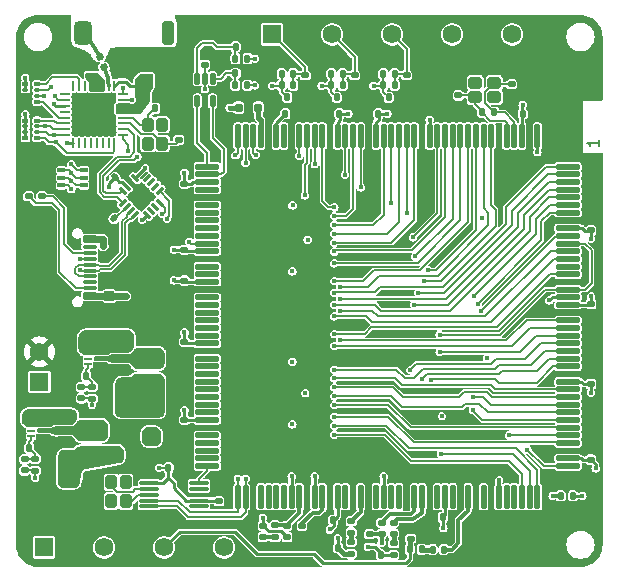
<source format=gbr>
%TF.GenerationSoftware,KiCad,Pcbnew,8.99.0-2608-ga0707285a1*%
%TF.CreationDate,2024-10-22T09:17:45-04:00*%
%TF.ProjectId,shinobi,7368696e-6f62-4692-9e6b-696361645f70,rev?*%
%TF.SameCoordinates,Original*%
%TF.FileFunction,Copper,L1,Top*%
%TF.FilePolarity,Positive*%
%FSLAX46Y46*%
G04 Gerber Fmt 4.6, Leading zero omitted, Abs format (unit mm)*
G04 Created by KiCad (PCBNEW 8.99.0-2608-ga0707285a1) date 2024-10-22 09:17:45*
%MOMM*%
%LPD*%
G01*
G04 APERTURE LIST*
G04 Aperture macros list*
%AMRoundRect*
0 Rectangle with rounded corners*
0 $1 Rounding radius*
0 $2 $3 $4 $5 $6 $7 $8 $9 X,Y pos of 4 corners*
0 Add a 4 corners polygon primitive as box body*
4,1,4,$2,$3,$4,$5,$6,$7,$8,$9,$2,$3,0*
0 Add four circle primitives for the rounded corners*
1,1,$1+$1,$2,$3*
1,1,$1+$1,$4,$5*
1,1,$1+$1,$6,$7*
1,1,$1+$1,$8,$9*
0 Add four rect primitives between the rounded corners*
20,1,$1+$1,$2,$3,$4,$5,0*
20,1,$1+$1,$4,$5,$6,$7,0*
20,1,$1+$1,$6,$7,$8,$9,0*
20,1,$1+$1,$8,$9,$2,$3,0*%
%AMRotRect*
0 Rectangle, with rotation*
0 The origin of the aperture is its center*
0 $1 length*
0 $2 width*
0 $3 Rotation angle, in degrees counterclockwise*
0 Add horizontal line*
21,1,$1,$2,0,0,$3*%
G04 Aperture macros list end*
%ADD10C,0.200000*%
%TA.AperFunction,NonConductor*%
%ADD11C,0.200000*%
%TD*%
%TA.AperFunction,SMDPad,CuDef*%
%ADD12RoundRect,0.140000X-0.170000X0.140000X-0.170000X-0.140000X0.170000X-0.140000X0.170000X0.140000X0*%
%TD*%
%TA.AperFunction,SMDPad,CuDef*%
%ADD13RoundRect,0.140000X0.170000X-0.140000X0.170000X0.140000X-0.170000X0.140000X-0.170000X-0.140000X0*%
%TD*%
%TA.AperFunction,SMDPad,CuDef*%
%ADD14RoundRect,0.225000X0.225000X0.250000X-0.225000X0.250000X-0.225000X-0.250000X0.225000X-0.250000X0*%
%TD*%
%TA.AperFunction,SMDPad,CuDef*%
%ADD15RoundRect,0.135000X-0.135000X-0.185000X0.135000X-0.185000X0.135000X0.185000X-0.135000X0.185000X0*%
%TD*%
%TA.AperFunction,SMDPad,CuDef*%
%ADD16RoundRect,0.140000X0.140000X0.170000X-0.140000X0.170000X-0.140000X-0.170000X0.140000X-0.170000X0*%
%TD*%
%TA.AperFunction,SMDPad,CuDef*%
%ADD17RoundRect,0.147500X0.147500X0.172500X-0.147500X0.172500X-0.147500X-0.172500X0.147500X-0.172500X0*%
%TD*%
%TA.AperFunction,SMDPad,CuDef*%
%ADD18RoundRect,0.150000X0.350000X-0.425000X0.350000X0.425000X-0.350000X0.425000X-0.350000X-0.425000X0*%
%TD*%
%TA.AperFunction,SMDPad,CuDef*%
%ADD19RoundRect,0.150000X-0.350000X0.425000X-0.350000X-0.425000X0.350000X-0.425000X0.350000X0.425000X0*%
%TD*%
%TA.AperFunction,SMDPad,CuDef*%
%ADD20RoundRect,0.168750X0.168750X0.206250X-0.168750X0.206250X-0.168750X-0.206250X0.168750X-0.206250X0*%
%TD*%
%TA.AperFunction,SMDPad,CuDef*%
%ADD21RoundRect,0.100000X0.100000X0.162500X-0.100000X0.162500X-0.100000X-0.162500X0.100000X-0.162500X0*%
%TD*%
%TA.AperFunction,SMDPad,CuDef*%
%ADD22RoundRect,0.375000X0.375000X0.625000X-0.375000X0.625000X-0.375000X-0.625000X0.375000X-0.625000X0*%
%TD*%
%TA.AperFunction,SMDPad,CuDef*%
%ADD23RoundRect,0.250000X0.250000X0.750000X-0.250000X0.750000X-0.250000X-0.750000X0.250000X-0.750000X0*%
%TD*%
%TA.AperFunction,SMDPad,CuDef*%
%ADD24RoundRect,0.135000X-0.185000X0.135000X-0.185000X-0.135000X0.185000X-0.135000X0.185000X0.135000X0*%
%TD*%
%TA.AperFunction,SMDPad,CuDef*%
%ADD25RoundRect,0.076200X-0.923800X-0.148800X0.923800X-0.148800X0.923800X0.148800X-0.923800X0.148800X0*%
%TD*%
%TA.AperFunction,SMDPad,CuDef*%
%ADD26RoundRect,0.076200X-0.148800X-0.923800X0.148800X-0.923800X0.148800X0.923800X-0.148800X0.923800X0*%
%TD*%
%TA.AperFunction,SMDPad,CuDef*%
%ADD27RoundRect,0.250000X-0.850000X0.375000X-0.850000X-0.375000X0.850000X-0.375000X0.850000X0.375000X0*%
%TD*%
%TA.AperFunction,SMDPad,CuDef*%
%ADD28RoundRect,0.100000X-0.225000X-0.100000X0.225000X-0.100000X0.225000X0.100000X-0.225000X0.100000X0*%
%TD*%
%TA.AperFunction,SMDPad,CuDef*%
%ADD29RoundRect,0.225000X-0.250000X0.225000X-0.250000X-0.225000X0.250000X-0.225000X0.250000X0.225000X0*%
%TD*%
%TA.AperFunction,SMDPad,CuDef*%
%ADD30RoundRect,0.062500X-0.291682X0.203293X0.203293X-0.291682X0.291682X-0.203293X-0.203293X0.291682X0*%
%TD*%
%TA.AperFunction,SMDPad,CuDef*%
%ADD31RoundRect,0.062500X-0.291682X-0.203293X-0.203293X-0.291682X0.291682X0.203293X0.203293X0.291682X0*%
%TD*%
%TA.AperFunction,HeatsinkPad*%
%ADD32RotRect,1.700000X1.700000X315.000000*%
%TD*%
%TA.AperFunction,ComponentPad*%
%ADD33R,1.584000X1.584000*%
%TD*%
%TA.AperFunction,ComponentPad*%
%ADD34C,1.584000*%
%TD*%
%TA.AperFunction,SMDPad,CuDef*%
%ADD35RoundRect,0.100000X0.150000X0.100000X-0.150000X0.100000X-0.150000X-0.100000X0.150000X-0.100000X0*%
%TD*%
%TA.AperFunction,SMDPad,CuDef*%
%ADD36RoundRect,0.075000X0.175000X0.075000X-0.175000X0.075000X-0.175000X-0.075000X0.175000X-0.075000X0*%
%TD*%
%TA.AperFunction,SMDPad,CuDef*%
%ADD37RoundRect,0.135000X0.185000X-0.135000X0.185000X0.135000X-0.185000X0.135000X-0.185000X-0.135000X0*%
%TD*%
%TA.AperFunction,SMDPad,CuDef*%
%ADD38RoundRect,0.140000X-0.140000X-0.170000X0.140000X-0.170000X0.140000X0.170000X-0.140000X0.170000X0*%
%TD*%
%TA.AperFunction,SMDPad,CuDef*%
%ADD39RoundRect,0.062500X0.237500X-0.062500X0.237500X0.062500X-0.237500X0.062500X-0.237500X-0.062500X0*%
%TD*%
%TA.AperFunction,SMDPad,CuDef*%
%ADD40RoundRect,0.075000X0.475000X-0.075000X0.475000X0.075000X-0.475000X0.075000X-0.475000X-0.075000X0*%
%TD*%
%TA.AperFunction,SMDPad,CuDef*%
%ADD41RoundRect,0.150000X-0.425000X-0.350000X0.425000X-0.350000X0.425000X0.350000X-0.425000X0.350000X0*%
%TD*%
%TA.AperFunction,SMDPad,CuDef*%
%ADD42RoundRect,0.250000X-0.475000X0.250000X-0.475000X-0.250000X0.475000X-0.250000X0.475000X0.250000X0*%
%TD*%
%TA.AperFunction,SMDPad,CuDef*%
%ADD43RoundRect,0.140000X0.167393X0.143107X-0.108353X0.191728X-0.167393X-0.143107X0.108353X-0.191728X0*%
%TD*%
%TA.AperFunction,SMDPad,CuDef*%
%ADD44RoundRect,0.112500X0.112500X0.387500X-0.112500X0.387500X-0.112500X-0.387500X0.112500X-0.387500X0*%
%TD*%
%TA.AperFunction,SMDPad,CuDef*%
%ADD45RoundRect,0.140000X0.207631X-0.073414X0.111865X0.189700X-0.207631X0.073414X-0.111865X-0.189700X0*%
%TD*%
%TA.AperFunction,SMDPad,CuDef*%
%ADD46RoundRect,0.168750X-0.206250X0.168750X-0.206250X-0.168750X0.206250X-0.168750X0.206250X0.168750X0*%
%TD*%
%TA.AperFunction,SMDPad,CuDef*%
%ADD47RoundRect,0.100000X-0.162500X0.100000X-0.162500X-0.100000X0.162500X-0.100000X0.162500X0.100000X0*%
%TD*%
%TA.AperFunction,ComponentPad*%
%ADD48RoundRect,0.500000X-0.300000X-0.000010X0.300000X-0.000010X0.300000X0.000010X-0.300000X0.000010X0*%
%TD*%
%TA.AperFunction,ComponentPad*%
%ADD49RoundRect,0.500000X-0.550000X-0.000010X0.550000X-0.000010X0.550000X0.000010X-0.550000X0.000010X0*%
%TD*%
%TA.AperFunction,SMDPad,CuDef*%
%ADD50RoundRect,0.091440X-0.480060X0.213360X-0.480060X-0.213360X0.480060X-0.213360X0.480060X0.213360X0*%
%TD*%
%TA.AperFunction,SMDPad,CuDef*%
%ADD51RoundRect,0.076200X-0.495300X0.076200X-0.495300X-0.076200X0.495300X-0.076200X0.495300X0.076200X0*%
%TD*%
%TA.AperFunction,SMDPad,CuDef*%
%ADD52RoundRect,0.087500X-0.725000X-0.087500X0.725000X-0.087500X0.725000X0.087500X-0.725000X0.087500X0*%
%TD*%
%TA.AperFunction,SMDPad,CuDef*%
%ADD53RoundRect,0.135000X0.135000X0.185000X-0.135000X0.185000X-0.135000X-0.185000X0.135000X-0.185000X0*%
%TD*%
%TA.AperFunction,SMDPad,CuDef*%
%ADD54RoundRect,0.100000X-0.150000X-0.100000X0.150000X-0.100000X0.150000X0.100000X-0.150000X0.100000X0*%
%TD*%
%TA.AperFunction,SMDPad,CuDef*%
%ADD55RoundRect,0.075000X-0.175000X-0.075000X0.175000X-0.075000X0.175000X0.075000X-0.175000X0.075000X0*%
%TD*%
%TA.AperFunction,SMDPad,CuDef*%
%ADD56RoundRect,0.140000X0.219203X0.021213X0.021213X0.219203X-0.219203X-0.021213X-0.021213X-0.219203X0*%
%TD*%
%TA.AperFunction,SMDPad,CuDef*%
%ADD57RoundRect,0.140000X0.021213X-0.219203X0.219203X-0.021213X-0.021213X0.219203X-0.219203X0.021213X0*%
%TD*%
%TA.AperFunction,SMDPad,CuDef*%
%ADD58RoundRect,0.062500X-0.062500X0.375000X-0.062500X-0.375000X0.062500X-0.375000X0.062500X0.375000X0*%
%TD*%
%TA.AperFunction,SMDPad,CuDef*%
%ADD59RoundRect,0.062500X-0.375000X0.062500X-0.375000X-0.062500X0.375000X-0.062500X0.375000X0.062500X0*%
%TD*%
%TA.AperFunction,HeatsinkPad*%
%ADD60R,3.450000X3.450000*%
%TD*%
%TA.AperFunction,SMDPad,CuDef*%
%ADD61RoundRect,0.225000X-0.225000X-0.250000X0.225000X-0.250000X0.225000X0.250000X-0.225000X0.250000X0*%
%TD*%
%TA.AperFunction,ViaPad*%
%ADD62C,0.400000*%
%TD*%
%TA.AperFunction,Conductor*%
%ADD63C,0.152400*%
%TD*%
%TA.AperFunction,Conductor*%
%ADD64C,0.200000*%
%TD*%
%TA.AperFunction,Conductor*%
%ADD65C,0.254000*%
%TD*%
%TA.AperFunction,Conductor*%
%ADD66C,0.406400*%
%TD*%
%TA.AperFunction,Conductor*%
%ADD67C,0.304800*%
%TD*%
%TA.AperFunction,Conductor*%
%ADD68C,0.350000*%
%TD*%
%TA.AperFunction,Conductor*%
%ADD69C,0.600000*%
%TD*%
%TA.AperFunction,Conductor*%
%ADD70C,0.400000*%
%TD*%
%TA.AperFunction,Conductor*%
%ADD71C,0.245000*%
%TD*%
%TA.AperFunction,Conductor*%
%ADD72C,0.157480*%
%TD*%
G04 APERTURE END LIST*
D10*
D11*
X175485319Y-92199117D02*
X175485319Y-92770545D01*
X175485319Y-92484831D02*
X174485319Y-92484831D01*
X174485319Y-92484831D02*
X174628176Y-92580069D01*
X174628176Y-92580069D02*
X174723414Y-92675307D01*
X174723414Y-92675307D02*
X174771033Y-92770545D01*
D12*
%TO.P,C52,1*%
%TO.N,GND*%
X163591900Y-87497400D03*
%TO.P,C52,2*%
%TO.N,Net-(U7-XTOUT)*%
X163591900Y-88457400D03*
%TD*%
D13*
%TO.P,C42,1*%
%TO.N,Net-(C42-Pad1)*%
X154518100Y-125459600D03*
%TO.P,C42,2*%
%TO.N,Net-(U7-R1)*%
X154518100Y-124499600D03*
%TD*%
D14*
%TO.P,C10,1*%
%TO.N,+2V5*%
X135349900Y-114965000D03*
%TO.P,C10,2*%
%TO.N,GND*%
X133799900Y-114965000D03*
%TD*%
D15*
%TO.P,R16,1*%
%TO.N,GND*%
X152384100Y-126757600D03*
%TO.P,R16,2*%
%TO.N,R*%
X153404100Y-126757600D03*
%TD*%
D13*
%TO.P,C47,1*%
%TO.N,+2V5*%
X174801100Y-112883600D03*
%TO.P,C47,2*%
%TO.N,GND*%
X174801100Y-111923600D03*
%TD*%
D16*
%TO.P,C31,1*%
%TO.N,+2V5_FILT*%
X153008100Y-124398200D03*
%TO.P,C31,2*%
%TO.N,GND*%
X152048100Y-124398200D03*
%TD*%
D13*
%TO.P,C17,1*%
%TO.N,Net-(U4-XTAL_OUT)*%
X139914900Y-92207400D03*
%TO.P,C17,2*%
%TO.N,GND*%
X139914900Y-91247400D03*
%TD*%
D17*
%TO.P,FB3,1*%
%TO.N,R_VGA*%
X149603100Y-87592600D03*
%TO.P,FB3,2*%
%TO.N,ROUT*%
X148633100Y-87592600D03*
%TD*%
D13*
%TO.P,C57,1*%
%TO.N,+2V5*%
X174801100Y-119283600D03*
%TO.P,C57,2*%
%TO.N,GND*%
X174801100Y-118323600D03*
%TD*%
D15*
%TO.P,R19,1*%
%TO.N,B*%
X159470700Y-126878000D03*
%TO.P,R19,2*%
%TO.N,Net-(C49-Pad1)*%
X160490700Y-126878000D03*
%TD*%
D18*
%TO.P,Y2,1,1*%
%TO.N,Net-(U6-XB)*%
X135418100Y-122792600D03*
%TO.P,Y2,2*%
%TO.N,N/C*%
X135418100Y-121192600D03*
%TO.P,Y2,3,2*%
%TO.N,Net-(U6-XA)*%
X134218100Y-121192600D03*
%TO.P,Y2,4*%
%TO.N,N/C*%
X134218100Y-122792600D03*
%TD*%
D19*
%TO.P,Y1,1,1*%
%TO.N,Net-(U4-XTAL_IN)*%
X137314900Y-90927400D03*
%TO.P,Y1,2*%
%TO.N,N/C*%
X137314900Y-92527400D03*
%TO.P,Y1,3,2*%
%TO.N,Net-(U4-XTAL_OUT)*%
X138514900Y-92527400D03*
%TO.P,Y1,4*%
%TO.N,N/C*%
X138514900Y-90927400D03*
%TD*%
D13*
%TO.P,C46,1*%
%TO.N,Net-(C46-Pad1)*%
X158101100Y-125586600D03*
%TO.P,C46,2*%
%TO.N,Net-(U7-G1)*%
X158101100Y-124626600D03*
%TD*%
D12*
%TO.P,C24,1*%
%TO.N,B_VGA*%
X159204900Y-86747400D03*
%TO.P,C24,2*%
%TO.N,GND*%
X159204900Y-87707400D03*
%TD*%
D20*
%TO.P,C37,1,1*%
%TO.N,Net-(U7-DAVD)*%
X146656100Y-89492600D03*
D21*
%TO.P,C37,2,2*%
%TO.N,GND*%
X145818100Y-88979600D03*
D20*
%TO.P,C37,3,3*%
%TO.N,+2V5*%
X144981100Y-89492600D03*
D21*
%TO.P,C37,4,4*%
%TO.N,GND*%
X145818100Y-90005600D03*
%TD*%
D22*
%TO.P,AE1,1,A*%
%TO.N,Net-(AE1-A)*%
X131774900Y-83127400D03*
D23*
%TO.P,AE1,2*%
%TO.N,N/C*%
X139024900Y-83127400D03*
%TD*%
D12*
%TO.P,C43,1*%
%TO.N,Net-(U7-SOG1)*%
X157085100Y-124626600D03*
%TO.P,C43,2*%
%TO.N,S*%
X157085100Y-125586600D03*
%TD*%
D24*
%TO.P,R20,1*%
%TO.N,GND*%
X159548900Y-124971000D03*
%TO.P,R20,2*%
%TO.N,B*%
X159548900Y-125991000D03*
%TD*%
D13*
%TO.P,C21,1*%
%TO.N,+2V5*%
X142124900Y-85857400D03*
%TO.P,C21,2*%
%TO.N,GND*%
X142124900Y-84897400D03*
%TD*%
D25*
%TO.P,U7,1,HSOUT*%
%TO.N,HSOUT*%
X142318100Y-94492600D03*
%TO.P,U7,2,VSOUT*%
%TO.N,VSOUT*%
X142318100Y-95142600D03*
%TO.P,U7,3,PVDD*%
%TO.N,+2V5*%
X142318100Y-95792600D03*
%TO.P,U7,4,CLKOUT*%
%TO.N,unconnected-(U7-CLKOUT-Pad4)*%
X142318100Y-96442600D03*
%TO.P,U7,5,PVSS*%
%TO.N,GND*%
X142318100Y-97092600D03*
%TO.P,U7,6,HBOUT*%
%TO.N,unconnected-(U7-HBOUT-Pad6)*%
X142318100Y-97742600D03*
%TO.P,U7,7,VBOUT*%
%TO.N,unconnected-(U7-VBOUT-Pad7)*%
X142318100Y-98392600D03*
%TO.P,U7,8,VB0*%
%TO.N,unconnected-(U7-VB0-Pad8)*%
X142318100Y-99042600D03*
%TO.P,U7,9,VB1*%
%TO.N,unconnected-(U7-VB1-Pad9)*%
X142318100Y-99692600D03*
%TO.P,U7,10,VB2*%
%TO.N,unconnected-(U7-VB2-Pad10)*%
X142318100Y-100342600D03*
%TO.P,U7,11,VB3*%
%TO.N,/DEBUG*%
X142318100Y-100992600D03*
%TO.P,U7,12,PVDD2*%
%TO.N,+2V5*%
X142318100Y-101642600D03*
%TO.P,U7,13,PVSS2*%
%TO.N,GND*%
X142318100Y-102292600D03*
%TO.P,U7,14,VB4*%
%TO.N,unconnected-(U7-VB4-Pad14)*%
X142318100Y-102942600D03*
%TO.P,U7,15,VB5*%
%TO.N,unconnected-(U7-VB5-Pad15)*%
X142318100Y-103592600D03*
%TO.P,U7,16,VDD*%
%TO.N,+1V5*%
X142318100Y-104242600D03*
%TO.P,U7,17,VSS*%
%TO.N,GND*%
X142318100Y-104892600D03*
%TO.P,U7,18,VB6*%
%TO.N,unconnected-(U7-VB6-Pad18)*%
X142318100Y-105542600D03*
%TO.P,U7,19,VB7*%
%TO.N,unconnected-(U7-VB7-Pad19)*%
X142318100Y-106192600D03*
%TO.P,U7,20,VG0*%
%TO.N,unconnected-(U7-VG0-Pad20)*%
X142318100Y-106842600D03*
%TO.P,U7,21,VG1*%
%TO.N,unconnected-(U7-VG1-Pad21)*%
X142318100Y-107492600D03*
%TO.P,U7,22,VG2*%
%TO.N,unconnected-(U7-VG2-Pad22)*%
X142318100Y-108142600D03*
%TO.P,U7,23,VG3*%
%TO.N,unconnected-(U7-VG3-Pad23)*%
X142318100Y-108792600D03*
%TO.P,U7,24,PVDD3*%
%TO.N,+2V5*%
X142318100Y-109442600D03*
%TO.P,U7,25,PVSS3*%
%TO.N,GND*%
X142318100Y-110092600D03*
%TO.P,U7,26,VG4*%
%TO.N,unconnected-(U7-VG4-Pad26)*%
X142318100Y-110742600D03*
%TO.P,U7,27,VG5*%
%TO.N,unconnected-(U7-VG5-Pad27)*%
X142318100Y-111392600D03*
%TO.P,U7,28,VG6*%
%TO.N,unconnected-(U7-VG6-Pad28)*%
X142318100Y-112042600D03*
%TO.P,U7,29,VG7*%
%TO.N,unconnected-(U7-VG7-Pad29)*%
X142318100Y-112692600D03*
%TO.P,U7,30,VR0*%
%TO.N,unconnected-(U7-VR0-Pad30)*%
X142318100Y-113342600D03*
%TO.P,U7,31,VR1*%
%TO.N,unconnected-(U7-VR1-Pad31)*%
X142318100Y-113992600D03*
%TO.P,U7,32,VR2*%
%TO.N,unconnected-(U7-VR2-Pad32)*%
X142318100Y-114642600D03*
%TO.P,U7,33,VR3*%
%TO.N,unconnected-(U7-VR3-Pad33)*%
X142318100Y-115292600D03*
%TO.P,U7,34,PVDD4*%
%TO.N,+2V5*%
X142318100Y-115942600D03*
%TO.P,U7,35,PVSS4*%
%TO.N,GND*%
X142318100Y-116592600D03*
%TO.P,U7,36,VR4*%
%TO.N,unconnected-(U7-VR4-Pad36)*%
X142318100Y-117242600D03*
%TO.P,U7,37,VR5*%
%TO.N,unconnected-(U7-VR5-Pad37)*%
X142318100Y-117892600D03*
%TO.P,U7,38,VR6*%
%TO.N,unconnected-(U7-VR6-Pad38)*%
X142318100Y-118542600D03*
%TO.P,U7,39,VR7*%
%TO.N,unconnected-(U7-VR7-Pad39)*%
X142318100Y-119192600D03*
%TO.P,U7,40,PCLKIN*%
%TO.N,/PCLK*%
X142318100Y-119842600D03*
D26*
%TO.P,U7,41,SCLCK*%
%TO.N,SCL*%
X144918100Y-122442600D03*
%TO.P,U7,42,SCLDA*%
%TO.N,SDA*%
X145568100Y-122442600D03*
%TO.P,U7,43,SCLSA*%
%TO.N,GND*%
X146218100Y-122442600D03*
%TO.P,U7,44,HSIN1*%
%TO.N,unconnected-(U7-HSIN1-Pad44)*%
X146868100Y-122442600D03*
%TO.P,U7,45,VSIN1*%
%TO.N,unconnected-(U7-VSIN1-Pad45)*%
X147518100Y-122442600D03*
%TO.P,U7,46,HSIN2*%
%TO.N,unconnected-(U7-HSIN2-Pad46)*%
X148168100Y-122442600D03*
%TO.P,U7,47,VSIN2*%
%TO.N,unconnected-(U7-VSIN2-Pad47)*%
X148818100Y-122442600D03*
%TO.P,U7,48,AVD_PLL*%
%TO.N,+2V5_FILT*%
X149468100Y-122442600D03*
%TO.P,U7,49,FILT*%
%TO.N,Net-(U7-FILT)*%
X150118100Y-122442600D03*
%TO.P,U7,50,AVS_PLL*%
%TO.N,GND*%
X150768100Y-122442600D03*
%TO.P,U7,51,AVD_REF*%
%TO.N,+2V5_FILT*%
X151418100Y-122442600D03*
%TO.P,U7,52,REFBP*%
%TO.N,Net-(U7-REFBP)*%
X152068100Y-122442600D03*
%TO.P,U7,53,AVS_REF*%
%TO.N,GND*%
X152718100Y-122442600D03*
%TO.P,U7,54,AVD_R*%
%TO.N,+2V5_FILT*%
X153368100Y-122442600D03*
%TO.P,U7,55,R0*%
%TO.N,unconnected-(U7-R0-Pad55)*%
X154018100Y-122442600D03*
%TO.P,U7,56,AVS_R*%
%TO.N,GND*%
X154668100Y-122442600D03*
%TO.P,U7,57,R1*%
%TO.N,Net-(U7-R1)*%
X155318100Y-122442600D03*
%TO.P,U7,58,AVS_R2*%
%TO.N,GND*%
X155968100Y-122442600D03*
%TO.P,U7,59,R2*%
%TO.N,unconnected-(U7-R2-Pad59)*%
X156618100Y-122442600D03*
%TO.P,U7,60,AVD_G*%
%TO.N,+2V5_FILT*%
X157268100Y-122442600D03*
%TO.P,U7,61,SOG0*%
%TO.N,unconnected-(U7-SOG0-Pad61)*%
X157918100Y-122442600D03*
%TO.P,U7,62,G0*%
%TO.N,unconnected-(U7-G0-Pad62)*%
X158568100Y-122442600D03*
%TO.P,U7,63,AVS_G*%
%TO.N,GND*%
X159218100Y-122442600D03*
%TO.P,U7,64,SOG1*%
%TO.N,Net-(U7-SOG1)*%
X159868100Y-122442600D03*
%TO.P,U7,65,G1*%
%TO.N,Net-(U7-G1)*%
X160518100Y-122442600D03*
%TO.P,U7,66,AVS_G2*%
%TO.N,GND*%
X161168100Y-122442600D03*
%TO.P,U7,67,G2*%
%TO.N,unconnected-(U7-G2-Pad67)*%
X161818100Y-122442600D03*
%TO.P,U7,68,AVD_B*%
%TO.N,+2V5_FILT*%
X162468100Y-122442600D03*
%TO.P,U7,69,B0*%
%TO.N,unconnected-(U7-B0-Pad69)*%
X163118100Y-122442600D03*
%TO.P,U7,70,AVS_B*%
%TO.N,GND*%
X163768100Y-122442600D03*
%TO.P,U7,71,B1*%
%TO.N,Net-(U7-B1)*%
X164418100Y-122442600D03*
%TO.P,U7,72,AVS_B2*%
%TO.N,GND*%
X165068100Y-122442600D03*
%TO.P,U7,73,B2*%
%TO.N,unconnected-(U7-B2-Pad73)*%
X165718100Y-122442600D03*
%TO.P,U7,74,AVS_B3*%
%TO.N,GND*%
X166368100Y-122442600D03*
%TO.P,U7,75,RSTN*%
%TO.N,Net-(U7-RSTN)*%
X167018100Y-122442600D03*
%TO.P,U7,76,GPIO*%
%TO.N,unconnected-(U7-GPIO-Pad76)*%
X167668100Y-122442600D03*
%TO.P,U7,77,HALF*%
%TO.N,unconnected-(U7-HALF-Pad77)*%
X168318100Y-122442600D03*
%TO.P,U7,78,MD0*%
%TO.N,MD0*%
X168968100Y-122442600D03*
%TO.P,U7,79,MD15*%
%TO.N,MD15*%
X169618100Y-122442600D03*
%TO.P,U7,80,MD1*%
%TO.N,MD1*%
X170268100Y-122442600D03*
D25*
%TO.P,U7,81,MD14*%
%TO.N,MD14*%
X172868100Y-119842600D03*
%TO.P,U7,82,PVDD5*%
%TO.N,+2V5*%
X172868100Y-119192600D03*
%TO.P,U7,83,PVSS5*%
%TO.N,GND*%
X172868100Y-118542600D03*
%TO.P,U7,84,MD2*%
%TO.N,MD2*%
X172868100Y-117892600D03*
%TO.P,U7,85,MD13*%
%TO.N,MD13*%
X172868100Y-117242600D03*
%TO.P,U7,86,MD3*%
%TO.N,MD3*%
X172868100Y-116592600D03*
%TO.P,U7,87,MD12*%
%TO.N,MD12*%
X172868100Y-115942600D03*
%TO.P,U7,88,MD4*%
%TO.N,MD4*%
X172868100Y-115292600D03*
%TO.P,U7,89,MD11*%
%TO.N,MD11*%
X172868100Y-114642600D03*
%TO.P,U7,90,MD5*%
%TO.N,MD5*%
X172868100Y-113992600D03*
%TO.P,U7,91,MD6*%
%TO.N,MD6*%
X172868100Y-113342600D03*
%TO.P,U7,92,PVDD6*%
%TO.N,+2V5*%
X172868100Y-112692600D03*
%TO.P,U7,93,PVSS6*%
%TO.N,GND*%
X172868100Y-112042600D03*
%TO.P,U7,94,MD9*%
%TO.N,MD9*%
X172868100Y-111392600D03*
%TO.P,U7,95,MD10*%
%TO.N,MD10*%
X172868100Y-110742600D03*
%TO.P,U7,96,MD7*%
%TO.N,MD7*%
X172868100Y-110092600D03*
%TO.P,U7,97,MD8*%
%TO.N,MD8*%
X172868100Y-109442600D03*
%TO.P,U7,98,DQM0#*%
%TO.N,DQM0#*%
X172868100Y-108792600D03*
%TO.P,U7,99,WE#*%
%TO.N,WE#*%
X172868100Y-108142600D03*
%TO.P,U7,100,CAS#*%
%TO.N,CAS#*%
X172868100Y-107492600D03*
%TO.P,U7,101,VSS2*%
%TO.N,GND*%
X172868100Y-106842600D03*
%TO.P,U7,102,VDD2*%
%TO.N,+1V5*%
X172868100Y-106192600D03*
%TO.P,U7,103,PVDD7*%
%TO.N,+2V5*%
X172868100Y-105542600D03*
%TO.P,U7,104,MCLK*%
%TO.N,MCLK*%
X172868100Y-104892600D03*
%TO.P,U7,105,PVSS7*%
%TO.N,GND*%
X172868100Y-104242600D03*
%TO.P,U7,106,RAS#*%
%TO.N,RAS#*%
X172868100Y-103592600D03*
%TO.P,U7,107,MBA*%
%TO.N,MBA*%
X172868100Y-102942600D03*
%TO.P,U7,108,MCS0#*%
%TO.N,MCS0#*%
X172868100Y-102292600D03*
%TO.P,U7,109,MCS1#*%
%TO.N,MCS1#*%
X172868100Y-101642600D03*
%TO.P,U7,110,FBCLK*%
%TO.N,MCLK*%
X172868100Y-100992600D03*
%TO.P,U7,111,MA9*%
%TO.N,MA9*%
X172868100Y-100342600D03*
%TO.P,U7,112,PVDD8*%
%TO.N,+2V5*%
X172868100Y-99692600D03*
%TO.P,U7,113,PVSS8*%
%TO.N,GND*%
X172868100Y-99042600D03*
%TO.P,U7,114,MA8*%
%TO.N,MA8*%
X172868100Y-98392600D03*
%TO.P,U7,115,MA7*%
%TO.N,MA7*%
X172868100Y-97742600D03*
%TO.P,U7,116,MA10*%
%TO.N,MA10*%
X172868100Y-97092600D03*
%TO.P,U7,117,MA6*%
%TO.N,MA6*%
X172868100Y-96442600D03*
%TO.P,U7,118,MA0*%
%TO.N,MA0*%
X172868100Y-95792600D03*
%TO.P,U7,119,MA5*%
%TO.N,MA5*%
X172868100Y-95142600D03*
%TO.P,U7,120,MA1*%
%TO.N,MA1*%
X172868100Y-94492600D03*
D26*
%TO.P,U7,121,PAVD*%
%TO.N,+2V5*%
X170268100Y-91892600D03*
%TO.P,U7,122,PAVS*%
%TO.N,GND*%
X169618100Y-91892600D03*
%TO.P,U7,123,PVDD9*%
%TO.N,+2V5*%
X168968100Y-91892600D03*
%TO.P,U7,124,XTIN*%
%TO.N,Net-(U7-XTIN)*%
X168318100Y-91892600D03*
%TO.P,U7,125,XTOUT*%
%TO.N,Net-(U7-XTOUT)*%
X167668100Y-91892600D03*
%TO.P,U7,126,PVSS9*%
%TO.N,GND*%
X167018100Y-91892600D03*
%TO.P,U7,127,MA4*%
%TO.N,MA4*%
X166368100Y-91892600D03*
%TO.P,U7,128,MA2*%
%TO.N,MA2*%
X165718100Y-91892600D03*
%TO.P,U7,129,MA3*%
%TO.N,MA3*%
X165068100Y-91892600D03*
%TO.P,U7,130,DQM1#*%
%TO.N,DQM1#*%
X164418100Y-91892600D03*
%TO.P,U7,131,MD16*%
%TO.N,MD16*%
X163768100Y-91892600D03*
%TO.P,U7,132,MD31*%
%TO.N,MD31*%
X163118100Y-91892600D03*
%TO.P,U7,133,MD17*%
%TO.N,MD17*%
X162468100Y-91892600D03*
%TO.P,U7,134,MD30*%
%TO.N,MD30*%
X161818100Y-91892600D03*
%TO.P,U7,135,PVDD10*%
%TO.N,+2V5*%
X161168100Y-91892600D03*
%TO.P,U7,136,PVSS10*%
%TO.N,GND*%
X160518100Y-91892600D03*
%TO.P,U7,137,MD18*%
%TO.N,MD18*%
X159868100Y-91892600D03*
%TO.P,U7,138,MD29*%
%TO.N,MD29*%
X159218100Y-91892600D03*
%TO.P,U7,139,MD19*%
%TO.N,MD19*%
X158568100Y-91892600D03*
%TO.P,U7,140,MD28*%
%TO.N,MD28*%
X157918100Y-91892600D03*
%TO.P,U7,141,MD20*%
%TO.N,MD20*%
X157268100Y-91892600D03*
%TO.P,U7,142,VDD3*%
%TO.N,+1V5*%
X156618100Y-91892600D03*
%TO.P,U7,143,VSS3*%
%TO.N,GND*%
X155968100Y-91892600D03*
%TO.P,U7,144,MD27*%
%TO.N,MD27*%
X155318100Y-91892600D03*
%TO.P,U7,145,MD21*%
%TO.N,MD21*%
X154668100Y-91892600D03*
%TO.P,U7,146,MD26*%
%TO.N,MD26*%
X154018100Y-91892600D03*
%TO.P,U7,147,PVDD11*%
%TO.N,+2V5*%
X153368100Y-91892600D03*
%TO.P,U7,148,PVSS11*%
%TO.N,GND*%
X152718100Y-91892600D03*
%TO.P,U7,149,MD22*%
%TO.N,MD22*%
X152068100Y-91892600D03*
%TO.P,U7,150,MD25*%
%TO.N,MD25*%
X151418100Y-91892600D03*
%TO.P,U7,151,MD23*%
%TO.N,MD23*%
X150768100Y-91892600D03*
%TO.P,U7,152,MD24*%
%TO.N,MD24*%
X150118100Y-91892600D03*
%TO.P,U7,153,DVSS*%
%TO.N,GND*%
X149468100Y-91892600D03*
%TO.P,U7,154,ASVM*%
%TO.N,unconnected-(U7-ASVM-Pad154)*%
X148818100Y-91892600D03*
%TO.P,U7,155,IREF*%
%TO.N,Net-(U7-IREF)*%
X148168100Y-91892600D03*
%TO.P,U7,156,DAVS*%
%TO.N,GND*%
X147518100Y-91892600D03*
%TO.P,U7,157,DAVD*%
%TO.N,Net-(U7-DAVD)*%
X146868100Y-91892600D03*
%TO.P,U7,158,AGPB*%
%TO.N,BOUT*%
X146218100Y-91892600D03*
%TO.P,U7,159,AGY*%
%TO.N,GOUT*%
X145568100Y-91892600D03*
%TO.P,U7,160,AGPR*%
%TO.N,ROUT*%
X144918100Y-91892600D03*
%TD*%
D15*
%TO.P,R22,1*%
%TO.N,Net-(U7-XTOUT)*%
X165608100Y-89892600D03*
%TO.P,R22,2*%
%TO.N,Net-(U7-XTIN)*%
X166628100Y-89892600D03*
%TD*%
D27*
%TO.P,L2,1,1*%
%TO.N,Net-(U2-SW)*%
X132564900Y-116852400D03*
%TO.P,L2,2,2*%
%TO.N,+1V5*%
X132564900Y-119002400D03*
%TD*%
D13*
%TO.P,C39,1*%
%TO.N,GND*%
X150354100Y-125840600D03*
%TO.P,C39,2*%
%TO.N,Net-(U7-REFBP)*%
X150354100Y-124880600D03*
%TD*%
D12*
%TO.P,C44,1*%
%TO.N,+1V5*%
X174801100Y-106123600D03*
%TO.P,C44,2*%
%TO.N,GND*%
X174801100Y-107083600D03*
%TD*%
D15*
%TO.P,R6,1*%
%TO.N,Net-(U2-FB)*%
X127254900Y-118327400D03*
%TO.P,R6,2*%
%TO.N,GND*%
X128274900Y-118327400D03*
%TD*%
D28*
%TO.P,Q1,1,E1*%
%TO.N,Net-(Q1A-E1)*%
X129974900Y-94777400D03*
%TO.P,Q1,2,B1*%
%TO.N,Net-(Q1A-B1)*%
X129974900Y-95427400D03*
%TO.P,Q1,3,C2*%
%TO.N,GPIO0*%
X129974900Y-96077400D03*
%TO.P,Q1,4,E2*%
%TO.N,Net-(Q1A-B1)*%
X131874900Y-96077400D03*
%TO.P,Q1,5,B2*%
%TO.N,Net-(Q1A-E1)*%
X131874900Y-95427400D03*
%TO.P,Q1,6,C1*%
%TO.N,RST*%
X131874900Y-94777400D03*
%TD*%
D29*
%TO.P,C3,1*%
%TO.N,VBUS*%
X134024900Y-105452400D03*
%TO.P,C3,2*%
%TO.N,GND*%
X134024900Y-107002400D03*
%TD*%
D13*
%TO.P,C7,1*%
%TO.N,+1V5*%
X126864900Y-120207400D03*
%TO.P,C7,2*%
%TO.N,Net-(U2-FB)*%
X126864900Y-119247400D03*
%TD*%
D12*
%TO.P,C26,1*%
%TO.N,R_VGA*%
X150614900Y-86747400D03*
%TO.P,C26,2*%
%TO.N,GND*%
X150614900Y-87707400D03*
%TD*%
D13*
%TO.P,C36,1*%
%TO.N,Net-(C36-Pad1)*%
X147052100Y-125840600D03*
%TO.P,C36,2*%
%TO.N,+2V5_FILT*%
X147052100Y-124880600D03*
%TD*%
D15*
%TO.P,R11,1*%
%TO.N,ROUT*%
X149114900Y-88627400D03*
%TO.P,R11,2*%
%TO.N,GND*%
X150134900Y-88627400D03*
%TD*%
%TO.P,R4,1*%
%TO.N,Net-(U1-FB)*%
X132064900Y-112227400D03*
%TO.P,R4,2*%
%TO.N,GND*%
X133084900Y-112227400D03*
%TD*%
D12*
%TO.P,C38,1*%
%TO.N,Net-(U7-FILT)*%
X149084100Y-124880600D03*
%TO.P,C38,2*%
%TO.N,+2V5_FILT*%
X149084100Y-125840600D03*
%TD*%
D15*
%TO.P,R18,1*%
%TO.N,GND*%
X156016300Y-127341800D03*
%TO.P,R18,2*%
%TO.N,G*%
X157036300Y-127341800D03*
%TD*%
D30*
%TO.P,U3,1,VIO*%
%TO.N,+2V5*%
X136221086Y-95462926D03*
%TO.P,U3,2,GND*%
%TO.N,GND*%
X135867533Y-95816480D03*
%TO.P,U3,3,VDD5*%
%TO.N,VBUS*%
X135513980Y-96170033D03*
%TO.P,U3,4,TXD*%
%TO.N,Net-(U3-TXD)*%
X135160426Y-96523586D03*
D31*
%TO.P,U3,5,RXD*%
%TO.N,Net-(U3-RXD)*%
X135160426Y-97531214D03*
%TO.P,U3,6,V3*%
%TO.N,Net-(U3-V3)*%
X135513980Y-97884767D03*
%TO.P,U3,7,UD+*%
%TO.N,Net-(U3-UD+)*%
X135867533Y-98238320D03*
%TO.P,U3,8,UD-*%
%TO.N,Net-(U3-UD-)*%
X136221086Y-98591874D03*
D30*
%TO.P,U3,9,VBUS*%
%TO.N,VBUS*%
X137228714Y-98591874D03*
%TO.P,U3,10,ACT#*%
%TO.N,unconnected-(U3-ACT#-Pad10)*%
X137582267Y-98238320D03*
%TO.P,U3,11,DCD*%
%TO.N,unconnected-(U3-DCD-Pad11)*%
X137935820Y-97884767D03*
%TO.P,U3,12,DTR*%
%TO.N,Net-(Q1A-B1)*%
X138289374Y-97531214D03*
D31*
%TO.P,U3,13,RTS*%
%TO.N,Net-(Q1A-E1)*%
X138289374Y-96523586D03*
%TO.P,U3,14,DSR*%
%TO.N,unconnected-(U3-DSR-Pad14)*%
X137935820Y-96170033D03*
%TO.P,U3,15,CTS*%
%TO.N,unconnected-(U3-CTS-Pad15)*%
X137582267Y-95816480D03*
%TO.P,U3,16,RI*%
%TO.N,unconnected-(U3-RI-Pad16)*%
X137228714Y-95462926D03*
D32*
%TO.P,U3,17,GND*%
%TO.N,GND*%
X136724900Y-97027400D03*
%TD*%
D33*
%TO.P,J3,1,1*%
%TO.N,R_VGA*%
X147830100Y-83291600D03*
D34*
%TO.P,J3,2,2*%
%TO.N,GND*%
X150370100Y-83291600D03*
%TO.P,J3,3,3*%
%TO.N,G_VGA*%
X152910100Y-83291600D03*
%TO.P,J3,4,4*%
%TO.N,GND*%
X155450100Y-83291600D03*
%TO.P,J3,5,5*%
%TO.N,B_VGA*%
X157990100Y-83291600D03*
%TO.P,J3,6,6*%
%TO.N,GND*%
X160530100Y-83291600D03*
%TO.P,J3,7,7*%
%TO.N,H*%
X163070100Y-83291600D03*
%TO.P,J3,8,8*%
%TO.N,GND*%
X165610100Y-83291600D03*
%TO.P,J3,9,9*%
%TO.N,V*%
X168150100Y-83291600D03*
%TO.P,J3,10,10*%
%TO.N,GND*%
X170690100Y-83291600D03*
%TD*%
D35*
%TO.P,RN2,1,R1.1*%
%TO.N,GPIO15*%
X127924900Y-88977400D03*
D36*
%TO.P,RN2,2,R2.1*%
%TO.N,RES12K*%
X127924900Y-88477400D03*
%TO.P,RN2,3,R3.1*%
%TO.N,RST*%
X127924900Y-87977400D03*
D35*
%TO.P,RN2,4,R4.1*%
%TO.N,CHIP_EN*%
X127924900Y-87477400D03*
%TO.P,RN2,5,R4.2*%
%TO.N,+2V5*%
X126924900Y-87477400D03*
D36*
%TO.P,RN2,6,R3.2*%
X126924900Y-87977400D03*
%TO.P,RN2,7,R2.2*%
%TO.N,GND*%
X126924900Y-88477400D03*
D35*
%TO.P,RN2,8,R1.2*%
X126924900Y-88977400D03*
%TD*%
D12*
%TO.P,C51,1*%
%TO.N,+2V5*%
X140401100Y-109323600D03*
%TO.P,C51,2*%
%TO.N,GND*%
X140401100Y-110283600D03*
%TD*%
D37*
%TO.P,R2,1*%
%TO.N,Net-(J2-CC1)*%
X128318100Y-97002600D03*
%TO.P,R2,2*%
%TO.N,GND*%
X128318100Y-95982600D03*
%TD*%
D38*
%TO.P,C19,1*%
%TO.N,/VS*%
X144718100Y-86592600D03*
%TO.P,C19,2*%
%TO.N,GND*%
X145678100Y-86592600D03*
%TD*%
D15*
%TO.P,R9,1*%
%TO.N,BOUT*%
X157704900Y-88627400D03*
%TO.P,R9,2*%
%TO.N,GND*%
X158724900Y-88627400D03*
%TD*%
D16*
%TO.P,C56,1*%
%TO.N,+2V5*%
X153516100Y-90003600D03*
%TO.P,C56,2*%
%TO.N,GND*%
X152556100Y-90003600D03*
%TD*%
D39*
%TO.P,U2,1,EN*%
%TO.N,VBUS*%
X127414900Y-116327400D03*
%TO.P,U2,2,PG*%
%TO.N,unconnected-(U2-PG-Pad2)*%
X127414900Y-116827400D03*
%TO.P,U2,3,FB*%
%TO.N,Net-(U2-FB)*%
X127414900Y-117327400D03*
D40*
%TO.P,U2,4,GND*%
%TO.N,GND*%
X128514900Y-117327400D03*
%TO.P,U2,5,SW*%
%TO.N,Net-(U2-SW)*%
X128514900Y-116827400D03*
%TO.P,U2,6,VIN*%
%TO.N,VBUS*%
X128514900Y-116327400D03*
%TD*%
D41*
%TO.P,Y3,1,1*%
%TO.N,Net-(U7-XTOUT)*%
X165018100Y-88577400D03*
%TO.P,Y3,2*%
%TO.N,N/C*%
X166618100Y-88577400D03*
%TO.P,Y3,3,2*%
%TO.N,Net-(U7-XTIN)*%
X166618100Y-87377400D03*
%TO.P,Y3,4*%
%TO.N,N/C*%
X165018100Y-87377400D03*
%TD*%
D37*
%TO.P,R1,1*%
%TO.N,Net-(J2-CC2)*%
X127218100Y-97002600D03*
%TO.P,R1,2*%
%TO.N,GND*%
X127218100Y-95982600D03*
%TD*%
%TO.P,R17,1*%
%TO.N,G*%
X158101100Y-127394600D03*
%TO.P,R17,2*%
%TO.N,Net-(C46-Pad1)*%
X158101100Y-126374600D03*
%TD*%
D12*
%TO.P,C55,1*%
%TO.N,+2V5*%
X140401100Y-95923600D03*
%TO.P,C55,2*%
%TO.N,GND*%
X140401100Y-96883600D03*
%TD*%
D42*
%TO.P,C1,1*%
%TO.N,VBUS*%
X135074900Y-109777400D03*
%TO.P,C1,2*%
%TO.N,GND*%
X135074900Y-111677400D03*
%TD*%
D37*
%TO.P,R15,1*%
%TO.N,R*%
X154518100Y-127267600D03*
%TO.P,R15,2*%
%TO.N,Net-(C42-Pad1)*%
X154518100Y-126247600D03*
%TD*%
D42*
%TO.P,C2,1*%
%TO.N,VBUS*%
X130264900Y-115877400D03*
%TO.P,C2,2*%
%TO.N,GND*%
X130264900Y-117777400D03*
%TD*%
D43*
%TO.P,C8,1*%
%TO.N,+2V5*%
X134947608Y-112810751D03*
%TO.P,C8,2*%
%TO.N,GND*%
X134002192Y-112644049D03*
%TD*%
D12*
%TO.P,C45,1*%
%TO.N,+2V5*%
X140401100Y-115923600D03*
%TO.P,C45,2*%
%TO.N,GND*%
X140401100Y-116883600D03*
%TD*%
D13*
%TO.P,C48,1*%
%TO.N,+2V5*%
X174801100Y-99883600D03*
%TO.P,C48,2*%
%TO.N,GND*%
X174801100Y-98923600D03*
%TD*%
D12*
%TO.P,C40,1*%
%TO.N,+1V5*%
X140401100Y-104123600D03*
%TO.P,C40,2*%
%TO.N,GND*%
X140401100Y-105083600D03*
%TD*%
D13*
%TO.P,C22,1*%
%TO.N,+2V5*%
X143324900Y-122807400D03*
%TO.P,C22,2*%
%TO.N,GND*%
X143324900Y-121847400D03*
%TD*%
D38*
%TO.P,C16,1*%
%TO.N,Net-(U4-XTAL_IN)*%
X137934900Y-89527400D03*
%TO.P,C16,2*%
%TO.N,GND*%
X138894900Y-89527400D03*
%TD*%
%TO.P,C50,1*%
%TO.N,+2V5*%
X169038100Y-90003600D03*
%TO.P,C50,2*%
%TO.N,GND*%
X169998100Y-90003600D03*
%TD*%
D24*
%TO.P,R14,1*%
%TO.N,GND*%
X156069100Y-124596600D03*
%TO.P,R14,2*%
%TO.N,S*%
X156069100Y-125616600D03*
%TD*%
D13*
%TO.P,C6,1*%
%TO.N,+2V5*%
X131674900Y-114107400D03*
%TO.P,C6,2*%
%TO.N,Net-(U1-FB)*%
X131674900Y-113147400D03*
%TD*%
D12*
%TO.P,C53,1*%
%TO.N,+2V5*%
X140401100Y-101523600D03*
%TO.P,C53,2*%
%TO.N,GND*%
X140401100Y-102483600D03*
%TD*%
D38*
%TO.P,C18,1*%
%TO.N,/HS*%
X144744900Y-84327400D03*
%TO.P,C18,2*%
%TO.N,GND*%
X145704900Y-84327400D03*
%TD*%
D37*
%TO.P,R3,1*%
%TO.N,+2V5*%
X132574900Y-114137400D03*
%TO.P,R3,2*%
%TO.N,Net-(U1-FB)*%
X132574900Y-113117400D03*
%TD*%
D14*
%TO.P,C14,1*%
%TO.N,+1V5*%
X130539900Y-121065000D03*
%TO.P,C14,2*%
%TO.N,GND*%
X128989900Y-121065000D03*
%TD*%
D37*
%TO.P,R5,1*%
%TO.N,+1V5*%
X127764900Y-120237400D03*
%TO.P,R5,2*%
%TO.N,Net-(U2-FB)*%
X127764900Y-119217400D03*
%TD*%
D44*
%TO.P,U5,1,1A*%
%TO.N,HSOUT*%
X141474900Y-88927400D03*
%TO.P,U5,2,GND*%
%TO.N,GND*%
X142124900Y-88927400D03*
%TO.P,U5,3,2A*%
%TO.N,VSOUT*%
X142774900Y-88927400D03*
%TO.P,U5,4,2Y*%
%TO.N,/VS*%
X142774900Y-87027400D03*
%TO.P,U5,5,VCC*%
%TO.N,+2V5*%
X142124900Y-87027400D03*
%TO.P,U5,6,1Y*%
%TO.N,/HS*%
X141474900Y-87027400D03*
%TD*%
D14*
%TO.P,C11,1*%
%TO.N,+1V5*%
X130539900Y-119927400D03*
%TO.P,C11,2*%
%TO.N,GND*%
X128989900Y-119927400D03*
%TD*%
D45*
%TO.P,C23,1*%
%TO.N,Net-(U4-LNA)*%
X133579070Y-86078452D03*
%TO.P,C23,2*%
%TO.N,Net-(AE1-A)*%
X133250730Y-85176348D03*
%TD*%
D33*
%TO.P,J1,1,1*%
%TO.N,VBUS*%
X128124900Y-112697400D03*
D34*
%TO.P,J1,2,2*%
%TO.N,GND*%
X128124900Y-110157400D03*
%TD*%
D38*
%TO.P,C15,1*%
%TO.N,+2V5*%
X137094900Y-88339900D03*
%TO.P,C15,2*%
%TO.N,GND*%
X138054900Y-88339900D03*
%TD*%
%TO.P,C30,1*%
%TO.N,+2V5*%
X139043100Y-119971600D03*
%TO.P,C30,2*%
%TO.N,GND*%
X140003100Y-119971600D03*
%TD*%
D37*
%TO.P,R13,1*%
%TO.N,Net-(C36-Pad1)*%
X148068100Y-125870600D03*
%TO.P,R13,2*%
%TO.N,Net-(U7-FILT)*%
X148068100Y-124850600D03*
%TD*%
D16*
%TO.P,C41,1*%
%TO.N,+1V5*%
X156818100Y-90003600D03*
%TO.P,C41,2*%
%TO.N,GND*%
X155858100Y-90003600D03*
%TD*%
D38*
%TO.P,C49,1*%
%TO.N,Net-(C49-Pad1)*%
X161405700Y-126903400D03*
%TO.P,C49,2*%
%TO.N,Net-(U7-B1)*%
X162365700Y-126903400D03*
%TD*%
D46*
%TO.P,C20,1,1*%
%TO.N,+2V5*%
X137624900Y-115289400D03*
D47*
%TO.P,C20,2,2*%
%TO.N,GND*%
X137111900Y-116127400D03*
D46*
%TO.P,C20,3,3*%
%TO.N,+2V5_FILT*%
X137624900Y-116964400D03*
D47*
%TO.P,C20,4,4*%
%TO.N,GND*%
X138137900Y-116127400D03*
%TD*%
D17*
%TO.P,FB1,1*%
%TO.N,B_VGA*%
X158203100Y-87592600D03*
%TO.P,FB1,2*%
%TO.N,BOUT*%
X157233100Y-87592600D03*
%TD*%
D12*
%TO.P,C25,1*%
%TO.N,G_VGA*%
X154804900Y-86747400D03*
%TO.P,C25,2*%
%TO.N,GND*%
X154804900Y-87707400D03*
%TD*%
D48*
%TO.P,J2,13,GND*%
%TO.N,GND*%
X127806450Y-98707400D03*
%TO.P,J2,14,GND*%
X127806450Y-107347400D03*
D49*
%TO.P,J2,15,GND*%
X131806450Y-98707400D03*
%TO.P,J2,16,GND*%
X131806450Y-107347400D03*
D50*
%TO.P,J2,A1/B12,GND_2*%
X132381450Y-99827400D03*
%TO.P,J2,A4/B9,VBUS*%
%TO.N,VBUS*%
X132381450Y-100627400D03*
D51*
%TO.P,J2,A5,CC1*%
%TO.N,Net-(J2-CC1)*%
X132381450Y-101777400D03*
%TO.P,J2,A6,D+*%
%TO.N,Net-(U3-UD+)*%
X132381450Y-102777400D03*
%TO.P,J2,A7,D-*%
%TO.N,Net-(U3-UD-)*%
X132381450Y-103277400D03*
%TO.P,J2,A8,SBU1*%
%TO.N,unconnected-(J2-SBU1-PadA8)*%
X132381450Y-104277400D03*
D50*
%TO.P,J2,B1/A12,GND*%
%TO.N,GND*%
X132381450Y-106227400D03*
%TO.P,J2,B4/A9,VBUS*%
%TO.N,VBUS*%
X132381450Y-105427400D03*
D51*
%TO.P,J2,B5,CC2*%
%TO.N,Net-(J2-CC2)*%
X132381450Y-104777459D03*
%TO.P,J2,B6,D+*%
%TO.N,Net-(U3-UD+)*%
X132381450Y-103777459D03*
%TO.P,J2,B7,D-*%
%TO.N,Net-(U3-UD-)*%
X132381450Y-102277460D03*
%TO.P,J2,B8,SBU2*%
%TO.N,unconnected-(J2-SBU2-PadB8)*%
X132381450Y-101277460D03*
%TD*%
D14*
%TO.P,C13,1*%
%TO.N,+2V5*%
X135349900Y-113827400D03*
%TO.P,C13,2*%
%TO.N,GND*%
X133799900Y-113827400D03*
%TD*%
D52*
%TO.P,U6,1,VDD*%
%TO.N,+2V5*%
X137410600Y-121257600D03*
%TO.P,U6,2,XA*%
%TO.N,Net-(U6-XA)*%
X137410600Y-121757600D03*
%TO.P,U6,3,XB*%
%TO.N,Net-(U6-XB)*%
X137410600Y-122257600D03*
%TO.P,U6,4,SCL*%
%TO.N,SCL*%
X137410600Y-122757600D03*
%TO.P,U6,5,SDA*%
%TO.N,SDA*%
X137410600Y-123257600D03*
%TO.P,U6,6,CLK2*%
%TO.N,unconnected-(U6-CLK2-Pad6)*%
X141635600Y-123257600D03*
%TO.P,U6,7,VDDO*%
%TO.N,+2V5*%
X141635600Y-122757600D03*
%TO.P,U6,8,GND*%
%TO.N,GND*%
X141635600Y-122257600D03*
%TO.P,U6,9,CLK1*%
%TO.N,unconnected-(U6-CLK1-Pad9)*%
X141635600Y-121757600D03*
%TO.P,U6,10,CLK0*%
%TO.N,/PCLK*%
X141635600Y-121257600D03*
%TD*%
D39*
%TO.P,U1,1,EN*%
%TO.N,VBUS*%
X132224900Y-110227400D03*
%TO.P,U1,2,PG*%
%TO.N,unconnected-(U1-PG-Pad2)*%
X132224900Y-110727400D03*
%TO.P,U1,3,FB*%
%TO.N,Net-(U1-FB)*%
X132224900Y-111227400D03*
D40*
%TO.P,U1,4,GND*%
%TO.N,GND*%
X133324900Y-111227400D03*
%TO.P,U1,5,SW*%
%TO.N,Net-(U1-SW)*%
X133324900Y-110727400D03*
%TO.P,U1,6,VIN*%
%TO.N,VBUS*%
X133324900Y-110227400D03*
%TD*%
D43*
%TO.P,C9,1*%
%TO.N,+1V5*%
X130137608Y-118910751D03*
%TO.P,C9,2*%
%TO.N,GND*%
X129192192Y-118744049D03*
%TD*%
D53*
%TO.P,R21,1*%
%TO.N,+2V5*%
X173292300Y-122356800D03*
%TO.P,R21,2*%
%TO.N,Net-(U7-RSTN)*%
X172272300Y-122356800D03*
%TD*%
D33*
%TO.P,J4,1,1*%
%TO.N,R*%
X128510100Y-126725600D03*
D34*
%TO.P,J4,2,2*%
%TO.N,GND*%
X131050100Y-126725600D03*
%TO.P,J4,3,3*%
%TO.N,G*%
X133590100Y-126725600D03*
%TO.P,J4,4,4*%
%TO.N,GND*%
X136130100Y-126725600D03*
%TO.P,J4,5,5*%
%TO.N,B*%
X138670100Y-126725600D03*
%TO.P,J4,6,6*%
%TO.N,GND*%
X141210100Y-126725600D03*
%TO.P,J4,7,7*%
%TO.N,S*%
X143750100Y-126725600D03*
%TD*%
D15*
%TO.P,R10,1*%
%TO.N,GOUT*%
X153304900Y-88627400D03*
%TO.P,R10,2*%
%TO.N,GND*%
X154324900Y-88627400D03*
%TD*%
D27*
%TO.P,L1,1,1*%
%TO.N,Net-(U1-SW)*%
X137374900Y-110752400D03*
%TO.P,L1,2,2*%
%TO.N,+2V5*%
X137374900Y-112902400D03*
%TD*%
D54*
%TO.P,RN1,1,R1.1*%
%TO.N,+2V5*%
X126924900Y-90577400D03*
D55*
%TO.P,RN1,2,R2.1*%
X126924900Y-91077400D03*
%TO.P,RN1,3,R3.1*%
X126924900Y-91577400D03*
D54*
%TO.P,RN1,4,R4.1*%
X126924900Y-92077400D03*
%TO.P,RN1,5,R4.2*%
%TO.N,SCL*%
X127924900Y-92077400D03*
D55*
%TO.P,RN1,6,R3.2*%
%TO.N,SDA*%
X127924900Y-91577400D03*
%TO.P,RN1,7,R2.2*%
%TO.N,GPIO0*%
X127924900Y-91077400D03*
D54*
%TO.P,RN1,8,R1.2*%
%TO.N,GPIO2*%
X127924900Y-90577400D03*
%TD*%
D15*
%TO.P,R12,1*%
%TO.N,Net-(U7-IREF)*%
X148923100Y-90003600D03*
%TO.P,R12,2*%
%TO.N,GND*%
X149943100Y-90003600D03*
%TD*%
D56*
%TO.P,C5,1*%
%TO.N,Net-(U3-V3)*%
X134454311Y-98866811D03*
%TO.P,C5,2*%
%TO.N,GND*%
X133775489Y-98187989D03*
%TD*%
D13*
%TO.P,C54,1*%
%TO.N,GND*%
X168091900Y-88470600D03*
%TO.P,C54,2*%
%TO.N,Net-(U7-XTIN)*%
X168091900Y-87510600D03*
%TD*%
D15*
%TO.P,R7,1*%
%TO.N,/HS*%
X144714900Y-85327400D03*
%TO.P,R7,2*%
%TO.N,H*%
X145734900Y-85327400D03*
%TD*%
%TO.P,R8,1*%
%TO.N,/VS*%
X144688100Y-87592600D03*
%TO.P,R8,2*%
%TO.N,V*%
X145708100Y-87592600D03*
%TD*%
D17*
%TO.P,FB2,1*%
%TO.N,G_VGA*%
X153803100Y-87592600D03*
%TO.P,FB2,2*%
%TO.N,GOUT*%
X152833100Y-87592600D03*
%TD*%
D16*
%TO.P,C32,1*%
%TO.N,+2V5_FILT*%
X162279100Y-124169600D03*
%TO.P,C32,2*%
%TO.N,GND*%
X161319100Y-124169600D03*
%TD*%
D57*
%TO.P,C4,1*%
%TO.N,VBUS*%
X134510489Y-95391811D03*
%TO.P,C4,2*%
%TO.N,GND*%
X135189311Y-94712989D03*
%TD*%
D16*
%TO.P,C27,1*%
%TO.N,B_VGA*%
X158184900Y-86627400D03*
%TO.P,C27,2*%
%TO.N,BOUT*%
X157224900Y-86627400D03*
%TD*%
D58*
%TO.P,U4,1,VDDA*%
%TO.N,+2V5*%
X134474900Y-87639900D03*
%TO.P,U4,2,LNA*%
%TO.N,Net-(U4-LNA)*%
X133974900Y-87639900D03*
%TO.P,U4,3,VDD3P3*%
%TO.N,+2V5*%
X133474900Y-87639900D03*
%TO.P,U4,4,VDD3P3*%
X132974900Y-87639900D03*
%TO.P,U4,5,VDD_RTC*%
X132474900Y-87639900D03*
%TO.P,U4,6,TOUT*%
%TO.N,unconnected-(U4-TOUT-Pad6)*%
X131974900Y-87639900D03*
%TO.P,U4,7,CHIP_PU*%
%TO.N,CHIP_EN*%
X131474900Y-87639900D03*
%TO.P,U4,8,GPIO16*%
%TO.N,unconnected-(U4-GPIO16-Pad8)*%
X130974900Y-87639900D03*
D59*
%TO.P,U4,9,GPIO14*%
%TO.N,unconnected-(U4-GPIO14-Pad9)*%
X130287400Y-88327400D03*
%TO.P,U4,10,GPIO12*%
%TO.N,/DEBUG*%
X130287400Y-88827400D03*
%TO.P,U4,11,VDDPST*%
%TO.N,+2V5*%
X130287400Y-89327400D03*
%TO.P,U4,12,GPIO13*%
%TO.N,unconnected-(U4-GPIO13-Pad12)*%
X130287400Y-89827400D03*
%TO.P,U4,13,GPIO15*%
%TO.N,GPIO15*%
X130287400Y-90327400D03*
%TO.P,U4,14,GPIO2*%
%TO.N,GPIO2*%
X130287400Y-90827400D03*
%TO.P,U4,15,GPIO0*%
%TO.N,GPIO0*%
X130287400Y-91327400D03*
%TO.P,U4,16,GPIO4*%
%TO.N,SDA*%
X130287400Y-91827400D03*
D58*
%TO.P,U4,17,VDDPST*%
%TO.N,+2V5*%
X130974900Y-92514900D03*
%TO.P,U4,18,SDIO_DATA_2*%
%TO.N,unconnected-(U4-SDIO_DATA_2-Pad18)*%
X131474900Y-92514900D03*
%TO.P,U4,19,SDIO_DATA_3*%
%TO.N,unconnected-(U4-SDIO_DATA_3-Pad19)*%
X131974900Y-92514900D03*
%TO.P,U4,20,SDIO_CMD*%
%TO.N,unconnected-(U4-SDIO_CMD-Pad20)*%
X132474900Y-92514900D03*
%TO.P,U4,21,SDIO_CLK*%
%TO.N,unconnected-(U4-SDIO_CLK-Pad21)*%
X132974900Y-92514900D03*
%TO.P,U4,22,SDIO_DATA_0*%
%TO.N,unconnected-(U4-SDIO_DATA_0-Pad22)*%
X133474900Y-92514900D03*
%TO.P,U4,23,SDIO_DATA_1*%
%TO.N,unconnected-(U4-SDIO_DATA_1-Pad23)*%
X133974900Y-92514900D03*
%TO.P,U4,24,GPIO5*%
%TO.N,SCL*%
X134474900Y-92514900D03*
D59*
%TO.P,U4,25,U0RXD*%
%TO.N,Net-(U3-TXD)*%
X135162400Y-91827400D03*
%TO.P,U4,26,U0TXD*%
%TO.N,Net-(U3-RXD)*%
X135162400Y-91327400D03*
%TO.P,U4,27,XTAL_OUT*%
%TO.N,Net-(U4-XTAL_OUT)*%
X135162400Y-90827400D03*
%TO.P,U4,28,XTAL_IN*%
%TO.N,Net-(U4-XTAL_IN)*%
X135162400Y-90327400D03*
%TO.P,U4,29,VDDD*%
%TO.N,+2V5*%
X135162400Y-89827400D03*
%TO.P,U4,30,VDDA*%
X135162400Y-89327400D03*
%TO.P,U4,31,RES12K*%
%TO.N,RES12K*%
X135162400Y-88827400D03*
%TO.P,U4,32,~{EXT_RSTB}*%
%TO.N,RST*%
X135162400Y-88327400D03*
D60*
%TO.P,U4,33,GND*%
%TO.N,GND*%
X132724900Y-90077400D03*
%TD*%
D16*
%TO.P,C28,1*%
%TO.N,G_VGA*%
X153784900Y-86627400D03*
%TO.P,C28,2*%
%TO.N,GOUT*%
X152824900Y-86627400D03*
%TD*%
D61*
%TO.P,C12,1*%
%TO.N,+2V5*%
X137199900Y-87239900D03*
%TO.P,C12,2*%
%TO.N,GND*%
X138749900Y-87239900D03*
%TD*%
D16*
%TO.P,C29,1*%
%TO.N,R_VGA*%
X149594900Y-86627400D03*
%TO.P,C29,2*%
%TO.N,ROUT*%
X148634900Y-86627400D03*
%TD*%
D62*
%TO.N,GND*%
X170118100Y-85792600D03*
X135274900Y-84539900D03*
X143024988Y-93721853D03*
X144838146Y-94226615D03*
X150740451Y-99411051D03*
X174162443Y-104186496D03*
X139274900Y-84539900D03*
X137780356Y-108997788D03*
X150971473Y-88437580D03*
X167041101Y-93240391D03*
X174790797Y-117682442D03*
X154674371Y-121079195D03*
X147247135Y-93668457D03*
X130474900Y-82539900D03*
X132618100Y-122392600D03*
X134537419Y-107723494D03*
X128157651Y-117758758D03*
X160938100Y-113532600D03*
X157508100Y-105162600D03*
X134574900Y-86539900D03*
X131374900Y-84639900D03*
X147318100Y-97392600D03*
X174118100Y-124092600D03*
X157318100Y-115162600D03*
X139818100Y-113492600D03*
X147834879Y-94193675D03*
X129233792Y-94250338D03*
X131815910Y-115088821D03*
X148318100Y-118392600D03*
X139974900Y-83939900D03*
X159618100Y-88492600D03*
X138717876Y-116248427D03*
X161242491Y-95052470D03*
X174845437Y-107719847D03*
X166418100Y-123792600D03*
X168218100Y-95192600D03*
X161618100Y-88592600D03*
X136571886Y-97173275D03*
X136607208Y-100609777D03*
X138274900Y-84539900D03*
X160750342Y-124506782D03*
X131204424Y-101038761D03*
X132274900Y-85139900D03*
X175018100Y-94692600D03*
X139774900Y-84439900D03*
X171476003Y-118556673D03*
X160517078Y-90497433D03*
X136518100Y-105592600D03*
X151541708Y-125031449D03*
X155118100Y-103392600D03*
X134274900Y-85539900D03*
X164496675Y-99785129D03*
X147240882Y-94193675D03*
X132574900Y-85639900D03*
X136774900Y-84539900D03*
X140418100Y-110992600D03*
X153978100Y-102162600D03*
X127699264Y-121595699D03*
X135618100Y-117192600D03*
X128658936Y-117772066D03*
X155218100Y-118292600D03*
X139550203Y-89562867D03*
X141522085Y-93704863D03*
X149393721Y-93225287D03*
X161388100Y-118862600D03*
X148889328Y-123999474D03*
X159398100Y-113482600D03*
X130318100Y-123292600D03*
X164518100Y-127892600D03*
X154948100Y-98782600D03*
X127153986Y-121307023D03*
X139618100Y-106692600D03*
X133128931Y-107076633D03*
X130768100Y-99392600D03*
X164790479Y-117159670D03*
X139974900Y-82939900D03*
X133674701Y-113116888D03*
X153318100Y-110892600D03*
X158318100Y-110892600D03*
X148025312Y-89091736D03*
X174781691Y-111335158D03*
X147218100Y-102592600D03*
X133615209Y-112172952D03*
X147095722Y-88181820D03*
X153652950Y-115156676D03*
X133410629Y-99815098D03*
X170918100Y-127992600D03*
X140409778Y-97521109D03*
X142118159Y-89797299D03*
X147803616Y-93668457D03*
X155949291Y-121088301D03*
X160549645Y-93298171D03*
X172918100Y-127992600D03*
X144618100Y-96392600D03*
X153618100Y-96592600D03*
X143718100Y-110092600D03*
X132361610Y-115370472D03*
X134474900Y-86039900D03*
X128871872Y-119213815D03*
X139587405Y-87211120D03*
X132613678Y-96619147D03*
X139873633Y-90522725D03*
X167118100Y-97192600D03*
X126417889Y-89387413D03*
X133869040Y-111752544D03*
X161348100Y-108702600D03*
X163718100Y-89992600D03*
X160918100Y-127892600D03*
X130874900Y-84439900D03*
X140627674Y-119947496D03*
X143618100Y-90292600D03*
X134923448Y-106565404D03*
X127918100Y-102892600D03*
X171494217Y-99114133D03*
X145328298Y-90333375D03*
X134774900Y-84539900D03*
X137774900Y-84539900D03*
X136512612Y-116265791D03*
X133401039Y-111653391D03*
X133274997Y-107754794D03*
X155088230Y-89652441D03*
X165074080Y-121060981D03*
X132944936Y-111645459D03*
X138718100Y-102292600D03*
X172218100Y-92692600D03*
X143329683Y-121196712D03*
X135774900Y-84539900D03*
X134923448Y-107107933D03*
X150667477Y-121060981D03*
X134074900Y-85039900D03*
X171448684Y-106836509D03*
X156278499Y-86809568D03*
X143918100Y-91992600D03*
X133369310Y-112759937D03*
X135618100Y-103792600D03*
X132774900Y-86139900D03*
X171512430Y-104277562D03*
X163744520Y-121051875D03*
X130574900Y-82039900D03*
X172418100Y-120792600D03*
X156981839Y-89131084D03*
X131874900Y-84839900D03*
X153645133Y-125173938D03*
X130474900Y-83039900D03*
X147479362Y-86775138D03*
X161176466Y-121070088D03*
X127938919Y-89785221D03*
X158918100Y-100892600D03*
X155346380Y-126049579D03*
X140309157Y-121611601D03*
X164318100Y-110692600D03*
X151202641Y-90203310D03*
X153945971Y-123890341D03*
X128254110Y-121602043D03*
X143718100Y-104892600D03*
X160418100Y-125392600D03*
X129138041Y-117949512D03*
X139974900Y-83439900D03*
X139774900Y-81839900D03*
X146250788Y-123765634D03*
X168018100Y-89292600D03*
X152707350Y-121115621D03*
X145710832Y-128132636D03*
X130518100Y-105042600D03*
X133170664Y-99199537D03*
X132999726Y-115326464D03*
X150318100Y-112692600D03*
X147118100Y-113492600D03*
X160518100Y-115562600D03*
X152481443Y-89017959D03*
X127918100Y-100692600D03*
X142924331Y-85087342D03*
X155118100Y-107892600D03*
X157508100Y-106122600D03*
X146303849Y-94202023D03*
X128552469Y-118898848D03*
X130574900Y-84039900D03*
X174918100Y-85392600D03*
X155963499Y-123822947D03*
X136274900Y-84539900D03*
X150718100Y-114692600D03*
X129118100Y-85592600D03*
X138774900Y-84539900D03*
X166339895Y-121033662D03*
X151310553Y-95508729D03*
X147538311Y-90524731D03*
X170624214Y-89998450D03*
X130474900Y-83539900D03*
X151758428Y-86829242D03*
X127754146Y-95294370D03*
X143718100Y-116592600D03*
X127918100Y-105092600D03*
X144418100Y-100592600D03*
X133932291Y-107754794D03*
X136118100Y-118492600D03*
X139974900Y-82339900D03*
X155068556Y-88457254D03*
X138792412Y-88168725D03*
X135618100Y-116392600D03*
X136618100Y-119992600D03*
X127018100Y-124992600D03*
X145407652Y-88477708D03*
X146219506Y-88428875D03*
X146305427Y-121006342D03*
X143718100Y-97092600D03*
X171293872Y-112637398D03*
X150326717Y-101699250D03*
X147509744Y-93187007D03*
X163618100Y-86792600D03*
X145512145Y-124708838D03*
X137274900Y-84539900D03*
X147206181Y-108168306D03*
X172418100Y-89392600D03*
X161491248Y-117134144D03*
X128984831Y-121853374D03*
X145828839Y-89478792D03*
X127355256Y-122489886D03*
X132724900Y-90077400D03*
X126918100Y-93692600D03*
X159227659Y-121079195D03*
X169590942Y-93249498D03*
X145600508Y-94895527D03*
X134274900Y-84639900D03*
X128783148Y-118295532D03*
X174790797Y-98276328D03*
%TO.N,SCL*%
X144918500Y-120909000D03*
X129514900Y-92427400D03*
%TO.N,SDA*%
X129318100Y-91827400D03*
X145578900Y-120909000D03*
%TO.N,R*%
X153376700Y-125963600D03*
%TO.N,G*%
X155916700Y-126649400D03*
%TO.N,S*%
X157085100Y-126319200D03*
%TO.N,V*%
X146348100Y-87605100D03*
%TO.N,H*%
X146374900Y-85339900D03*
%TO.N,BOUT*%
X146418100Y-93492600D03*
X156404900Y-87627400D03*
%TO.N,GOUT*%
X145568100Y-94167600D03*
X152004900Y-87627400D03*
%TO.N,ROUT*%
X144718100Y-93517600D03*
X147814900Y-87627400D03*
%TO.N,Net-(Q1A-B1)*%
X130818100Y-95692600D03*
X138518100Y-98492600D03*
%TO.N,GPIO0*%
X128618100Y-91077400D03*
X130818100Y-96392600D03*
%TO.N,RST*%
X130818100Y-94292600D03*
X135165261Y-87855519D03*
X129114900Y-87727400D03*
%TO.N,Net-(Q1A-E1)*%
X138918100Y-98892600D03*
X130818100Y-94992600D03*
%TO.N,VBUS*%
X134918100Y-105427400D03*
X133114900Y-109427400D03*
X127214900Y-115627400D03*
X128414900Y-115627400D03*
X132514900Y-109427400D03*
X127814900Y-115627400D03*
X134032205Y-96218189D03*
X133518100Y-101192600D03*
X133114900Y-108827400D03*
X131914900Y-109427400D03*
X136815734Y-99001718D03*
X133514900Y-100627400D03*
X135450636Y-105428205D03*
X132514900Y-108827400D03*
X131914900Y-108827400D03*
X129014900Y-115627400D03*
%TO.N,+2V5*%
X137069717Y-94612276D03*
X165601100Y-98803600D03*
X136474900Y-88139900D03*
X137214900Y-114027400D03*
X132564900Y-114677400D03*
X137714900Y-114027400D03*
X138214900Y-114027400D03*
X137214900Y-114527400D03*
X166001100Y-110703600D03*
X174814900Y-113627400D03*
X150621183Y-113657378D03*
X154282300Y-90006800D03*
X150819998Y-100657763D03*
X174824900Y-100577400D03*
X136474900Y-87639900D03*
X174082300Y-122356800D03*
X132318100Y-86840890D03*
X149543100Y-103349600D03*
X161162273Y-90501252D03*
X140401100Y-115103600D03*
X138214900Y-114527400D03*
X136714900Y-114027400D03*
X126915870Y-86954848D03*
X129321066Y-89185668D03*
X142124900Y-87927400D03*
X140401100Y-95003600D03*
X149543100Y-110985600D03*
X149543100Y-116303600D03*
X132817900Y-86830759D03*
X149547212Y-97764568D03*
X139501100Y-101503600D03*
X169023300Y-89256800D03*
X162201100Y-115603600D03*
X140401100Y-108503600D03*
X126921788Y-90040916D03*
X137714900Y-114527400D03*
X175214900Y-120027400D03*
X170282056Y-93259466D03*
X171301100Y-105803600D03*
X138256615Y-119968604D03*
X144218100Y-89492600D03*
X136714900Y-114527400D03*
X130412896Y-92513566D03*
%TO.N,/DEBUG*%
X140814900Y-100827400D03*
X129414900Y-88527400D03*
%TO.N,MD29*%
X159223781Y-98376663D03*
%TO.N,MD6*%
X153093100Y-112417600D03*
%TO.N,MD4*%
X153093100Y-113917600D03*
%TO.N,MD27*%
X155319800Y-96245600D03*
%TO.N,MD3*%
X153093100Y-114667600D03*
%TO.N,MA6*%
X159843100Y-106167600D03*
%TO.N,MD25*%
X151443100Y-94267600D03*
%TO.N,MA2*%
X153593100Y-104667600D03*
%TO.N,MD5*%
X153093100Y-113167600D03*
%TO.N,MCS0#*%
X153093100Y-107167600D03*
%TO.N,MA3*%
X161047500Y-103256000D03*
%TO.N,MD26*%
X153986300Y-95167600D03*
%TO.N,MD12*%
X164806700Y-115092400D03*
%TO.N,MA9*%
X165517900Y-106710400D03*
%TO.N,MCLK*%
X162010157Y-108703600D03*
%TO.N,MA1*%
X153093100Y-105167600D03*
%TO.N,MD24*%
X150117878Y-93553200D03*
%TO.N,MD16*%
X153093100Y-102667600D03*
%TO.N,MD22*%
X153093100Y-97917600D03*
%TO.N,MD20*%
X153093100Y-99417600D03*
%TO.N,MA4*%
X160691900Y-104170400D03*
%TO.N,MD1*%
X153093100Y-116417600D03*
%TO.N,CAS#*%
X153593100Y-109167600D03*
%TO.N,MA5*%
X160183900Y-105167600D03*
%TO.N,MCS1#*%
X153593100Y-106667600D03*
%TO.N,MD21*%
X153093100Y-98667600D03*
%TO.N,MD11*%
X164806700Y-114025600D03*
%TO.N,MD9*%
X161276100Y-112534622D03*
%TO.N,MD13*%
X167871300Y-117242600D03*
%TO.N,MD0*%
X153093100Y-117167600D03*
%TO.N,MA8*%
X165213100Y-106100800D03*
%TO.N,MD15*%
X162114300Y-118851600D03*
%TO.N,MD14*%
X169429500Y-118445200D03*
%TO.N,MA0*%
X153593100Y-105667600D03*
%TO.N,RAS#*%
X153093100Y-108667600D03*
%TO.N,+1V5*%
X134314900Y-119127400D03*
X134814900Y-119127400D03*
X134814900Y-118627400D03*
X131414900Y-119927400D03*
X127764900Y-120827400D03*
X139501100Y-104103600D03*
X134314900Y-118627400D03*
X174824900Y-105477400D03*
X157582300Y-90006800D03*
%TO.N,DQM0#*%
X162001100Y-110167600D03*
%TO.N,MD10*%
X160543100Y-112467600D03*
%TO.N,MA7*%
X164908300Y-105440400D03*
%TO.N,MD30*%
X159743100Y-100467600D03*
%TO.N,DQM1#*%
X153093100Y-104167600D03*
%TO.N,MA10*%
X153093100Y-106167600D03*
%TO.N,MD17*%
X153093100Y-101667600D03*
%TO.N,WE#*%
X153093100Y-109667600D03*
%TO.N,MD31*%
X159943100Y-102067600D03*
%TO.N,MD8*%
X159501100Y-111703600D03*
%TO.N,MD19*%
X153093100Y-100167600D03*
%TO.N,MD23*%
X150593100Y-96917600D03*
%TO.N,MD18*%
X153093100Y-100917600D03*
%TO.N,MD2*%
X153093100Y-115667600D03*
%TO.N,MD7*%
X153093100Y-111667600D03*
%TO.N,MD28*%
X157925840Y-97567600D03*
%TO.N,+2V5_FILT*%
X157268100Y-120692600D03*
X151418100Y-120692600D03*
X147039545Y-124221676D03*
X152701100Y-125203600D03*
X162318100Y-125092600D03*
X149468100Y-120692600D03*
X137614900Y-117727400D03*
X137114900Y-117527400D03*
X138114900Y-117527400D03*
%TO.N,RES12K*%
X135945526Y-88825578D03*
X128518100Y-88477400D03*
%TO.N,Net-(U3-UD-)*%
X131574042Y-102277674D03*
X131570334Y-103275054D03*
%TO.N,Net-(U7-RSTN)*%
X171563100Y-122356800D03*
X167041900Y-121036000D03*
%TO.N,Net-(U3-TXD)*%
X135614900Y-93127400D03*
X136414900Y-93627400D03*
%TD*%
D63*
%TO.N,SCL*%
X144918100Y-120909400D02*
X144918500Y-120909000D01*
D64*
X134314900Y-93327400D02*
X134474900Y-93167400D01*
X128564900Y-92077400D02*
X128914900Y-92427400D01*
D63*
X144918100Y-122442600D02*
X144918100Y-120909400D01*
D64*
X128914900Y-92427400D02*
X129514900Y-92427400D01*
X134474900Y-93167400D02*
X134474900Y-92514900D01*
X129514900Y-92427400D02*
X130414900Y-93327400D01*
X127924900Y-92077400D02*
X128564900Y-92077400D01*
D63*
X140854500Y-123728400D02*
X144918100Y-123728400D01*
X144918100Y-123728400D02*
X144918100Y-122442600D01*
X139883700Y-122757600D02*
X137410000Y-122757600D01*
X140854500Y-123728400D02*
X139883700Y-122757600D01*
D64*
X130414900Y-93327400D02*
X134314900Y-93327400D01*
D63*
%TO.N,SDA*%
X145568100Y-122442600D02*
X145568100Y-120919800D01*
D64*
X129318100Y-91827400D02*
X130287400Y-91827400D01*
D63*
X145568100Y-123764600D02*
X145197900Y-124134800D01*
D64*
X128952900Y-91827400D02*
X128702900Y-91577400D01*
D63*
X139808962Y-123257600D02*
X137410000Y-123257600D01*
D64*
X128702900Y-91577400D02*
X127924900Y-91577400D01*
D63*
X145197900Y-124134800D02*
X140686162Y-124134800D01*
X140686162Y-124134800D02*
X139808962Y-123257600D01*
X145568100Y-120919800D02*
X145578900Y-120909000D01*
D64*
X129318100Y-91827400D02*
X128952900Y-91827400D01*
D63*
X145568100Y-122442600D02*
X145568100Y-123764600D01*
D65*
%TO.N,R*%
X153394100Y-126757600D02*
X153376700Y-126740200D01*
D66*
X154291100Y-127257600D02*
X153894100Y-127257600D01*
D65*
X153376700Y-126740200D02*
X153376700Y-125963600D01*
D66*
X153894100Y-127257600D02*
X153394100Y-126757600D01*
D65*
%TO.N,G*%
X156500900Y-126649400D02*
X157036300Y-127184800D01*
X156500900Y-126649400D02*
X155916700Y-126649400D01*
X157036300Y-127184800D02*
X157036300Y-127341800D01*
X157089100Y-127394600D02*
X158101100Y-127394600D01*
X157036300Y-127341800D02*
X157089100Y-127394600D01*
%TO.N,B*%
X144689900Y-125404800D02*
X139990900Y-125404800D01*
X146569500Y-127284400D02*
X144689900Y-125404800D01*
X159480700Y-127682800D02*
X159117100Y-128046400D01*
D66*
X159480700Y-126878000D02*
X159480700Y-126049200D01*
D65*
X139990900Y-125404800D02*
X138670100Y-126725600D01*
X152157500Y-128046400D02*
X151395500Y-127284400D01*
X151395500Y-127284400D02*
X146569500Y-127284400D01*
X159480700Y-126878000D02*
X159480700Y-127682800D01*
D66*
X159480700Y-126049200D02*
X159548900Y-125981000D01*
D65*
X159117100Y-128046400D02*
X152157500Y-128046400D01*
D67*
%TO.N,S*%
X156069100Y-125606600D02*
X157085100Y-125606600D01*
X157085100Y-125606600D02*
X157085100Y-126319200D01*
D64*
%TO.N,V*%
X145708100Y-87592600D02*
X146335600Y-87592600D01*
X146335600Y-87592600D02*
X146348100Y-87605100D01*
D68*
%TO.N,Net-(AE1-A)*%
X133250730Y-85176348D02*
X133248116Y-85170396D01*
X132451513Y-83909553D02*
X131774900Y-83127400D01*
X133248116Y-85170396D02*
G75*
G03*
X132451518Y-83909549I-4578016J-2010304D01*
G01*
D64*
%TO.N,H*%
X146362400Y-85327400D02*
X146374900Y-85339900D01*
X145734900Y-85327400D02*
X146362400Y-85327400D01*
%TO.N,HSOUT*%
X142318100Y-93330600D02*
X142318100Y-94492600D01*
X141474900Y-88927400D02*
X141474900Y-92487400D01*
X141474900Y-92487400D02*
X142318100Y-93330600D01*
%TO.N,VSOUT*%
X143724900Y-94903600D02*
X143724900Y-92989900D01*
X142318100Y-95142600D02*
X143485900Y-95142600D01*
X142774900Y-92039900D02*
X142774900Y-88927400D01*
X143724900Y-92989900D02*
X142774900Y-92039900D01*
X143485900Y-95142600D02*
X143724900Y-94903600D01*
%TO.N,R_VGA*%
X149624900Y-86657400D02*
X149594900Y-86627400D01*
X149594900Y-86627400D02*
X150494900Y-86627400D01*
X150494900Y-86627400D02*
X150614900Y-86747400D01*
X150614900Y-86747400D02*
X150614900Y-86076400D01*
X150614900Y-86076400D02*
X147830100Y-83291600D01*
X149624900Y-87627400D02*
X149624900Y-86657400D01*
%TO.N,G_VGA*%
X153814900Y-87627400D02*
X153814900Y-86657400D01*
X153784900Y-86627400D02*
X154684900Y-86627400D01*
X154804900Y-85186400D02*
X154414900Y-84796400D01*
X154414900Y-84796400D02*
X152910100Y-83291600D01*
X153814900Y-86657400D02*
X153784900Y-86627400D01*
X154804900Y-86747400D02*
X154804900Y-85186400D01*
X154684900Y-86627400D02*
X154804900Y-86747400D01*
%TO.N,B_VGA*%
X159204900Y-86747400D02*
X159204900Y-85316400D01*
X159204900Y-85316400D02*
X159204900Y-84506400D01*
X159084900Y-86627400D02*
X159204900Y-86747400D01*
X158214900Y-87627400D02*
X158214900Y-86657400D01*
X158184900Y-86627400D02*
X159084900Y-86627400D01*
X159204900Y-84506400D02*
X157990100Y-83291600D01*
X158214900Y-86657400D02*
X158184900Y-86627400D01*
%TO.N,BOUT*%
X157224900Y-86627400D02*
X157224900Y-87617400D01*
X146218100Y-93292600D02*
X146418100Y-93492600D01*
X157214900Y-87627400D02*
X156404900Y-87627400D01*
X157214900Y-88137400D02*
X157704900Y-88627400D01*
X157224900Y-87617400D02*
X157214900Y-87627400D01*
X157214900Y-87627400D02*
X157214900Y-88137400D01*
X146218100Y-91892600D02*
X146218100Y-93292600D01*
%TO.N,GOUT*%
X152814900Y-87627400D02*
X152004900Y-87627400D01*
X152814900Y-87627400D02*
X152814900Y-88137400D01*
X152824900Y-86627400D02*
X152824900Y-87617400D01*
X152824900Y-87617400D02*
X152814900Y-87627400D01*
X145568100Y-91892600D02*
X145568100Y-94167600D01*
X152814900Y-88137400D02*
X153304900Y-88627400D01*
%TO.N,ROUT*%
X144918100Y-91892600D02*
X144918100Y-93317600D01*
X149114900Y-88627400D02*
X148624900Y-88137400D01*
X144918100Y-93317600D02*
X144718100Y-93517600D01*
X148634900Y-86627400D02*
X148634900Y-87617400D01*
X148624900Y-88137400D02*
X148624900Y-87627400D01*
X148634900Y-87617400D02*
X148624900Y-87627400D01*
X148624900Y-87627400D02*
X147814900Y-87627400D01*
%TO.N,GPIO15*%
X130287400Y-90327400D02*
X129748700Y-90327400D01*
X128398700Y-88977400D02*
X127924900Y-88977400D01*
X129748700Y-90327400D02*
X128398700Y-88977400D01*
D63*
%TO.N,Net-(Q1A-B1)*%
X131202900Y-96077400D02*
X131874900Y-96077400D01*
X138289374Y-97531214D02*
X138718100Y-97959940D01*
X138718100Y-97959940D02*
X138718100Y-98292600D01*
X130818100Y-95692600D02*
X131202900Y-96077400D01*
X130552900Y-95427400D02*
X130768100Y-95642600D01*
X129974900Y-95427400D02*
X130552900Y-95427400D01*
X138718100Y-98292600D02*
X138518100Y-98492600D01*
X130768100Y-95642600D02*
X130818100Y-95692600D01*
D64*
%TO.N,GPIO0*%
X130287400Y-91327400D02*
X129252900Y-91327400D01*
D63*
X130502900Y-96077400D02*
X130818100Y-96392600D01*
X129974900Y-96077400D02*
X130502900Y-96077400D01*
D64*
X129002900Y-91077400D02*
X127924900Y-91077400D01*
X129252900Y-91327400D02*
X129002900Y-91077400D01*
%TO.N,RST*%
X135162400Y-88327400D02*
X135162400Y-87858380D01*
D63*
X130818100Y-94292600D02*
X131302900Y-94777400D01*
D64*
X135162400Y-87858380D02*
X135165261Y-87855519D01*
X128864900Y-87977400D02*
X127924900Y-87977400D01*
X129114900Y-87727400D02*
X128864900Y-87977400D01*
D63*
X131302900Y-94777400D02*
X131874900Y-94777400D01*
%TO.N,Net-(Q1A-E1)*%
X131252900Y-95427400D02*
X130818100Y-94992600D01*
X131874900Y-95427400D02*
X131252900Y-95427400D01*
X130818100Y-94992600D02*
X130768100Y-94942600D01*
X138289374Y-96523586D02*
X139118100Y-97352312D01*
X130602900Y-94777400D02*
X129974900Y-94777400D01*
X139118100Y-97492600D02*
X139118100Y-98692600D01*
X139118100Y-97352312D02*
X139118100Y-97492600D01*
X139118100Y-98692600D02*
X138918100Y-98892600D01*
X130768100Y-94942600D02*
X130602900Y-94777400D01*
D67*
%TO.N,Net-(C36-Pad1)*%
X148068100Y-125860600D02*
X147052100Y-125860600D01*
D63*
%TO.N,/PCLK*%
X141636200Y-121257600D02*
X141636200Y-120914700D01*
X142318100Y-120232800D02*
X142318100Y-119842600D01*
X141636200Y-120914700D02*
X142318100Y-120232800D01*
D66*
%TO.N,Net-(C42-Pad1)*%
X154518100Y-126247600D02*
X154518100Y-125459600D01*
%TO.N,Net-(C46-Pad1)*%
X158101100Y-126374600D02*
X158101100Y-125586600D01*
%TO.N,Net-(C49-Pad1)*%
X160480700Y-126878000D02*
X160506100Y-126903400D01*
X161385700Y-126903400D02*
X160506100Y-126903400D01*
D65*
%TO.N,VBUS*%
X135513980Y-96170033D02*
X135120416Y-95776469D01*
D69*
X134918100Y-105427400D02*
X135449831Y-105427400D01*
D65*
X135120416Y-95776469D02*
X134895147Y-95776469D01*
X134032205Y-95870095D02*
X134510489Y-95391811D01*
X134032205Y-96218189D02*
X134032205Y-95870095D01*
D69*
X132381450Y-100627400D02*
X133514900Y-100627400D01*
D65*
X134895147Y-95776469D02*
X134510489Y-95391811D01*
D64*
X137228714Y-98591874D02*
X137225578Y-98591874D01*
D69*
X132381450Y-105427400D02*
X134918100Y-105427400D01*
X132381450Y-105427400D02*
X133999900Y-105427400D01*
D65*
X136818870Y-99001718D02*
X137228714Y-98591874D01*
X136815734Y-99001718D02*
X136818870Y-99001718D01*
D69*
X133999900Y-105427400D02*
X134024900Y-105452400D01*
X135449831Y-105427400D02*
X135450636Y-105428205D01*
X133514900Y-101189400D02*
X133518100Y-101192600D01*
X133514900Y-100627400D02*
X133514900Y-101189400D01*
D63*
%TO.N,Net-(J2-CC1)*%
X130218100Y-100992600D02*
X131002900Y-101777400D01*
X129228100Y-97002600D02*
X130218100Y-97992600D01*
X128318100Y-97002600D02*
X129228100Y-97002600D01*
X131002900Y-101777400D02*
X132381450Y-101777400D01*
X130218100Y-97992600D02*
X130218100Y-100992600D01*
%TO.N,Net-(J2-CC2)*%
X129218100Y-97592600D02*
X129818100Y-98192600D01*
X127218100Y-97002600D02*
X127808100Y-97592600D01*
X129818100Y-98192600D02*
X129818100Y-103392600D01*
X131202959Y-104777459D02*
X132381450Y-104777459D01*
X127808100Y-97592600D02*
X129218100Y-97592600D01*
X129818100Y-103392600D02*
X131202959Y-104777459D01*
D65*
%TO.N,+2V5*%
X134822200Y-87292600D02*
X135418100Y-87292600D01*
X140555100Y-122757600D02*
X139524900Y-121727400D01*
X130974900Y-92514900D02*
X130414230Y-92514900D01*
X138594700Y-121257600D02*
X137410600Y-121257600D01*
X139043100Y-120809200D02*
X138594700Y-121257600D01*
X141135355Y-95792600D02*
X140969755Y-95958200D01*
D64*
X139043100Y-119971600D02*
X138259611Y-119971600D01*
D65*
X153368100Y-90721000D02*
X153536100Y-90553000D01*
X130287400Y-89327400D02*
X129462798Y-89327400D01*
X173990100Y-112692600D02*
X174201100Y-112903600D01*
X174821100Y-99903600D02*
X174301100Y-99903600D01*
D64*
X132544900Y-114107400D02*
X132574900Y-114137400D01*
D65*
X126924900Y-90577400D02*
X126924900Y-90044028D01*
D64*
X132574900Y-114137400D02*
X132574900Y-114667400D01*
D65*
X140401100Y-95903600D02*
X140401100Y-95003600D01*
X174824900Y-99907400D02*
X174821100Y-99903600D01*
X139043100Y-119971600D02*
X139043100Y-120809200D01*
X171562100Y-105542600D02*
X171301100Y-105803600D01*
X135418100Y-87292600D02*
X135765400Y-87639900D01*
X168968100Y-90073600D02*
X169038100Y-90003600D01*
X142318100Y-115942600D02*
X140413481Y-115942600D01*
X126924900Y-87977400D02*
X126924900Y-87477400D01*
D64*
X131674900Y-114107400D02*
X132544900Y-114107400D01*
D65*
X140401100Y-115903600D02*
X140401100Y-115103600D01*
X174821100Y-119303600D02*
X174101100Y-119303600D01*
X161168100Y-90507079D02*
X161162273Y-90501252D01*
X143275100Y-122757600D02*
X143324900Y-122807400D01*
X175214900Y-120027400D02*
X175214900Y-119697400D01*
X153536100Y-90003600D02*
X154279100Y-90003600D01*
X174801100Y-112883600D02*
X174801100Y-113613600D01*
X140401100Y-101503600D02*
X139501100Y-101503600D01*
X126924900Y-90577400D02*
X126924900Y-92077400D01*
X174824900Y-100577400D02*
X174824900Y-99907400D01*
X136221086Y-95460907D02*
X137069717Y-94612276D01*
D64*
X132574900Y-114667400D02*
X132564900Y-114677400D01*
D65*
X142318100Y-95792600D02*
X141135355Y-95792600D01*
X174090100Y-99692600D02*
X172868100Y-99692600D01*
X142318100Y-109442600D02*
X140585300Y-109442600D01*
D64*
X142124900Y-87027400D02*
X142124900Y-87927400D01*
D65*
X136221086Y-95462926D02*
X136221086Y-95460907D01*
X126924900Y-86963878D02*
X126915870Y-86954848D01*
X154279100Y-90003600D02*
X154282300Y-90006800D01*
X174301100Y-99903600D02*
X174090100Y-99692600D01*
X172868100Y-105542600D02*
X171562100Y-105542600D01*
X174801100Y-113613600D02*
X174814900Y-113627400D01*
X140401100Y-109303600D02*
X140401100Y-108503600D01*
X141635600Y-122757600D02*
X140555100Y-122757600D01*
X173990100Y-119192600D02*
X172868100Y-119192600D01*
X161168100Y-91892600D02*
X161168100Y-90507079D01*
D64*
X142124900Y-87027400D02*
X142124900Y-85857400D01*
D65*
X153368100Y-91892600D02*
X153368100Y-90721000D01*
X134474900Y-87639900D02*
X134822200Y-87292600D01*
X126924900Y-87477400D02*
X126924900Y-86963878D01*
X168968100Y-91892600D02*
X168968100Y-90073600D01*
X140585300Y-109442600D02*
X140401100Y-109258400D01*
X126924900Y-90044028D02*
X126921788Y-90040916D01*
D64*
X138259611Y-119971600D02*
X138256615Y-119968604D01*
D65*
X172868100Y-112692600D02*
X173990100Y-112692600D01*
X139524900Y-121291000D02*
X139043100Y-120809200D01*
X141635600Y-122757600D02*
X143275100Y-122757600D01*
X170268100Y-93245510D02*
X170282056Y-93259466D01*
X174101100Y-119303600D02*
X173990100Y-119192600D01*
X140413481Y-115942600D02*
X140401100Y-115930219D01*
X153536100Y-90553000D02*
X153536100Y-90003600D01*
X139524900Y-121727400D02*
X139524900Y-121291000D01*
D70*
X144981100Y-89492600D02*
X144218100Y-89492600D01*
D65*
X140969755Y-95958200D02*
X140401100Y-95958200D01*
X170268100Y-91892600D02*
X170268100Y-93245510D01*
X135765400Y-87639900D02*
X136474900Y-87639900D01*
X129462798Y-89327400D02*
X129321066Y-89185668D01*
X130414230Y-92514900D02*
X130412896Y-92513566D01*
X173282300Y-122356800D02*
X174082300Y-122356800D01*
X140608500Y-101642600D02*
X140401100Y-101435200D01*
X169018100Y-90003600D02*
X169018100Y-89262000D01*
X175214900Y-119697400D02*
X174821100Y-119303600D01*
X174201100Y-112903600D02*
X174801100Y-112903600D01*
X142318100Y-101642600D02*
X140608500Y-101642600D01*
D63*
%TO.N,/DEBUG*%
X141090100Y-100992600D02*
X142318100Y-100992600D01*
X140980100Y-100992600D02*
X140814900Y-100827400D01*
X141090100Y-100992600D02*
X140980100Y-100992600D01*
D64*
X130287400Y-88827400D02*
X129714900Y-88827400D01*
X129714900Y-88827400D02*
X129414900Y-88527400D01*
%TO.N,CHIP_EN*%
X128664900Y-87477400D02*
X129224510Y-86917790D01*
X131305290Y-86917790D02*
X131474900Y-87087400D01*
X129224510Y-86917790D02*
X131305290Y-86917790D01*
X127924900Y-87477400D02*
X128664900Y-87477400D01*
X131474900Y-87087400D02*
X131474900Y-87639900D01*
%TO.N,/VS*%
X143918100Y-86592600D02*
X143483300Y-87027400D01*
X144718100Y-86592600D02*
X144718100Y-87562600D01*
X143483300Y-87027400D02*
X142774900Y-87027400D01*
X142874900Y-86927400D02*
X142774900Y-87027400D01*
X144718100Y-87562600D02*
X144688100Y-87592600D01*
X144718100Y-86592600D02*
X143918100Y-86592600D01*
%TO.N,/HS*%
X144714900Y-85327400D02*
X144714900Y-84357400D01*
X141474900Y-87027400D02*
X141474900Y-84477400D01*
X144714900Y-84357400D02*
X144744900Y-84327400D01*
X141924900Y-84027400D02*
X142824900Y-84027400D01*
X143124900Y-84327400D02*
X144744900Y-84327400D01*
X141474900Y-84477400D02*
X141924900Y-84027400D01*
X142824900Y-84027400D02*
X143124900Y-84327400D01*
D63*
%TO.N,MD29*%
X159218100Y-98370982D02*
X159223781Y-98376663D01*
X159218100Y-91892600D02*
X159218100Y-98370982D01*
%TO.N,MD6*%
X166718100Y-113342600D02*
X172868100Y-113342600D01*
X153093100Y-112417600D02*
X158193100Y-112417600D01*
X158781100Y-113005600D02*
X166381100Y-113005600D01*
X166381100Y-113005600D02*
X166718100Y-113342600D01*
X158193100Y-112417600D02*
X158781100Y-113005600D01*
%TO.N,MD4*%
X164157064Y-114574375D02*
X165349875Y-114574375D01*
X166068100Y-115292600D02*
X172868100Y-115292600D01*
X157893100Y-113917600D02*
X158843100Y-114867600D01*
X163863839Y-114867600D02*
X164157064Y-114574375D01*
X153093100Y-113917600D02*
X157893100Y-113917600D01*
X158843100Y-114867600D02*
X163863839Y-114867600D01*
X165349875Y-114574375D02*
X166068100Y-115292600D01*
%TO.N,MD27*%
X155318100Y-91892600D02*
X155318100Y-96243900D01*
X155318100Y-96243900D02*
X155319800Y-96245600D01*
%TO.N,MD3*%
X172841100Y-116565600D02*
X159541100Y-116565600D01*
X159541100Y-116565600D02*
X157643100Y-114667600D01*
X157643100Y-114667600D02*
X153093100Y-114667600D01*
X172868100Y-116592600D02*
X172841100Y-116565600D01*
%TO.N,MA6*%
X162704968Y-106167600D02*
X159843100Y-106167600D01*
X172868100Y-96442600D02*
X171273225Y-96442600D01*
X169124900Y-99747668D02*
X162704968Y-106167600D01*
X171273225Y-96442600D02*
X169124900Y-98590925D01*
X169124900Y-98590925D02*
X169124900Y-99747668D01*
%TO.N,MD25*%
X151418100Y-94242600D02*
X151418100Y-91892600D01*
X151443100Y-94267600D02*
X151418100Y-94242600D01*
%TO.N,MA2*%
X161892212Y-103713200D02*
X156856500Y-103713200D01*
X155902100Y-104667600D02*
X153593100Y-104667600D01*
X166140200Y-99465213D02*
X161892212Y-103713200D01*
X166140200Y-98378850D02*
X166140200Y-99465213D01*
X165718100Y-91892600D02*
X165718100Y-97956750D01*
X165718100Y-97956750D02*
X166140200Y-98378850D01*
X156856500Y-103713200D02*
X155902100Y-104667600D01*
%TO.N,MD5*%
X158043100Y-113167600D02*
X153093100Y-113167600D01*
X172868100Y-113992600D02*
X166468100Y-113992600D01*
X164038300Y-113572400D02*
X163618100Y-113992600D01*
X166047900Y-113572400D02*
X164038300Y-113572400D01*
X166468100Y-113992600D02*
X166047900Y-113572400D01*
X158868100Y-113992600D02*
X158043100Y-113167600D01*
X163618100Y-113992600D02*
X158868100Y-113992600D01*
%TO.N,MCS0#*%
X156251100Y-107675600D02*
X155743100Y-107167600D01*
X155743100Y-107167600D02*
X153093100Y-107167600D01*
X172868100Y-102292600D02*
X171713700Y-102292600D01*
X166330700Y-107675600D02*
X156251100Y-107675600D01*
X171713700Y-102292600D02*
X166330700Y-107675600D01*
%TO.N,MA3*%
X165068100Y-99860957D02*
X165068100Y-91892600D01*
X161047500Y-103256000D02*
X161673056Y-103256000D01*
X161673056Y-103256000D02*
X165068100Y-99860957D01*
%TO.N,MD26*%
X154018100Y-95135800D02*
X154018100Y-91892600D01*
X153986300Y-95167600D02*
X154018100Y-95135800D01*
%TO.N,MD12*%
X164806700Y-115131200D02*
X164806700Y-115092400D01*
X165618100Y-115942600D02*
X164806700Y-115131200D01*
X172868100Y-115942600D02*
X165618100Y-115942600D01*
%TO.N,MA9*%
X172868100Y-100342600D02*
X171885700Y-100342600D01*
X171885700Y-100342600D02*
X165517900Y-106710400D01*
%TO.N,MCLK*%
X174865100Y-104347367D02*
X174319867Y-104892600D01*
X162010157Y-108703600D02*
X167131500Y-108703600D01*
X172868100Y-100992600D02*
X174282300Y-100992600D01*
X174319867Y-104892600D02*
X172868100Y-104892600D01*
X167131500Y-108703600D02*
X170942500Y-104892600D01*
X174282300Y-100992600D02*
X174865100Y-101575400D01*
X174865100Y-101575400D02*
X174865100Y-104347367D01*
X170942500Y-104892600D02*
X172868100Y-104892600D01*
%TO.N,MA1*%
X153125100Y-105135600D02*
X153093100Y-105167600D01*
X167624900Y-97881622D02*
X167624900Y-99304263D01*
X156996840Y-104667600D02*
X156528840Y-105135600D01*
X167624900Y-99304263D02*
X162261563Y-104667600D01*
X156528840Y-105135600D02*
X153125100Y-105135600D01*
X172868100Y-94492600D02*
X171013922Y-94492600D01*
X162261563Y-104667600D02*
X156996840Y-104667600D01*
X171013922Y-94492600D02*
X167624900Y-97881622D01*
%TO.N,MD24*%
X150118100Y-91892600D02*
X150118100Y-93552979D01*
X150118100Y-93552979D02*
X150117878Y-93553200D01*
%TO.N,MD16*%
X163768100Y-91892600D02*
X163768100Y-99042600D01*
X163768100Y-99042600D02*
X160143100Y-102667600D01*
X160143100Y-102667600D02*
X153093100Y-102667600D01*
%TO.N,MD22*%
X153093100Y-97917600D02*
X152593100Y-97917600D01*
X152593100Y-97917600D02*
X152068100Y-97392600D01*
X152068100Y-97392600D02*
X152068100Y-91892600D01*
%TO.N,MD20*%
X157268100Y-98542600D02*
X156393100Y-99417600D01*
X157268100Y-91892600D02*
X157268100Y-98542600D01*
X156393100Y-99417600D02*
X153093100Y-99417600D01*
%TO.N,MA4*%
X166737100Y-99515725D02*
X162082425Y-104170400D01*
X162082425Y-104170400D02*
X160691900Y-104170400D01*
X166368100Y-97770600D02*
X166737100Y-98139600D01*
X166368100Y-91892600D02*
X166368100Y-97770600D01*
X166737100Y-98139600D02*
X166737100Y-99515725D01*
%TO.N,MD1*%
X157493100Y-116417600D02*
X153093100Y-116417600D01*
X170268100Y-122442600D02*
X170268100Y-120147400D01*
X168464300Y-118343600D02*
X159419100Y-118343600D01*
X159419100Y-118343600D02*
X157493100Y-116417600D01*
X170268100Y-120147400D02*
X168464300Y-118343600D01*
%TO.N,CAS#*%
X153625100Y-109199600D02*
X153593100Y-109167600D01*
X167651500Y-109199600D02*
X153625100Y-109199600D01*
X172868100Y-107492600D02*
X169358500Y-107492600D01*
X169358500Y-107492600D02*
X167651500Y-109199600D01*
%TO.N,MA5*%
X171192900Y-95142600D02*
X168124900Y-98210600D01*
X168124900Y-98210600D02*
X168124900Y-99429800D01*
X168124900Y-99429800D02*
X162387100Y-105167600D01*
X162387100Y-105167600D02*
X160183900Y-105167600D01*
X172868100Y-95142600D02*
X171192900Y-95142600D01*
%TO.N,MCS1#*%
X156743100Y-107167600D02*
X156243100Y-106667600D01*
X171398500Y-101642600D02*
X165873500Y-107167600D01*
X156243100Y-106667600D02*
X153593100Y-106667600D01*
X165873500Y-107167600D02*
X156743100Y-107167600D01*
X172868100Y-101642600D02*
X171398500Y-101642600D01*
%TO.N,MD21*%
X154668100Y-91892600D02*
X154668100Y-98042600D01*
X154043100Y-98667600D02*
X153093100Y-98667600D01*
X154668100Y-98042600D02*
X154043100Y-98667600D01*
%TO.N,MD11*%
X166318100Y-114642600D02*
X165701100Y-114025600D01*
X172868100Y-114642600D02*
X166318100Y-114642600D01*
X165701100Y-114025600D02*
X164806700Y-114025600D01*
%TO.N,MD9*%
X161276100Y-112534622D02*
X161309121Y-112501600D01*
X167029100Y-112803600D02*
X170232100Y-112803600D01*
X161309121Y-112501600D02*
X166727100Y-112501600D01*
X166727100Y-112501600D02*
X167029100Y-112803600D01*
X170232100Y-112803600D02*
X171643100Y-111392600D01*
X171643100Y-111392600D02*
X172868100Y-111392600D01*
%TO.N,MD13*%
X172868100Y-117242600D02*
X167871300Y-117242600D01*
%TO.N,MD0*%
X167854700Y-119410400D02*
X168968100Y-120523800D01*
X168968100Y-120523800D02*
X168968100Y-122442600D01*
X159585900Y-119410400D02*
X167854700Y-119410400D01*
X153093100Y-117167600D02*
X157343100Y-117167600D01*
X157343100Y-117167600D02*
X159585900Y-119410400D01*
%TO.N,MA8*%
X170624900Y-100689000D02*
X165213100Y-106100800D01*
X170624900Y-99119278D02*
X170624900Y-100689000D01*
X171351578Y-98392600D02*
X170624900Y-99119278D01*
X172868100Y-98392600D02*
X171351578Y-98392600D01*
%TO.N,MD15*%
X169618100Y-122442600D02*
X169618100Y-120259400D01*
X169618100Y-120259400D02*
X168210300Y-118851600D01*
X168210300Y-118851600D02*
X162114300Y-118851600D01*
%TO.N,MD14*%
X170826900Y-119842600D02*
X169429500Y-118445200D01*
X172868100Y-119842600D02*
X170826900Y-119842600D01*
%TO.N,MA0*%
X168624900Y-99571313D02*
X162528613Y-105667600D01*
X168624900Y-98405843D02*
X168624900Y-99571313D01*
X171238143Y-95792600D02*
X168624900Y-98405843D01*
X172868100Y-95792600D02*
X171238143Y-95792600D01*
X162528613Y-105667600D02*
X153593100Y-105667600D01*
X153642660Y-105717160D02*
X153593100Y-105667600D01*
%TO.N,RAS#*%
X171328100Y-103592600D02*
X166828960Y-108091740D01*
X156218960Y-108091740D02*
X155643100Y-108667600D01*
X172868100Y-103592600D02*
X171328100Y-103592600D01*
X155643100Y-108667600D02*
X153093100Y-108667600D01*
X166828960Y-108091740D02*
X156218960Y-108091740D01*
D71*
%TO.N,+1V5*%
X140401100Y-104123600D02*
X139521100Y-104123600D01*
D64*
X127764900Y-120827400D02*
X127764900Y-120237400D01*
D65*
X174824900Y-105477400D02*
X174824900Y-106079800D01*
X156618100Y-90721000D02*
X156838100Y-90501000D01*
X156618100Y-91892600D02*
X156618100Y-90721000D01*
X157579100Y-90003600D02*
X157582300Y-90006800D01*
X140617700Y-104242600D02*
X140401100Y-104026000D01*
X142318100Y-104242600D02*
X140617700Y-104242600D01*
X174824900Y-106079800D02*
X174712100Y-106192600D01*
D71*
X139521100Y-104123600D02*
X139501100Y-104103600D01*
D65*
X174712100Y-106192600D02*
X172868100Y-106192600D01*
X156838100Y-90501000D02*
X156838100Y-90003600D01*
D64*
X127734900Y-120207400D02*
X127764900Y-120237400D01*
D65*
X156838100Y-90003600D02*
X157579100Y-90003600D01*
D64*
X126864900Y-120207400D02*
X127734900Y-120207400D01*
D63*
%TO.N,DQM0#*%
X168766903Y-110166997D02*
X162001703Y-110166997D01*
X172868100Y-108792600D02*
X170141300Y-108792600D01*
X162001703Y-110166997D02*
X162001100Y-110167600D01*
X170141300Y-108792600D02*
X168766903Y-110166997D01*
%TO.N,MD10*%
X160966300Y-112044400D02*
X167060300Y-112044400D01*
X170229100Y-111803600D02*
X171290100Y-110742600D01*
X171290100Y-110742600D02*
X172868100Y-110742600D01*
X167301100Y-111803600D02*
X170229100Y-111803600D01*
X160543100Y-112467600D02*
X160966300Y-112044400D01*
X167060300Y-112044400D02*
X167301100Y-111803600D01*
%TO.N,MA7*%
X171320859Y-97742600D02*
X170124900Y-98938559D01*
X172868100Y-97742600D02*
X171320859Y-97742600D01*
X170124900Y-98938559D02*
X170124900Y-100223800D01*
X170124900Y-100223800D02*
X164908300Y-105440400D01*
%TO.N,MD30*%
X159743100Y-100467600D02*
X161818100Y-98392600D01*
X161818100Y-98392600D02*
X161818100Y-91892600D01*
%TO.N,DQM1#*%
X160310900Y-103256000D02*
X156454700Y-103256000D01*
X155543100Y-104167600D02*
X153093100Y-104167600D01*
X156454700Y-103256000D02*
X155543100Y-104167600D01*
X164418100Y-99148800D02*
X160310900Y-103256000D01*
X164418100Y-91892600D02*
X164418100Y-99148800D01*
%TO.N,MA10*%
X156543100Y-106167600D02*
X153093100Y-106167600D01*
X169624900Y-99927400D02*
X162884700Y-106667600D01*
X162884700Y-106667600D02*
X157043100Y-106667600D01*
X157043100Y-106667600D02*
X156543100Y-106167600D01*
X172868100Y-97092600D02*
X171289425Y-97092600D01*
X171289425Y-97092600D02*
X169624900Y-98757125D01*
X169624900Y-98757125D02*
X169624900Y-99927400D01*
%TO.N,MD17*%
X159643100Y-101567600D02*
X153193100Y-101567600D01*
X153193100Y-101567600D02*
X153093100Y-101667600D01*
X162468100Y-98742600D02*
X159643100Y-101567600D01*
X162468100Y-91892600D02*
X162468100Y-98742600D01*
%TO.N,WE#*%
X172868100Y-108142600D02*
X169673700Y-108142600D01*
X153133100Y-109707600D02*
X153093100Y-109667600D01*
X169673700Y-108142600D02*
X168108700Y-109707600D01*
X168108700Y-109707600D02*
X153133100Y-109707600D01*
%TO.N,MD31*%
X159943100Y-102067600D02*
X163118100Y-98892600D01*
X163118100Y-98892600D02*
X163118100Y-91892600D01*
%TO.N,MD8*%
X166812704Y-110751600D02*
X169249100Y-110751600D01*
X160003578Y-111201122D02*
X166363182Y-111201122D01*
X169249100Y-110751600D02*
X170558100Y-109442600D01*
X159501100Y-111703600D02*
X160003578Y-111201122D01*
X166363182Y-111201122D02*
X166812704Y-110751600D01*
X170558100Y-109442600D02*
X172868100Y-109442600D01*
%TO.N,MD19*%
X157543100Y-100167600D02*
X153093100Y-100167600D01*
X158568100Y-99142600D02*
X157543100Y-100167600D01*
X158568100Y-91892600D02*
X158568100Y-99142600D01*
%TO.N,MD23*%
X150768100Y-91892600D02*
X150768100Y-94142600D01*
X150768100Y-94142600D02*
X150593100Y-94317600D01*
X150593100Y-94317600D02*
X150593100Y-96917600D01*
%TO.N,MD18*%
X159868100Y-98967600D02*
X157918100Y-100917600D01*
X157918100Y-100917600D02*
X153093100Y-100917600D01*
X159868100Y-91892600D02*
X159868100Y-98967600D01*
%TO.N,MD2*%
X153093100Y-115667600D02*
X157654200Y-115667600D01*
X159822200Y-117835600D02*
X172811100Y-117835600D01*
X172811100Y-117835600D02*
X172868100Y-117892600D01*
X157654200Y-115667600D02*
X159822200Y-117835600D01*
%TO.N,MD7*%
X159794535Y-112379002D02*
X160558399Y-111615138D01*
X158343100Y-111667600D02*
X159054502Y-112379002D01*
X153093100Y-111667600D02*
X158343100Y-111667600D01*
X160558399Y-111615138D02*
X166689562Y-111615138D01*
X169757100Y-111259600D02*
X170924100Y-110092600D01*
X170924100Y-110092600D02*
X172868100Y-110092600D01*
X166689562Y-111615138D02*
X167045100Y-111259600D01*
X159054502Y-112379002D02*
X159794535Y-112379002D01*
X167045100Y-111259600D02*
X169757100Y-111259600D01*
%TO.N,MD28*%
X157925840Y-97567600D02*
X157918100Y-97559860D01*
X157918100Y-97559860D02*
X157918100Y-91892600D01*
D65*
%TO.N,+2V5_FILT*%
X153368100Y-122442600D02*
X153368100Y-124058200D01*
X153028100Y-124398200D02*
X153028100Y-124876600D01*
X149468100Y-122442600D02*
X149468100Y-120692600D01*
X147052100Y-124234231D02*
X147039545Y-124221676D01*
X147523636Y-125352136D02*
X147052100Y-124880600D01*
X149084100Y-125840600D02*
X148595636Y-125352136D01*
X148595636Y-125352136D02*
X147523636Y-125352136D01*
X162468100Y-122442600D02*
X162468100Y-124000600D01*
X162299100Y-125073600D02*
X162318100Y-125092600D01*
X157268100Y-122442600D02*
X157268100Y-120692600D01*
X147052100Y-124880600D02*
X147052100Y-124234231D01*
X162299100Y-124169600D02*
X162299100Y-125073600D01*
X162468100Y-124000600D02*
X162299100Y-124169600D01*
X153028100Y-124876600D02*
X152701100Y-125203600D01*
X153368100Y-124058200D02*
X153028100Y-124398200D01*
X151418100Y-122442600D02*
X151418100Y-120692600D01*
D64*
%TO.N,Net-(U3-V3)*%
X135513980Y-97884767D02*
X134531936Y-98866811D01*
X134531936Y-98866811D02*
X134454311Y-98866811D01*
%TO.N,Net-(U1-FB)*%
X132574900Y-112737400D02*
X132574900Y-113117400D01*
X132224900Y-111227400D02*
X132224900Y-111517400D01*
X132574900Y-113117400D02*
X131704900Y-113117400D01*
X132224900Y-111517400D02*
X132064900Y-111677400D01*
X131704900Y-113117400D02*
X131674900Y-113147400D01*
X132064900Y-112227400D02*
X132574900Y-112737400D01*
X132064900Y-111677400D02*
X132064900Y-112227400D01*
%TO.N,GPIO2*%
X129364900Y-90577400D02*
X127924900Y-90577400D01*
X129614900Y-90827400D02*
X129364900Y-90577400D01*
X130287400Y-90827400D02*
X129614900Y-90827400D01*
%TO.N,RES12K*%
X128518100Y-88477400D02*
X127924900Y-88477400D01*
X135162400Y-88827400D02*
X135943704Y-88827400D01*
X135943704Y-88827400D02*
X135945526Y-88825578D01*
%TO.N,Net-(U2-FB)*%
X127414900Y-117327400D02*
X127414900Y-117627400D01*
X127254900Y-117787400D02*
X127254900Y-118327400D01*
X127414900Y-117627400D02*
X127254900Y-117787400D01*
X127764900Y-118837400D02*
X127764900Y-119217400D01*
X127254900Y-118327400D02*
X127764900Y-118837400D01*
X127734900Y-119247400D02*
X127764900Y-119217400D01*
X126864900Y-119247400D02*
X127734900Y-119247400D01*
%TO.N,Net-(U4-XTAL_IN)*%
X136614900Y-90927400D02*
X137314900Y-90927400D01*
X136014900Y-90327400D02*
X136614900Y-90927400D01*
X137934900Y-89527400D02*
X137314900Y-90147400D01*
X137314900Y-90147400D02*
X137314900Y-90927400D01*
X135162400Y-90327400D02*
X136014900Y-90327400D01*
%TO.N,Net-(U4-XTAL_OUT)*%
X136714900Y-91727400D02*
X137773334Y-91727400D01*
X137773334Y-91727400D02*
X138514900Y-92468966D01*
X139694900Y-92527400D02*
X140014900Y-92207400D01*
X135814900Y-90827400D02*
X136714900Y-91727400D01*
X135162400Y-90827400D02*
X135814900Y-90827400D01*
X138514900Y-92527400D02*
X139694900Y-92527400D01*
X138514900Y-92468966D02*
X138514900Y-92527400D01*
D68*
%TO.N,Net-(U4-LNA)*%
X133974900Y-87587571D02*
X133974900Y-87639900D01*
X133579070Y-86078452D02*
X133683605Y-86298030D01*
X133683605Y-86298030D02*
G75*
G02*
X133974912Y-87587571I-2708705J-1289570D01*
G01*
D70*
%TO.N,Net-(U7-DAVD)*%
X146868100Y-91892600D02*
X146868100Y-90542600D01*
X146868100Y-90542600D02*
X146656100Y-90330600D01*
X146656100Y-90330600D02*
X146656100Y-89492600D01*
D67*
%TO.N,Net-(U7-FILT)*%
X150118100Y-122442600D02*
X150118100Y-123826600D01*
X149084100Y-124860600D02*
X148068100Y-124860600D01*
X150118100Y-123826600D02*
X149084100Y-124860600D01*
%TO.N,Net-(U7-REFBP)*%
X151243100Y-123779200D02*
X151801900Y-123779200D01*
X152068100Y-123513000D02*
X152068100Y-122442600D01*
X150354100Y-124668200D02*
X151243100Y-123779200D01*
X151801900Y-123779200D02*
X152068100Y-123513000D01*
X150354100Y-124860600D02*
X150354100Y-124668200D01*
%TO.N,Net-(U7-R1)*%
X155318100Y-123699600D02*
X155318100Y-122442600D01*
X154518100Y-124499600D02*
X155318100Y-123699600D01*
%TO.N,Net-(U7-SOG1)*%
X159868100Y-122442600D02*
X159868100Y-123607319D01*
X159574300Y-123901119D02*
X157815331Y-123901119D01*
X157815331Y-123901119D02*
X157109850Y-124606600D01*
X159868100Y-123607319D02*
X159574300Y-123901119D01*
%TO.N,Net-(U7-G1)*%
X158101100Y-124606600D02*
X158369700Y-124338000D01*
X158369700Y-124338000D02*
X159714575Y-124338000D01*
X159714575Y-124338000D02*
X160521718Y-123791244D01*
X160521718Y-122446219D02*
X160521718Y-123791244D01*
X160518100Y-122442600D02*
X160521718Y-122446219D01*
%TO.N,Net-(U7-B1)*%
X164418100Y-123609000D02*
X163587500Y-124439600D01*
X163587500Y-126370000D02*
X163054100Y-126903400D01*
X164418100Y-122442600D02*
X164418100Y-123609000D01*
X163054100Y-126903400D02*
X162385700Y-126903400D01*
X163587500Y-124439600D02*
X163587500Y-126370000D01*
D63*
%TO.N,Net-(U7-XTOUT)*%
X165608100Y-89782600D02*
X165018100Y-89192600D01*
X165018100Y-89192600D02*
X165018100Y-88577400D01*
X164898100Y-88457400D02*
X163591900Y-88457400D01*
X165018100Y-88577400D02*
X164898100Y-88457400D01*
X167668100Y-90750400D02*
X167668100Y-91892600D01*
X166296904Y-90581404D02*
X167499103Y-90581404D01*
X167499103Y-90581404D02*
X167668100Y-90750400D01*
X166296904Y-90581404D02*
X165608100Y-89892600D01*
X165608100Y-89892600D02*
X165608100Y-89782600D01*
%TO.N,Net-(U7-XTIN)*%
X165818100Y-89082600D02*
X165818100Y-88152624D01*
X168318100Y-91892600D02*
X168318100Y-90689200D01*
X168318100Y-90689200D02*
X167521500Y-89892600D01*
X166593324Y-87377400D02*
X166618100Y-87377400D01*
X166751300Y-87510600D02*
X168091900Y-87510600D01*
X167521500Y-89892600D02*
X166628100Y-89892600D01*
X166628100Y-89892600D02*
X165818100Y-89082600D01*
X165818100Y-88152624D02*
X166593324Y-87377400D01*
X166618100Y-87377400D02*
X166751300Y-87510600D01*
D72*
%TO.N,Net-(U3-UD-)*%
X136221086Y-98591874D02*
X135885560Y-98927400D01*
X135373979Y-101934715D02*
X134141688Y-103167006D01*
X132381450Y-102277460D02*
X131574256Y-102277460D01*
X133121665Y-103277400D02*
X132381450Y-103277400D01*
X131574256Y-102277460D02*
X131574042Y-102277674D01*
X135373980Y-99234714D02*
X135373979Y-101934715D01*
X133232059Y-103167006D02*
X133121665Y-103277400D01*
X135885560Y-98927400D02*
X135681294Y-98927400D01*
X135681294Y-98927400D02*
X135373980Y-99234714D01*
X134141688Y-103167006D02*
X133232059Y-103167006D01*
X131572680Y-103277400D02*
X131570334Y-103275054D01*
X132381450Y-103277400D02*
X131572680Y-103277400D01*
%TO.N,Net-(U3-UD+)*%
X132381450Y-102777400D02*
X133116666Y-102777400D01*
X135114900Y-99127400D02*
X135514900Y-98727400D01*
X131137594Y-103454301D02*
X131137594Y-103095807D01*
X135114900Y-101827400D02*
X135114900Y-99127400D01*
X135514900Y-98590953D02*
X135867533Y-98238320D01*
X131137594Y-103095807D02*
X131456001Y-102777400D01*
X131456001Y-102777400D02*
X132381450Y-102777400D01*
X135514900Y-98727400D02*
X135514900Y-98590953D01*
X131460752Y-103777459D02*
X131137594Y-103454301D01*
X132381450Y-103777459D02*
X131460752Y-103777459D01*
X133247192Y-102907926D02*
X134034374Y-102907926D01*
X134034374Y-102907926D02*
X135114900Y-101827400D01*
X133116666Y-102777400D02*
X133247192Y-102907926D01*
D65*
%TO.N,Net-(U7-IREF)*%
X148168100Y-91892600D02*
X148168100Y-90768600D01*
X148168100Y-90768600D02*
X148933100Y-90003600D01*
D67*
%TO.N,Net-(U7-RSTN)*%
X167018100Y-121059800D02*
X167041900Y-121036000D01*
X172282300Y-122356800D02*
X171563100Y-122356800D01*
X167018100Y-122442600D02*
X167018100Y-121059800D01*
D64*
%TO.N,Net-(U3-RXD)*%
X135756953Y-93627400D02*
X134714900Y-93627400D01*
X134714900Y-93627400D02*
X133214900Y-95127400D01*
X133214900Y-95127400D02*
X133214900Y-96635966D01*
X136114900Y-91827400D02*
X136114900Y-93269453D01*
X135162400Y-91327400D02*
X135614900Y-91327400D01*
X136114900Y-93269453D02*
X135756953Y-93627400D01*
X133606334Y-97027400D02*
X134656612Y-97027400D01*
X134656612Y-97027400D02*
X135160426Y-97531214D01*
X133214900Y-96635966D02*
X133606334Y-97027400D01*
X135614900Y-91327400D02*
X136114900Y-91827400D01*
%TO.N,Net-(U3-TXD)*%
X135160426Y-96523586D02*
X134956612Y-96727400D01*
X136126000Y-93916300D02*
X136414900Y-93627400D01*
X135614900Y-92630638D02*
X135614900Y-93127400D01*
X135162400Y-92178138D02*
X135614900Y-92630638D01*
X133714900Y-96727400D02*
X133503800Y-96516300D01*
X133503800Y-96127400D02*
X133503800Y-95247066D01*
X135162400Y-91827400D02*
X135162400Y-92178138D01*
X133719183Y-95031683D02*
X134834566Y-93916300D01*
X133503800Y-96516300D02*
X133503800Y-96127400D01*
X135314900Y-93916300D02*
X136126000Y-93916300D01*
X134834566Y-93916300D02*
X135314900Y-93916300D01*
X133503800Y-95247066D02*
X133719183Y-95031683D01*
X134956612Y-96727400D02*
X133714900Y-96727400D01*
%TO.N,Net-(U6-XB)*%
X136504861Y-122257600D02*
X135969861Y-122792600D01*
X135969861Y-122792600D02*
X135418100Y-122792600D01*
X137410600Y-122257600D02*
X136504861Y-122257600D01*
%TO.N,Net-(U6-XA)*%
X136018100Y-121992600D02*
X136253100Y-121757600D01*
X134218100Y-121192600D02*
X134218100Y-121534166D01*
X136253100Y-121757600D02*
X137410600Y-121757600D01*
X134676534Y-121992600D02*
X136018100Y-121992600D01*
X134218100Y-121534166D02*
X134676534Y-121992600D01*
%TD*%
%TA.AperFunction,Conductor*%
%TO.N,VBUS*%
G36*
X130868769Y-115028013D02*
G01*
X130996167Y-115048191D01*
X131010986Y-115053006D01*
X131122375Y-115109761D01*
X131134980Y-115118919D01*
X131223380Y-115207319D01*
X131232538Y-115219924D01*
X131289293Y-115331313D01*
X131294108Y-115346131D01*
X131314287Y-115473529D01*
X131314900Y-115481320D01*
X131314900Y-115765977D01*
X131314321Y-115773551D01*
X131292934Y-115912535D01*
X131288379Y-115926984D01*
X131286250Y-115931302D01*
X131270826Y-115949590D01*
X131239629Y-115972220D01*
X131239624Y-115972223D01*
X131229282Y-115980766D01*
X131229261Y-115980784D01*
X131220190Y-115989287D01*
X131220178Y-115989299D01*
X131210985Y-115999070D01*
X131210979Y-115999076D01*
X131137105Y-116088177D01*
X131132947Y-116093525D01*
X131129288Y-116098551D01*
X131125507Y-116104101D01*
X131077198Y-116180015D01*
X131073521Y-116185063D01*
X131012547Y-116258605D01*
X131003450Y-116267132D01*
X130934169Y-116317385D01*
X130923240Y-116323384D01*
X130833534Y-116358853D01*
X130829468Y-116360261D01*
X130817230Y-116363914D01*
X130816776Y-116364070D01*
X130816416Y-116364157D01*
X130816266Y-116364202D01*
X130816263Y-116364194D01*
X130807797Y-116366245D01*
X130779968Y-116370300D01*
X130769127Y-116371879D01*
X130761950Y-116372399D01*
X129767844Y-116372399D01*
X129761972Y-116371974D01*
X129761966Y-116372035D01*
X129753387Y-116371101D01*
X129746178Y-116370578D01*
X129738468Y-116370300D01*
X129738456Y-116370300D01*
X129443915Y-116370300D01*
X129443051Y-116370334D01*
X129435317Y-116370645D01*
X129427331Y-116371289D01*
X129422468Y-116371879D01*
X129418783Y-116372326D01*
X129418779Y-116372326D01*
X129418776Y-116372327D01*
X129312131Y-116389632D01*
X129295417Y-116393746D01*
X129280305Y-116398783D01*
X129280284Y-116398791D01*
X129264471Y-116405516D01*
X129264447Y-116405528D01*
X129081331Y-116501471D01*
X129066197Y-116506516D01*
X128985228Y-116519657D01*
X128977250Y-116520300D01*
X128119804Y-116520300D01*
X128119121Y-116520333D01*
X128109311Y-116520815D01*
X128109297Y-116520816D01*
X128099574Y-116521774D01*
X128099561Y-116521776D01*
X128089204Y-116523313D01*
X128089200Y-116523314D01*
X128073470Y-116526443D01*
X128063755Y-116527400D01*
X127225271Y-116527400D01*
X127218771Y-116526974D01*
X127099097Y-116511218D01*
X127086539Y-116507853D01*
X126978063Y-116462921D01*
X126966805Y-116456421D01*
X126871044Y-116382941D01*
X126866146Y-116378646D01*
X126763653Y-116276153D01*
X126759358Y-116271255D01*
X126685878Y-116175494D01*
X126679378Y-116164236D01*
X126634446Y-116055760D01*
X126631081Y-116043202D01*
X126615326Y-115923528D01*
X126614900Y-115917028D01*
X126614900Y-115598081D01*
X126615543Y-115590104D01*
X126639263Y-115443931D01*
X126644308Y-115428795D01*
X126687621Y-115346131D01*
X126713040Y-115297616D01*
X126717310Y-115290853D01*
X126762592Y-115230476D01*
X126767654Y-115224714D01*
X126869567Y-115125348D01*
X126882052Y-115116470D01*
X127005865Y-115054563D01*
X127020459Y-115049902D01*
X127161087Y-115027993D01*
X127168753Y-115027400D01*
X130860979Y-115027400D01*
X130868769Y-115028013D01*
G37*
%TD.AperFunction*%
%TD*%
%TA.AperFunction,Conductor*%
%TO.N,Net-(U2-SW)*%
G36*
X133418135Y-115927825D02*
G01*
X133537809Y-115943581D01*
X133550366Y-115946946D01*
X133658840Y-115991877D01*
X133670100Y-115998377D01*
X133763251Y-116069856D01*
X133772443Y-116079048D01*
X133843922Y-116172199D01*
X133850422Y-116183459D01*
X133895353Y-116291933D01*
X133898718Y-116304490D01*
X133914474Y-116424164D01*
X133914900Y-116430664D01*
X133914900Y-117224135D01*
X133914474Y-117230635D01*
X133898718Y-117350309D01*
X133895353Y-117362866D01*
X133850422Y-117471340D01*
X133843922Y-117482600D01*
X133772443Y-117575751D01*
X133763251Y-117584943D01*
X133670100Y-117656422D01*
X133658840Y-117662922D01*
X133550366Y-117707853D01*
X133537810Y-117711218D01*
X133439052Y-117724220D01*
X133418134Y-117726974D01*
X133411636Y-117727400D01*
X131642500Y-117727400D01*
X131636266Y-117727008D01*
X131521411Y-117712516D01*
X131509334Y-117709419D01*
X131404612Y-117668013D01*
X131393683Y-117662014D01*
X131348103Y-117628953D01*
X131302521Y-117595889D01*
X131293430Y-117587368D01*
X131219542Y-117498250D01*
X131215865Y-117493201D01*
X131162265Y-117408973D01*
X131162264Y-117408972D01*
X131162258Y-117408962D01*
X131082361Y-117312597D01*
X131082360Y-117312596D01*
X131082359Y-117312595D01*
X130981029Y-117239095D01*
X130864627Y-117193071D01*
X130864617Y-117193069D01*
X130863500Y-117192928D01*
X130847874Y-117188261D01*
X130841759Y-117185271D01*
X130773320Y-117175300D01*
X129756481Y-117175300D01*
X129746731Y-117176721D01*
X129745642Y-117176880D01*
X129738464Y-117177400D01*
X129443915Y-117177400D01*
X129435938Y-117176757D01*
X129329291Y-117159450D01*
X129314156Y-117154405D01*
X129214900Y-117102400D01*
X129108485Y-117046643D01*
X128989900Y-117027400D01*
X128119804Y-117027400D01*
X128110089Y-117026443D01*
X128097472Y-117023933D01*
X128048079Y-117014108D01*
X128030128Y-117006672D01*
X127981715Y-116974324D01*
X127967975Y-116960584D01*
X127935627Y-116912171D01*
X127928191Y-116894220D01*
X127916832Y-116837112D01*
X127916832Y-116817687D01*
X127928191Y-116760577D01*
X127935627Y-116742628D01*
X127947335Y-116725104D01*
X127967977Y-116694212D01*
X127981712Y-116680477D01*
X128012604Y-116659835D01*
X128030128Y-116648127D01*
X128048079Y-116640691D01*
X128110089Y-116628357D01*
X128119804Y-116627400D01*
X128989900Y-116627400D01*
X129108485Y-116608156D01*
X129214900Y-116552400D01*
X129314162Y-116500391D01*
X129329287Y-116495350D01*
X129435938Y-116478043D01*
X129443915Y-116477400D01*
X129738456Y-116477400D01*
X129745636Y-116477920D01*
X129746481Y-116478043D01*
X129756481Y-116479500D01*
X130773318Y-116479499D01*
X130773319Y-116479499D01*
X130790427Y-116477006D01*
X130841756Y-116469529D01*
X130847874Y-116466537D01*
X130863516Y-116461869D01*
X130864622Y-116461730D01*
X130981032Y-116415703D01*
X131082361Y-116342203D01*
X131162258Y-116245838D01*
X131215865Y-116161598D01*
X131219537Y-116156555D01*
X131293434Y-116067427D01*
X131302516Y-116058913D01*
X131393685Y-115992783D01*
X131404609Y-115986787D01*
X131509338Y-115945378D01*
X131521406Y-115942284D01*
X131636266Y-115927791D01*
X131642500Y-115927400D01*
X133411636Y-115927400D01*
X133418135Y-115927825D01*
G37*
%TD.AperFunction*%
%TD*%
%TA.AperFunction,Conductor*%
%TO.N,+1V5*%
G36*
X134768135Y-118127825D02*
G01*
X134887809Y-118143581D01*
X134900366Y-118146946D01*
X135008840Y-118191877D01*
X135020100Y-118198377D01*
X135113251Y-118269856D01*
X135122443Y-118279048D01*
X135193922Y-118372199D01*
X135200422Y-118383459D01*
X135245353Y-118491933D01*
X135248718Y-118504490D01*
X135264474Y-118624164D01*
X135264900Y-118630664D01*
X135264900Y-119101318D01*
X135264410Y-119108284D01*
X135246318Y-119236351D01*
X135242459Y-119249737D01*
X135191045Y-119364557D01*
X135183629Y-119376351D01*
X135102420Y-119472436D01*
X135092028Y-119481714D01*
X134987381Y-119551546D01*
X134974824Y-119557582D01*
X134851563Y-119596762D01*
X134844776Y-119598406D01*
X132068148Y-120067696D01*
X131921337Y-120116814D01*
X131796593Y-120208481D01*
X131705865Y-120333915D01*
X131705864Y-120333916D01*
X131657856Y-120481078D01*
X131657855Y-120481083D01*
X131533263Y-121253544D01*
X131531659Y-121260379D01*
X131493109Y-121384560D01*
X131487117Y-121397219D01*
X131417470Y-121502789D01*
X131408190Y-121513279D01*
X131311902Y-121595281D01*
X131300068Y-121602772D01*
X131184756Y-121654720D01*
X131171304Y-121658620D01*
X131042568Y-121676905D01*
X131035565Y-121677400D01*
X130168164Y-121677400D01*
X130161664Y-121676974D01*
X130041990Y-121661218D01*
X130029433Y-121657853D01*
X129920959Y-121612922D01*
X129909699Y-121606422D01*
X129816548Y-121534943D01*
X129807356Y-121525751D01*
X129735877Y-121432600D01*
X129729377Y-121421340D01*
X129684446Y-121312866D01*
X129681081Y-121300309D01*
X129665326Y-121180635D01*
X129664900Y-121174135D01*
X129664900Y-119185756D01*
X129664980Y-119182934D01*
X129667951Y-119130585D01*
X129668590Y-119124977D01*
X129677463Y-119073316D01*
X129678019Y-119070548D01*
X129738959Y-118806474D01*
X129741510Y-118798535D01*
X129790582Y-118680764D01*
X129799464Y-118666684D01*
X129881783Y-118574846D01*
X129894811Y-118564483D01*
X130002808Y-118504922D01*
X130018522Y-118499434D01*
X130144309Y-118478101D01*
X130152636Y-118477400D01*
X130857287Y-118477400D01*
X130857289Y-118477400D01*
X131007609Y-118454269D01*
X131144020Y-118387016D01*
X131382661Y-118219966D01*
X131389194Y-118216101D01*
X131438328Y-118191877D01*
X131515318Y-118153919D01*
X131529759Y-118149366D01*
X131668748Y-118127978D01*
X131676322Y-118127400D01*
X134761636Y-118127400D01*
X134768135Y-118127825D01*
G37*
%TD.AperFunction*%
%TD*%
%TA.AperFunction,Conductor*%
%TO.N,Net-(U1-SW)*%
G36*
X138218135Y-109827825D02*
G01*
X138337809Y-109843581D01*
X138350366Y-109846946D01*
X138458840Y-109891877D01*
X138470100Y-109898377D01*
X138563251Y-109969856D01*
X138572443Y-109979048D01*
X138643922Y-110072199D01*
X138650422Y-110083459D01*
X138695353Y-110191933D01*
X138698718Y-110204490D01*
X138714474Y-110324164D01*
X138714900Y-110330664D01*
X138714900Y-111124135D01*
X138714474Y-111130635D01*
X138698718Y-111250309D01*
X138695353Y-111262866D01*
X138650422Y-111371340D01*
X138643922Y-111382600D01*
X138572443Y-111475751D01*
X138563251Y-111484943D01*
X138470100Y-111556422D01*
X138458840Y-111562922D01*
X138350366Y-111607853D01*
X138337810Y-111611218D01*
X138239052Y-111624220D01*
X138218134Y-111626974D01*
X138211636Y-111627400D01*
X136442500Y-111627400D01*
X136436266Y-111627008D01*
X136321411Y-111612516D01*
X136309334Y-111609419D01*
X136204612Y-111568013D01*
X136193683Y-111562014D01*
X136148103Y-111528953D01*
X136102521Y-111495889D01*
X136093430Y-111487368D01*
X136019542Y-111398250D01*
X136015865Y-111393201D01*
X135962265Y-111308973D01*
X135962264Y-111308972D01*
X135962258Y-111308962D01*
X135882361Y-111212597D01*
X135882360Y-111212596D01*
X135882359Y-111212595D01*
X135781029Y-111139095D01*
X135682583Y-111100171D01*
X135679022Y-111098600D01*
X135651757Y-111085271D01*
X135583320Y-111075300D01*
X134566481Y-111075300D01*
X134556731Y-111076721D01*
X134555642Y-111076880D01*
X134548464Y-111077400D01*
X134243915Y-111077400D01*
X134235938Y-111076757D01*
X134129291Y-111059450D01*
X134114156Y-111054405D01*
X134014900Y-111002400D01*
X133908485Y-110946643D01*
X133789900Y-110927400D01*
X132919804Y-110927400D01*
X132910089Y-110926443D01*
X132897472Y-110923933D01*
X132848079Y-110914108D01*
X132830128Y-110906672D01*
X132781715Y-110874324D01*
X132767975Y-110860584D01*
X132735627Y-110812171D01*
X132728191Y-110794220D01*
X132716832Y-110737112D01*
X132716832Y-110717687D01*
X132728191Y-110660577D01*
X132735627Y-110642628D01*
X132747335Y-110625104D01*
X132767977Y-110594212D01*
X132781712Y-110580477D01*
X132812604Y-110559835D01*
X132830128Y-110548127D01*
X132848079Y-110540691D01*
X132910089Y-110528357D01*
X132919804Y-110527400D01*
X133789900Y-110527400D01*
X133908485Y-110508156D01*
X134014900Y-110452400D01*
X134114162Y-110400391D01*
X134129287Y-110395350D01*
X134235938Y-110378043D01*
X134243915Y-110377400D01*
X134548456Y-110377400D01*
X134555636Y-110377920D01*
X134556481Y-110378043D01*
X134566481Y-110379500D01*
X135583318Y-110379499D01*
X135583319Y-110379499D01*
X135591039Y-110378374D01*
X135651756Y-110369529D01*
X135679052Y-110356184D01*
X135682537Y-110354646D01*
X135781032Y-110315703D01*
X135882361Y-110242203D01*
X135962258Y-110145838D01*
X136015865Y-110061598D01*
X136019537Y-110056555D01*
X136093434Y-109967427D01*
X136102516Y-109958913D01*
X136193685Y-109892783D01*
X136204609Y-109886787D01*
X136309338Y-109845378D01*
X136321406Y-109842284D01*
X136436266Y-109827791D01*
X136442500Y-109827400D01*
X138211636Y-109827400D01*
X138218135Y-109827825D01*
G37*
%TD.AperFunction*%
%TD*%
%TA.AperFunction,Conductor*%
%TO.N,+2V5*%
G36*
X138218135Y-112027825D02*
G01*
X138337809Y-112043581D01*
X138350366Y-112046946D01*
X138458840Y-112091877D01*
X138470100Y-112098377D01*
X138563251Y-112169856D01*
X138572443Y-112179048D01*
X138643922Y-112272199D01*
X138650422Y-112283459D01*
X138695353Y-112391933D01*
X138698718Y-112404490D01*
X138714474Y-112524164D01*
X138714900Y-112530664D01*
X138714900Y-115224135D01*
X138714474Y-115230635D01*
X138698718Y-115350309D01*
X138695353Y-115362866D01*
X138650422Y-115471340D01*
X138643922Y-115482600D01*
X138572443Y-115575751D01*
X138563251Y-115584943D01*
X138470100Y-115656422D01*
X138458840Y-115662922D01*
X138350366Y-115707853D01*
X138337810Y-115711218D01*
X138239052Y-115724220D01*
X138218134Y-115726974D01*
X138211636Y-115727400D01*
X135018164Y-115727400D01*
X135011664Y-115726974D01*
X134891990Y-115711218D01*
X134879433Y-115707853D01*
X134770959Y-115662922D01*
X134759699Y-115656422D01*
X134666548Y-115584943D01*
X134657356Y-115575751D01*
X134585877Y-115482600D01*
X134579377Y-115471340D01*
X134534446Y-115362866D01*
X134531081Y-115350309D01*
X134515326Y-115230635D01*
X134514900Y-115224135D01*
X134514900Y-113081689D01*
X134514969Y-113079063D01*
X134517543Y-113030319D01*
X134518097Y-113025093D01*
X134525795Y-112976878D01*
X134526265Y-112974361D01*
X134589192Y-112680702D01*
X134591048Y-112674224D01*
X134628412Y-112570923D01*
X134634681Y-112558971D01*
X134696427Y-112472299D01*
X134705672Y-112462474D01*
X134788433Y-112395568D01*
X134799976Y-112388588D01*
X134897666Y-112346371D01*
X134910664Y-112342747D01*
X135019484Y-112327860D01*
X135026234Y-112327400D01*
X135607789Y-112327400D01*
X135607793Y-112327400D01*
X135737203Y-112310363D01*
X135857793Y-112260413D01*
X135961347Y-112180953D01*
X135966151Y-112176148D01*
X135971036Y-112171864D01*
X136066808Y-112098376D01*
X136078059Y-112091879D01*
X136186541Y-112046945D01*
X136199095Y-112043581D01*
X136318771Y-112027825D01*
X136325271Y-112027400D01*
X138211636Y-112027400D01*
X138218135Y-112027825D01*
G37*
%TD.AperFunction*%
%TD*%
%TA.AperFunction,Conductor*%
%TO.N,VBUS*%
G36*
X135618135Y-108327825D02*
G01*
X135737809Y-108343581D01*
X135750366Y-108346946D01*
X135858840Y-108391877D01*
X135870100Y-108398377D01*
X135963251Y-108469856D01*
X135972443Y-108479048D01*
X136043922Y-108572199D01*
X136050422Y-108583459D01*
X136095353Y-108691933D01*
X136098718Y-108704490D01*
X136114474Y-108824164D01*
X136114900Y-108830664D01*
X136114900Y-109665977D01*
X136114321Y-109673551D01*
X136092934Y-109812535D01*
X136088379Y-109826984D01*
X136086250Y-109831302D01*
X136070826Y-109849590D01*
X136039629Y-109872220D01*
X136039624Y-109872223D01*
X136029282Y-109880766D01*
X136029261Y-109880784D01*
X136020190Y-109889287D01*
X136020178Y-109889299D01*
X136010985Y-109899070D01*
X136010979Y-109899076D01*
X135937105Y-109988177D01*
X135932947Y-109993525D01*
X135929288Y-109998551D01*
X135925507Y-110004101D01*
X135877198Y-110080015D01*
X135873521Y-110085063D01*
X135812547Y-110158606D01*
X135803450Y-110167133D01*
X135734171Y-110217384D01*
X135723242Y-110223383D01*
X135643179Y-110255039D01*
X135639306Y-110256658D01*
X135639295Y-110256663D01*
X135635810Y-110258201D01*
X135635795Y-110258207D01*
X135635770Y-110258219D01*
X135632021Y-110259962D01*
X135630961Y-110260480D01*
X135617039Y-110264897D01*
X135574500Y-110271763D01*
X135566565Y-110272399D01*
X134577844Y-110272399D01*
X134571972Y-110271974D01*
X134571966Y-110272035D01*
X134563387Y-110271101D01*
X134556178Y-110270578D01*
X134548468Y-110270300D01*
X134548456Y-110270300D01*
X134243915Y-110270300D01*
X134243051Y-110270334D01*
X134235317Y-110270645D01*
X134227331Y-110271289D01*
X134222058Y-110271928D01*
X134218783Y-110272326D01*
X134218779Y-110272326D01*
X134218776Y-110272327D01*
X134112131Y-110289632D01*
X134095417Y-110293746D01*
X134080305Y-110298783D01*
X134080284Y-110298791D01*
X134064471Y-110305516D01*
X134064447Y-110305528D01*
X133881331Y-110401471D01*
X133866197Y-110406516D01*
X133785228Y-110419657D01*
X133777250Y-110420300D01*
X132919804Y-110420300D01*
X132919121Y-110420333D01*
X132909311Y-110420815D01*
X132909297Y-110420816D01*
X132899574Y-110421774D01*
X132899561Y-110421776D01*
X132889204Y-110423313D01*
X132889200Y-110423314D01*
X132873470Y-110426443D01*
X132863755Y-110427400D01*
X132025271Y-110427400D01*
X132018771Y-110426974D01*
X131899097Y-110411218D01*
X131886539Y-110407853D01*
X131778063Y-110362921D01*
X131766805Y-110356421D01*
X131671044Y-110282941D01*
X131666146Y-110278646D01*
X131563653Y-110176153D01*
X131559358Y-110171255D01*
X131485878Y-110075494D01*
X131479378Y-110064236D01*
X131434446Y-109955760D01*
X131431081Y-109943202D01*
X131415326Y-109823528D01*
X131414900Y-109817028D01*
X131414900Y-108937771D01*
X131415326Y-108931271D01*
X131431081Y-108811597D01*
X131434446Y-108799039D01*
X131479379Y-108690559D01*
X131485876Y-108679308D01*
X131559364Y-108583536D01*
X131563645Y-108578654D01*
X131666154Y-108476145D01*
X131671036Y-108471864D01*
X131766808Y-108398376D01*
X131778059Y-108391879D01*
X131886541Y-108346945D01*
X131899095Y-108343581D01*
X132018771Y-108327825D01*
X132025271Y-108327400D01*
X135611636Y-108327400D01*
X135618135Y-108327825D01*
G37*
%TD.AperFunction*%
%TD*%
%TA.AperFunction,Conductor*%
%TO.N,+2V5_FILT*%
G36*
X137852195Y-116528043D02*
G01*
X137998369Y-116551763D01*
X138013504Y-116556808D01*
X138144679Y-116625538D01*
X138151446Y-116629810D01*
X138211815Y-116675086D01*
X138217592Y-116680161D01*
X138316947Y-116782063D01*
X138325832Y-116794557D01*
X138387734Y-116918360D01*
X138392398Y-116932965D01*
X138414306Y-117073587D01*
X138414900Y-117081253D01*
X138414900Y-117624135D01*
X138414474Y-117630635D01*
X138398718Y-117750309D01*
X138395353Y-117762866D01*
X138350422Y-117871340D01*
X138343922Y-117882600D01*
X138272443Y-117975751D01*
X138263251Y-117984943D01*
X138170100Y-118056422D01*
X138158840Y-118062922D01*
X138050366Y-118107853D01*
X138037810Y-118111218D01*
X137939052Y-118124220D01*
X137918134Y-118126974D01*
X137911636Y-118127400D01*
X137318164Y-118127400D01*
X137311664Y-118126974D01*
X137191990Y-118111218D01*
X137179433Y-118107853D01*
X137070959Y-118062922D01*
X137059699Y-118056422D01*
X136966548Y-117984943D01*
X136957356Y-117975751D01*
X136885877Y-117882600D01*
X136879377Y-117871340D01*
X136834446Y-117762866D01*
X136831081Y-117750309D01*
X136815326Y-117630635D01*
X136814900Y-117624135D01*
X136814900Y-117037771D01*
X136815326Y-117031271D01*
X136831081Y-116911597D01*
X136834446Y-116899039D01*
X136877724Y-116794557D01*
X136879379Y-116790559D01*
X136885876Y-116779308D01*
X136959364Y-116683536D01*
X136963645Y-116678654D01*
X136966154Y-116676145D01*
X136971036Y-116671864D01*
X137066808Y-116598376D01*
X137078059Y-116591879D01*
X137186541Y-116546945D01*
X137199095Y-116543581D01*
X137318771Y-116527825D01*
X137325271Y-116527400D01*
X137844218Y-116527400D01*
X137852195Y-116528043D01*
G37*
%TD.AperFunction*%
%TD*%
%TA.AperFunction,Conductor*%
%TO.N,+2V5*%
G36*
X137631233Y-86629097D02*
G01*
X137687010Y-86644042D01*
X137709335Y-86656931D01*
X137745368Y-86692964D01*
X137758257Y-86715288D01*
X137773203Y-86771065D01*
X137774900Y-86783955D01*
X137774900Y-87544285D01*
X137774527Y-87550372D01*
X137760709Y-87662571D01*
X137757755Y-87674381D01*
X137718237Y-87776996D01*
X137712506Y-87787737D01*
X137647495Y-87880224D01*
X137644978Y-87883378D01*
X137645003Y-87883398D01*
X137644054Y-87884585D01*
X137573767Y-87984578D01*
X137529841Y-88098639D01*
X137529840Y-88098641D01*
X137514900Y-88219960D01*
X137514900Y-88771178D01*
X137514355Y-88778524D01*
X137494237Y-88913417D01*
X137489950Y-88927469D01*
X137431348Y-89050622D01*
X137427700Y-89057021D01*
X136925785Y-89803109D01*
X136920723Y-89809450D01*
X136817819Y-89918747D01*
X136804968Y-89928564D01*
X136765635Y-89949510D01*
X136676110Y-89997181D01*
X136660791Y-90002363D01*
X136548985Y-90020762D01*
X136512667Y-90026739D01*
X136504583Y-90027400D01*
X134751456Y-90027400D01*
X134738567Y-90025703D01*
X134722049Y-90021277D01*
X134692788Y-90013436D01*
X134670464Y-90000547D01*
X134641752Y-89971835D01*
X134628863Y-89949510D01*
X134616597Y-89903733D01*
X134614900Y-89890844D01*
X134614900Y-89263955D01*
X134616597Y-89251066D01*
X134628863Y-89205289D01*
X134641750Y-89182966D01*
X134670466Y-89154250D01*
X134692787Y-89141363D01*
X134738567Y-89129097D01*
X134751456Y-89127400D01*
X135745076Y-89127400D01*
X135767683Y-89132827D01*
X135834614Y-89166930D01*
X135945526Y-89184497D01*
X136056438Y-89166930D01*
X136156493Y-89115950D01*
X136235898Y-89036545D01*
X136286878Y-88936490D01*
X136304445Y-88825578D01*
X136286878Y-88714666D01*
X136235898Y-88614611D01*
X136229484Y-88608197D01*
X136214900Y-88572985D01*
X136214900Y-87237771D01*
X136215326Y-87231271D01*
X136231081Y-87111597D01*
X136234446Y-87099039D01*
X136279379Y-86990559D01*
X136285876Y-86979308D01*
X136359364Y-86883536D01*
X136363645Y-86878654D01*
X136466154Y-86776145D01*
X136471036Y-86771864D01*
X136566808Y-86698376D01*
X136578059Y-86691879D01*
X136686541Y-86646945D01*
X136699095Y-86643581D01*
X136818771Y-86627825D01*
X136825271Y-86627400D01*
X137618344Y-86627400D01*
X137631233Y-86629097D01*
G37*
%TD.AperFunction*%
%TD*%
%TA.AperFunction,Conductor*%
%TO.N,GND*%
G36*
X157413768Y-116658871D02*
G01*
X159226913Y-118472015D01*
X159226912Y-118472015D01*
X159267588Y-118512690D01*
X159290685Y-118535787D01*
X159336734Y-118554861D01*
X159374006Y-118570300D01*
X159374007Y-118570300D01*
X161778580Y-118570300D01*
X161813759Y-118584871D01*
X161828330Y-118620050D01*
X161822908Y-118642633D01*
X161805633Y-118676539D01*
X161772946Y-118740691D01*
X161755381Y-118851597D01*
X161755381Y-118851602D01*
X161772946Y-118962508D01*
X161772947Y-118962511D01*
X161772948Y-118962512D01*
X161823928Y-119062567D01*
X161860133Y-119098772D01*
X161874704Y-119133950D01*
X161860133Y-119169129D01*
X161824954Y-119183700D01*
X159700411Y-119183700D01*
X159665232Y-119169129D01*
X158571114Y-118075011D01*
X157471516Y-116975413D01*
X157388194Y-116940900D01*
X153388347Y-116940900D01*
X153353169Y-116926329D01*
X153304068Y-116877229D01*
X153304067Y-116877228D01*
X153224969Y-116836926D01*
X153200242Y-116807974D01*
X153203229Y-116770014D01*
X153224969Y-116748273D01*
X153304067Y-116707972D01*
X153338534Y-116673505D01*
X153353169Y-116658871D01*
X153388347Y-116644300D01*
X157378589Y-116644300D01*
X157413768Y-116658871D01*
G37*
%TD.AperFunction*%
%TA.AperFunction,Conductor*%
G36*
X157813768Y-114158871D02*
G01*
X158714685Y-115059787D01*
X158798006Y-115094300D01*
X163908932Y-115094300D01*
X163908933Y-115094300D01*
X163992255Y-115059787D01*
X164236394Y-114815646D01*
X164271573Y-114801075D01*
X164477072Y-114801075D01*
X164512251Y-114815646D01*
X164526822Y-114850825D01*
X164518022Y-114877901D01*
X164518106Y-114877944D01*
X164517838Y-114878468D01*
X164517318Y-114880071D01*
X164516328Y-114881432D01*
X164465346Y-114981491D01*
X164447781Y-115092397D01*
X164447781Y-115092402D01*
X164465346Y-115203308D01*
X164465347Y-115203311D01*
X164465348Y-115203312D01*
X164516328Y-115303367D01*
X164595733Y-115382772D01*
X164695788Y-115433752D01*
X164790158Y-115448698D01*
X164817555Y-115462657D01*
X165489685Y-116134787D01*
X165573006Y-116169300D01*
X165573007Y-116169300D01*
X171697110Y-116169300D01*
X171701818Y-116171250D01*
X171706815Y-116170256D01*
X171718878Y-116178316D01*
X171732289Y-116183871D01*
X171738475Y-116191410D01*
X171770915Y-116239959D01*
X171778344Y-116277304D01*
X171770916Y-116295237D01*
X171756517Y-116316788D01*
X171724858Y-116337944D01*
X171715151Y-116338900D01*
X159655610Y-116338900D01*
X159620431Y-116324329D01*
X158899699Y-115603597D01*
X161842181Y-115603597D01*
X161842181Y-115603602D01*
X161859746Y-115714508D01*
X161859747Y-115714511D01*
X161859748Y-115714512D01*
X161910728Y-115814567D01*
X161990133Y-115893972D01*
X162090188Y-115944952D01*
X162090189Y-115944952D01*
X162090191Y-115944953D01*
X162201098Y-115962519D01*
X162201100Y-115962519D01*
X162201102Y-115962519D01*
X162312008Y-115944953D01*
X162312009Y-115944952D01*
X162312012Y-115944952D01*
X162412067Y-115893972D01*
X162491472Y-115814567D01*
X162542452Y-115714512D01*
X162543435Y-115708311D01*
X162560019Y-115603602D01*
X162560019Y-115603597D01*
X162542453Y-115492691D01*
X162542452Y-115492689D01*
X162542452Y-115492688D01*
X162491472Y-115392633D01*
X162412067Y-115313228D01*
X162312012Y-115262248D01*
X162312011Y-115262247D01*
X162312008Y-115262246D01*
X162201102Y-115244681D01*
X162201098Y-115244681D01*
X162090191Y-115262246D01*
X161990134Y-115313227D01*
X161910727Y-115392634D01*
X161859746Y-115492691D01*
X161842181Y-115603597D01*
X158899699Y-115603597D01*
X158715110Y-115419008D01*
X157771516Y-114475413D01*
X157688194Y-114440900D01*
X153388347Y-114440900D01*
X153353169Y-114426329D01*
X153304069Y-114377230D01*
X153304067Y-114377228D01*
X153224969Y-114336926D01*
X153200242Y-114307974D01*
X153203229Y-114270014D01*
X153224969Y-114248273D01*
X153304067Y-114207972D01*
X153328619Y-114183420D01*
X153353169Y-114158871D01*
X153388347Y-114144300D01*
X157778589Y-114144300D01*
X157813768Y-114158871D01*
G37*
%TD.AperFunction*%
%TA.AperFunction,Conductor*%
G36*
X158113767Y-112658871D02*
G01*
X158521048Y-113066150D01*
X158652685Y-113197787D01*
X158736007Y-113232300D01*
X158826194Y-113232300D01*
X166266589Y-113232300D01*
X166301768Y-113246871D01*
X166589684Y-113534787D01*
X166673006Y-113569300D01*
X166673007Y-113569300D01*
X171697110Y-113569300D01*
X171701818Y-113571250D01*
X171706816Y-113570256D01*
X171718881Y-113578317D01*
X171732289Y-113583871D01*
X171738473Y-113591406D01*
X171766354Y-113633133D01*
X171770916Y-113639960D01*
X171778344Y-113677306D01*
X171770916Y-113695239D01*
X171742139Y-113738308D01*
X171738476Y-113743790D01*
X171706816Y-113764944D01*
X171697110Y-113765900D01*
X166582610Y-113765900D01*
X166547431Y-113751329D01*
X166371183Y-113575081D01*
X166176316Y-113380213D01*
X166092994Y-113345700D01*
X166092993Y-113345700D01*
X164083394Y-113345700D01*
X163993207Y-113345700D01*
X163909887Y-113380212D01*
X163909882Y-113380215D01*
X163538767Y-113751329D01*
X163503589Y-113765900D01*
X158982611Y-113765900D01*
X158947432Y-113751329D01*
X158563108Y-113367005D01*
X158171516Y-112975413D01*
X158088194Y-112940900D01*
X153388347Y-112940900D01*
X153353169Y-112926329D01*
X153304069Y-112877230D01*
X153304067Y-112877228D01*
X153224969Y-112836926D01*
X153200242Y-112807974D01*
X153203229Y-112770014D01*
X153224969Y-112748273D01*
X153304067Y-112707972D01*
X153336101Y-112675938D01*
X153353169Y-112658871D01*
X153388347Y-112644300D01*
X158078589Y-112644300D01*
X158113767Y-112658871D01*
G37*
%TD.AperFunction*%
%TA.AperFunction,Conductor*%
G36*
X161813177Y-108333011D02*
G01*
X161827748Y-108368190D01*
X161813177Y-108403369D01*
X161800585Y-108412517D01*
X161800088Y-108412770D01*
X161799191Y-108413227D01*
X161719784Y-108492634D01*
X161668803Y-108592691D01*
X161651238Y-108703597D01*
X161651238Y-108703602D01*
X161668803Y-108814508D01*
X161668804Y-108814511D01*
X161668805Y-108814512D01*
X161712651Y-108900565D01*
X161715638Y-108938524D01*
X161690909Y-108967478D01*
X161668323Y-108972900D01*
X155748547Y-108972900D01*
X155713368Y-108958329D01*
X155698797Y-108923150D01*
X155713368Y-108887971D01*
X155729509Y-108877187D01*
X155738643Y-108873403D01*
X155771516Y-108859787D01*
X156298292Y-108333011D01*
X156333471Y-108318440D01*
X161777998Y-108318440D01*
X161813177Y-108333011D01*
G37*
%TD.AperFunction*%
%TA.AperFunction,Conductor*%
G36*
X174202968Y-101233871D02*
G01*
X174623829Y-101654731D01*
X174638400Y-101689910D01*
X174638400Y-104232856D01*
X174623829Y-104268035D01*
X174240535Y-104651329D01*
X174205356Y-104665900D01*
X174039090Y-104665900D01*
X174003911Y-104651329D01*
X173997725Y-104643790D01*
X173955343Y-104580362D01*
X173955341Y-104580359D01*
X173955337Y-104580356D01*
X173880357Y-104530255D01*
X173880353Y-104530253D01*
X173814231Y-104517100D01*
X173814226Y-104517100D01*
X171921974Y-104517100D01*
X171921968Y-104517100D01*
X171855846Y-104530253D01*
X171855842Y-104530255D01*
X171780862Y-104580356D01*
X171780856Y-104580362D01*
X171738475Y-104643790D01*
X171706815Y-104664944D01*
X171697110Y-104665900D01*
X170897406Y-104665900D01*
X170814086Y-104700412D01*
X167052168Y-108462329D01*
X167016989Y-108476900D01*
X162305404Y-108476900D01*
X162271435Y-108463498D01*
X162270808Y-108462912D01*
X162221124Y-108413228D01*
X162213475Y-108409330D01*
X162208347Y-108404538D01*
X162203153Y-108393109D01*
X162195001Y-108383564D01*
X162195564Y-108376407D01*
X162192594Y-108369872D01*
X162197003Y-108358118D01*
X162197988Y-108345604D01*
X162203446Y-108340941D01*
X162205968Y-108334221D01*
X162217396Y-108329027D01*
X162226942Y-108320875D01*
X162239828Y-108318833D01*
X162240634Y-108318468D01*
X162241080Y-108318635D01*
X162242316Y-108318440D01*
X166874053Y-108318440D01*
X166874054Y-108318440D01*
X166957376Y-108283927D01*
X171407431Y-103833870D01*
X171442610Y-103819300D01*
X171697110Y-103819300D01*
X171732289Y-103833871D01*
X171738475Y-103841410D01*
X171772702Y-103892634D01*
X171780859Y-103904841D01*
X171780862Y-103904843D01*
X171855842Y-103954944D01*
X171855846Y-103954946D01*
X171921968Y-103968099D01*
X171921969Y-103968099D01*
X171921974Y-103968100D01*
X171921978Y-103968100D01*
X173814222Y-103968100D01*
X173814226Y-103968100D01*
X173880354Y-103954946D01*
X173955341Y-103904841D01*
X174005446Y-103829854D01*
X174018600Y-103763726D01*
X174018600Y-103421474D01*
X174014410Y-103400412D01*
X174005446Y-103355346D01*
X174005444Y-103355342D01*
X173975300Y-103310231D01*
X173965283Y-103295239D01*
X173957855Y-103257895D01*
X173965284Y-103239960D01*
X174005444Y-103179857D01*
X174005446Y-103179853D01*
X174013646Y-103138633D01*
X174018600Y-103113726D01*
X174018600Y-102771474D01*
X174010327Y-102729886D01*
X174005446Y-102705346D01*
X174005444Y-102705342D01*
X173965284Y-102645240D01*
X173957855Y-102607895D01*
X173965284Y-102589960D01*
X173969895Y-102583060D01*
X174005446Y-102529854D01*
X174018600Y-102463726D01*
X174018600Y-102121474D01*
X174014410Y-102100412D01*
X174005446Y-102055346D01*
X174005444Y-102055342D01*
X173965284Y-101995240D01*
X173957855Y-101957895D01*
X173965284Y-101939960D01*
X173987032Y-101907413D01*
X174005446Y-101879854D01*
X174018600Y-101813726D01*
X174018600Y-101471474D01*
X174017372Y-101465303D01*
X174005446Y-101405346D01*
X174005444Y-101405342D01*
X173965284Y-101345239D01*
X173963353Y-101335533D01*
X173957855Y-101327304D01*
X173959785Y-101317598D01*
X173957855Y-101307894D01*
X173965281Y-101289964D01*
X173997725Y-101241408D01*
X174029385Y-101220256D01*
X174039090Y-101219300D01*
X174167789Y-101219300D01*
X174202968Y-101233871D01*
G37*
%TD.AperFunction*%
%TA.AperFunction,Conductor*%
G36*
X159538483Y-105908871D02*
G01*
X159553054Y-105944050D01*
X159547632Y-105966633D01*
X159519808Y-106021241D01*
X159501746Y-106056691D01*
X159484181Y-106167597D01*
X159484181Y-106167602D01*
X159501746Y-106278508D01*
X159501747Y-106278511D01*
X159501748Y-106278512D01*
X159547632Y-106368565D01*
X159550619Y-106406524D01*
X159525890Y-106435478D01*
X159503304Y-106440900D01*
X157157610Y-106440900D01*
X157122431Y-106426329D01*
X156907810Y-106211708D01*
X156675330Y-105979227D01*
X156660760Y-105944050D01*
X156675331Y-105908871D01*
X156710510Y-105894300D01*
X159503304Y-105894300D01*
X159538483Y-105908871D01*
G37*
%TD.AperFunction*%
%TA.AperFunction,Conductor*%
G36*
X159879283Y-104908871D02*
G01*
X159893854Y-104944050D01*
X159888432Y-104966633D01*
X159870865Y-105001113D01*
X159842546Y-105056691D01*
X159824981Y-105167597D01*
X159824981Y-105167602D01*
X159842546Y-105278508D01*
X159842547Y-105278511D01*
X159842548Y-105278512D01*
X159888432Y-105368565D01*
X159891419Y-105406524D01*
X159866690Y-105435478D01*
X159844104Y-105440900D01*
X156634287Y-105440900D01*
X156599108Y-105426329D01*
X156584537Y-105391150D01*
X156599108Y-105355971D01*
X156615249Y-105345187D01*
X156624383Y-105341403D01*
X156657256Y-105327787D01*
X157076172Y-104908871D01*
X157111351Y-104894300D01*
X159844104Y-104894300D01*
X159879283Y-104908871D01*
G37*
%TD.AperFunction*%
%TA.AperFunction,Conductor*%
G36*
X164770735Y-92989781D02*
G01*
X164819291Y-93022225D01*
X164840444Y-93053883D01*
X164841400Y-93063589D01*
X164841400Y-99746445D01*
X164826829Y-99781624D01*
X161593724Y-103014729D01*
X161558545Y-103029300D01*
X161342747Y-103029300D01*
X161307569Y-103014729D01*
X161258469Y-102965630D01*
X161258467Y-102965628D01*
X161158412Y-102914648D01*
X161158411Y-102914647D01*
X161158408Y-102914646D01*
X161094663Y-102904550D01*
X161062197Y-102884655D01*
X161053309Y-102847630D01*
X161067265Y-102820236D01*
X164610287Y-99277216D01*
X164644800Y-99193894D01*
X164644800Y-99103706D01*
X164644800Y-93063589D01*
X164659371Y-93028410D01*
X164666900Y-93022230D01*
X164715462Y-92989782D01*
X164752806Y-92982355D01*
X164770735Y-92989781D01*
G37*
%TD.AperFunction*%
%TA.AperFunction,Conductor*%
G36*
X130760329Y-81645671D02*
G01*
X130774900Y-81680850D01*
X130774900Y-83339648D01*
X130774898Y-83340113D01*
X130770422Y-83818597D01*
X130770422Y-83818600D01*
X130991503Y-84272002D01*
X130991504Y-84272003D01*
X131426174Y-84444372D01*
X131910863Y-84629367D01*
X131922404Y-84635626D01*
X132377996Y-84967298D01*
X132390458Y-84980454D01*
X132737678Y-85516058D01*
X132820102Y-85484858D01*
X132858158Y-85486032D01*
X132882190Y-85509098D01*
X132891673Y-85528022D01*
X132961809Y-85601099D01*
X132966879Y-85606381D01*
X133065310Y-85652281D01*
X133088998Y-85653864D01*
X133173671Y-85659523D01*
X133173673Y-85659522D01*
X133173677Y-85659523D01*
X133181003Y-85657779D01*
X133198153Y-85653701D01*
X133235748Y-85659735D01*
X133258065Y-85690587D01*
X133252031Y-85728182D01*
X133231954Y-85746578D01*
X133209465Y-85757847D01*
X133131110Y-85833048D01*
X133131107Y-85833051D01*
X133131107Y-85833052D01*
X133116659Y-85864036D01*
X133085206Y-85931486D01*
X133077964Y-86039844D01*
X133077965Y-86039847D01*
X133077965Y-86039850D01*
X133083624Y-86063638D01*
X133190753Y-86357972D01*
X133189093Y-86396011D01*
X133161020Y-86421736D01*
X133122979Y-86420075D01*
X133117378Y-86417011D01*
X133103387Y-86408144D01*
X133103385Y-86408143D01*
X133103374Y-86408136D01*
X133077334Y-86394885D01*
X133059993Y-86388027D01*
X133059980Y-86388023D01*
X133031925Y-86379882D01*
X133031900Y-86379876D01*
X133013884Y-86376444D01*
X133009076Y-86375528D01*
X133009070Y-86375527D01*
X133009034Y-86375521D01*
X132994598Y-86373470D01*
X132994582Y-86373468D01*
X132985281Y-86372590D01*
X132985272Y-86372589D01*
X132980883Y-86372382D01*
X132970652Y-86371900D01*
X132124805Y-86371900D01*
X132094466Y-86374888D01*
X132094462Y-86374888D01*
X132075419Y-86378676D01*
X132075409Y-86378678D01*
X132075409Y-86378679D01*
X132046245Y-86387526D01*
X132046243Y-86387527D01*
X132046227Y-86387532D01*
X132003743Y-86405129D01*
X132003737Y-86405132D01*
X131953292Y-86438838D01*
X131926336Y-86465794D01*
X131892633Y-86516236D01*
X131892629Y-86516243D01*
X131875030Y-86558730D01*
X131866174Y-86587925D01*
X131862388Y-86606962D01*
X131862386Y-86606973D01*
X131861694Y-86614005D01*
X131859400Y-86637304D01*
X131859400Y-86637310D01*
X131859400Y-86981077D01*
X131860148Y-86996313D01*
X131860149Y-86996326D01*
X131861105Y-87006021D01*
X131861108Y-87006051D01*
X131861705Y-87010076D01*
X131852446Y-87047010D01*
X131838773Y-87059609D01*
X131832245Y-87063670D01*
X131829291Y-87064258D01*
X131802121Y-87082412D01*
X131801432Y-87082841D01*
X131783383Y-87085824D01*
X131765445Y-87089393D01*
X131764722Y-87088910D01*
X131763865Y-87089052D01*
X131748989Y-87078397D01*
X131733785Y-87068238D01*
X131733501Y-87067304D01*
X131732909Y-87066880D01*
X131732353Y-87063517D01*
X131725401Y-87040599D01*
X131725401Y-87037572D01*
X131693171Y-86959764D01*
X131692197Y-86957413D01*
X131687264Y-86945503D01*
X131616797Y-86875036D01*
X131616795Y-86875035D01*
X131613961Y-86872200D01*
X131613957Y-86872197D01*
X131530638Y-86788878D01*
X131447187Y-86705426D01*
X131447184Y-86705424D01*
X131447183Y-86705424D01*
X131355118Y-86667290D01*
X129274338Y-86667290D01*
X129174682Y-86667290D01*
X129174681Y-86667290D01*
X129082616Y-86705424D01*
X129082613Y-86705426D01*
X128575710Y-87212329D01*
X128540531Y-87226900D01*
X128302206Y-87226900D01*
X128267027Y-87212329D01*
X128260841Y-87204791D01*
X128260035Y-87203585D01*
X128255501Y-87196799D01*
X128255499Y-87196798D01*
X128255499Y-87196797D01*
X128172640Y-87141434D01*
X128172639Y-87141433D01*
X128099579Y-87126900D01*
X128099574Y-87126900D01*
X127750226Y-87126900D01*
X127750220Y-87126900D01*
X127677160Y-87141433D01*
X127677159Y-87141434D01*
X127594301Y-87196797D01*
X127594297Y-87196801D01*
X127538934Y-87279659D01*
X127538933Y-87279660D01*
X127524400Y-87352720D01*
X127524400Y-87602079D01*
X127538933Y-87675139D01*
X127538934Y-87675140D01*
X127566270Y-87716052D01*
X127573698Y-87753397D01*
X127566270Y-87771330D01*
X127537484Y-87814411D01*
X127537482Y-87814415D01*
X127524401Y-87880183D01*
X127524400Y-87880193D01*
X127524400Y-88074604D01*
X127524402Y-88074617D01*
X127537482Y-88140383D01*
X127537482Y-88140384D01*
X127537483Y-88140386D01*
X127567431Y-88185207D01*
X127577156Y-88199761D01*
X127584584Y-88237106D01*
X127577156Y-88255039D01*
X127537484Y-88314412D01*
X127537482Y-88314415D01*
X127524401Y-88380183D01*
X127524400Y-88380193D01*
X127524400Y-88574604D01*
X127524402Y-88574617D01*
X127537070Y-88638312D01*
X127537483Y-88640386D01*
X127537741Y-88640772D01*
X127566270Y-88683469D01*
X127573698Y-88720814D01*
X127566270Y-88738747D01*
X127538934Y-88779659D01*
X127538933Y-88779660D01*
X127524400Y-88852720D01*
X127524400Y-89102079D01*
X127538933Y-89175139D01*
X127538934Y-89175140D01*
X127594299Y-89258001D01*
X127676355Y-89312828D01*
X127677159Y-89313365D01*
X127677160Y-89313366D01*
X127750220Y-89327899D01*
X127750221Y-89327899D01*
X127750226Y-89327900D01*
X127750230Y-89327900D01*
X128099570Y-89327900D01*
X128099574Y-89327900D01*
X128172640Y-89313366D01*
X128226606Y-89277308D01*
X128259576Y-89255279D01*
X128260243Y-89256278D01*
X128290262Y-89243839D01*
X128325443Y-89258405D01*
X128325449Y-89258410D01*
X129309010Y-90241971D01*
X129323581Y-90277150D01*
X129309010Y-90312329D01*
X129273831Y-90326900D01*
X128302206Y-90326900D01*
X128267027Y-90312329D01*
X128260841Y-90304791D01*
X128255502Y-90296801D01*
X128255501Y-90296799D01*
X128255499Y-90296798D01*
X128255499Y-90296797D01*
X128172640Y-90241434D01*
X128172639Y-90241433D01*
X128099579Y-90226900D01*
X128099574Y-90226900D01*
X127750226Y-90226900D01*
X127750220Y-90226900D01*
X127677160Y-90241433D01*
X127677159Y-90241434D01*
X127594301Y-90296797D01*
X127594297Y-90296801D01*
X127538934Y-90379659D01*
X127538933Y-90379660D01*
X127524400Y-90452720D01*
X127524400Y-90702079D01*
X127538933Y-90775139D01*
X127538934Y-90775140D01*
X127566270Y-90816052D01*
X127573698Y-90853397D01*
X127566270Y-90871330D01*
X127537484Y-90914411D01*
X127537482Y-90914415D01*
X127524401Y-90980183D01*
X127524400Y-90980193D01*
X127524400Y-91174604D01*
X127524402Y-91174617D01*
X127537482Y-91240383D01*
X127537482Y-91240384D01*
X127537483Y-91240386D01*
X127575238Y-91296891D01*
X127577156Y-91299761D01*
X127584584Y-91337106D01*
X127577156Y-91355039D01*
X127537484Y-91414412D01*
X127537482Y-91414415D01*
X127524401Y-91480183D01*
X127524400Y-91480193D01*
X127524400Y-91674604D01*
X127524402Y-91674617D01*
X127529977Y-91702649D01*
X127537483Y-91740386D01*
X127556033Y-91768148D01*
X127566270Y-91783469D01*
X127573698Y-91820814D01*
X127566270Y-91838747D01*
X127538934Y-91879659D01*
X127538933Y-91879660D01*
X127524400Y-91952720D01*
X127524400Y-92202079D01*
X127538933Y-92275139D01*
X127538934Y-92275140D01*
X127594299Y-92358001D01*
X127661133Y-92402657D01*
X127677159Y-92413365D01*
X127677160Y-92413366D01*
X127750220Y-92427899D01*
X127750221Y-92427899D01*
X127750226Y-92427900D01*
X127750230Y-92427900D01*
X128099570Y-92427900D01*
X128099574Y-92427900D01*
X128172640Y-92413366D01*
X128255501Y-92358001D01*
X128260841Y-92350008D01*
X128292501Y-92328856D01*
X128302206Y-92327900D01*
X128440532Y-92327900D01*
X128475710Y-92342471D01*
X128699697Y-92566457D01*
X128699700Y-92566461D01*
X128699701Y-92566461D01*
X128702535Y-92569295D01*
X128702536Y-92569297D01*
X128773003Y-92639764D01*
X128799969Y-92650934D01*
X128865072Y-92677901D01*
X128970517Y-92677901D01*
X128970525Y-92677900D01*
X129243453Y-92677900D01*
X129278631Y-92692471D01*
X129303930Y-92717769D01*
X129303933Y-92717772D01*
X129403988Y-92768752D01*
X129403989Y-92768752D01*
X129403991Y-92768753D01*
X129504468Y-92784667D01*
X129531864Y-92798625D01*
X130202536Y-93469297D01*
X130202535Y-93469297D01*
X130246817Y-93513578D01*
X130273003Y-93539764D01*
X130365072Y-93577900D01*
X130365073Y-93577900D01*
X134290030Y-93577900D01*
X134325209Y-93592471D01*
X134339780Y-93627650D01*
X134325209Y-93662829D01*
X133073003Y-94915036D01*
X133073002Y-94915035D01*
X133002538Y-94985500D01*
X133002534Y-94985506D01*
X132964400Y-95077571D01*
X132964400Y-96685794D01*
X132984347Y-96733952D01*
X133002536Y-96777863D01*
X133464437Y-97239764D01*
X133556506Y-97277900D01*
X133656162Y-97277900D01*
X134532244Y-97277900D01*
X134567422Y-97292471D01*
X134670056Y-97395105D01*
X134753309Y-97478357D01*
X134767881Y-97513536D01*
X134753310Y-97548714D01*
X134703298Y-97598726D01*
X134668102Y-97651398D01*
X134668101Y-97651399D01*
X134651571Y-97734506D01*
X134651571Y-97734507D01*
X134668101Y-97817615D01*
X134668102Y-97817616D01*
X134703296Y-97870286D01*
X134821354Y-97988344D01*
X134874024Y-98023538D01*
X134905282Y-98029755D01*
X134936942Y-98050909D01*
X134944371Y-98088254D01*
X134930756Y-98113727D01*
X134666307Y-98378177D01*
X134631128Y-98392749D01*
X134613156Y-98389389D01*
X134529830Y-98357108D01*
X134529828Y-98357108D01*
X134421221Y-98357108D01*
X134421218Y-98357108D01*
X134319950Y-98396340D01*
X134319948Y-98396341D01*
X134300785Y-98411518D01*
X133999021Y-98713282D01*
X133983843Y-98732443D01*
X133983840Y-98732450D01*
X133944608Y-98833718D01*
X133944608Y-98942330D01*
X133983840Y-99043598D01*
X133983843Y-99043605D01*
X133999024Y-99062770D01*
X134195425Y-99259169D01*
X134258353Y-99322097D01*
X134277520Y-99337280D01*
X134378794Y-99376514D01*
X134378795Y-99376514D01*
X134487402Y-99376514D01*
X134487402Y-99376513D01*
X134588675Y-99337280D01*
X134607843Y-99322098D01*
X134800731Y-99129208D01*
X134835910Y-99114637D01*
X134871088Y-99129208D01*
X134885660Y-99164387D01*
X134885660Y-101711837D01*
X134871089Y-101747016D01*
X133953990Y-102664115D01*
X133918811Y-102678686D01*
X133362755Y-102678686D01*
X133327577Y-102664115D01*
X133246522Y-102583061D01*
X133246520Y-102583059D01*
X133246517Y-102583057D01*
X133246516Y-102583057D01*
X133188762Y-102559135D01*
X133188760Y-102559134D01*
X133182853Y-102556688D01*
X133162265Y-102548160D01*
X133109105Y-102548160D01*
X133105723Y-102547694D01*
X133092014Y-102539669D01*
X133077335Y-102533589D01*
X133075960Y-102530271D01*
X133072863Y-102528458D01*
X133068844Y-102513090D01*
X133062764Y-102498410D01*
X133063967Y-102494441D01*
X133063230Y-102491619D01*
X133066538Y-102485966D01*
X133071149Y-102470770D01*
X133090294Y-102442117D01*
X133090296Y-102442113D01*
X133103449Y-102375991D01*
X133103450Y-102375982D01*
X133103450Y-102178937D01*
X133103449Y-102178928D01*
X133090296Y-102112806D01*
X133090294Y-102112802D01*
X133051718Y-102055070D01*
X133044289Y-102017725D01*
X133051718Y-101999790D01*
X133090294Y-101942057D01*
X133090296Y-101942053D01*
X133090713Y-101939960D01*
X133103450Y-101875926D01*
X133103450Y-101678874D01*
X133101207Y-101667600D01*
X133090296Y-101612746D01*
X133090294Y-101612742D01*
X133051758Y-101555070D01*
X133049827Y-101545365D01*
X133044329Y-101537137D01*
X133046259Y-101527430D01*
X133044329Y-101517725D01*
X133051757Y-101499791D01*
X133073033Y-101467949D01*
X133104690Y-101446796D01*
X133142036Y-101454224D01*
X133153866Y-101465303D01*
X133154409Y-101466011D01*
X133154411Y-101466014D01*
X133241486Y-101553089D01*
X133344213Y-101612398D01*
X133352102Y-101614512D01*
X133458790Y-101643099D01*
X133458792Y-101643099D01*
X133577407Y-101643099D01*
X133577409Y-101643099D01*
X133691986Y-101612398D01*
X133794713Y-101553089D01*
X133878589Y-101469213D01*
X133937898Y-101366486D01*
X133968599Y-101251909D01*
X133968599Y-101133290D01*
X133967946Y-101130854D01*
X133967095Y-101127675D01*
X133965400Y-101114800D01*
X133965400Y-100568092D01*
X133965399Y-100568087D01*
X133946692Y-100498272D01*
X133934699Y-100453514D01*
X133875389Y-100350787D01*
X133791513Y-100266911D01*
X133688786Y-100207601D01*
X133688785Y-100207600D01*
X133688784Y-100207600D01*
X133574212Y-100176900D01*
X133574209Y-100176900D01*
X132914371Y-100176900D01*
X132904666Y-100175944D01*
X132902262Y-100175466D01*
X132885345Y-100172100D01*
X132885340Y-100172100D01*
X131877560Y-100172100D01*
X131877557Y-100172100D01*
X131877552Y-100172101D01*
X131868595Y-100173882D01*
X131831251Y-100166450D01*
X131810099Y-100134788D01*
X131809653Y-100132188D01*
X131791885Y-100008605D01*
X131737832Y-99890244D01*
X131737831Y-99890243D01*
X131737831Y-99890242D01*
X131737829Y-99890240D01*
X131652625Y-99791910D01*
X131652623Y-99791908D01*
X131652622Y-99791907D01*
X131652619Y-99791905D01*
X131543164Y-99721562D01*
X131543160Y-99721560D01*
X131543158Y-99721559D01*
X131418310Y-99684900D01*
X131288190Y-99684900D01*
X131209615Y-99707972D01*
X131163342Y-99721559D01*
X131163335Y-99721562D01*
X131053880Y-99791905D01*
X131053874Y-99791910D01*
X130968670Y-99890240D01*
X130968668Y-99890242D01*
X130914616Y-100008601D01*
X130914615Y-100008604D01*
X130914615Y-100008605D01*
X130896097Y-100137400D01*
X130913240Y-100256634D01*
X130914615Y-100266193D01*
X130914616Y-100266198D01*
X130968668Y-100384557D01*
X130968670Y-100384559D01*
X131053874Y-100482889D01*
X131053875Y-100482890D01*
X131053878Y-100482893D01*
X131077808Y-100498272D01*
X131163335Y-100553237D01*
X131163337Y-100553237D01*
X131163342Y-100553241D01*
X131288190Y-100589900D01*
X131288192Y-100589900D01*
X131418308Y-100589900D01*
X131418310Y-100589900D01*
X131543158Y-100553241D01*
X131582803Y-100527763D01*
X131620275Y-100521002D01*
X131651552Y-100542718D01*
X131659450Y-100569615D01*
X131659450Y-100864595D01*
X131673487Y-100935160D01*
X131713927Y-100995682D01*
X131721355Y-101033028D01*
X131713927Y-101050962D01*
X131672604Y-101112805D01*
X131672603Y-101112806D01*
X131659450Y-101178928D01*
X131659450Y-101375991D01*
X131672603Y-101442113D01*
X131672605Y-101442117D01*
X131693448Y-101473310D01*
X131700877Y-101510655D01*
X131679723Y-101542315D01*
X131652083Y-101550700D01*
X131117410Y-101550700D01*
X131082231Y-101536129D01*
X130459371Y-100913268D01*
X130444800Y-100878089D01*
X130444800Y-97947507D01*
X130430807Y-97913726D01*
X130430807Y-97913725D01*
X130427235Y-97905102D01*
X130427234Y-97905100D01*
X130412814Y-97870286D01*
X130410287Y-97864185D01*
X130379973Y-97833871D01*
X130346515Y-97800412D01*
X130346515Y-97800413D01*
X129356516Y-96810413D01*
X129273194Y-96775900D01*
X128807119Y-96775900D01*
X128771940Y-96761329D01*
X128761608Y-96746245D01*
X128742716Y-96703460D01*
X128742716Y-96703459D01*
X128667241Y-96627984D01*
X128665379Y-96627162D01*
X128611942Y-96603567D01*
X128569598Y-96584870D01*
X128569597Y-96584869D01*
X128569596Y-96584869D01*
X128545725Y-96582100D01*
X128090483Y-96582100D01*
X128090478Y-96582101D01*
X128066600Y-96584869D01*
X127968960Y-96627983D01*
X127893483Y-96703460D01*
X127850369Y-96801104D01*
X127847600Y-96824969D01*
X127847600Y-97180216D01*
X127847601Y-97180221D01*
X127848358Y-97186748D01*
X127847526Y-97189670D01*
X127848689Y-97192478D01*
X127842418Y-97207615D01*
X127837935Y-97223371D01*
X127835281Y-97224848D01*
X127834118Y-97227657D01*
X127818980Y-97233926D01*
X127804669Y-97241897D01*
X127801746Y-97241065D01*
X127798939Y-97242228D01*
X127783801Y-97235957D01*
X127768046Y-97231474D01*
X127763760Y-97227657D01*
X127703170Y-97167067D01*
X127688599Y-97131888D01*
X127688599Y-96824983D01*
X127688599Y-96824978D01*
X127685830Y-96801102D01*
X127685830Y-96801100D01*
X127642716Y-96703460D01*
X127642716Y-96703459D01*
X127567241Y-96627984D01*
X127565379Y-96627162D01*
X127511942Y-96603567D01*
X127469598Y-96584870D01*
X127469597Y-96584869D01*
X127469596Y-96584869D01*
X127445725Y-96582100D01*
X126990483Y-96582100D01*
X126990478Y-96582101D01*
X126966600Y-96584869D01*
X126868960Y-96627983D01*
X126793483Y-96703460D01*
X126750369Y-96801104D01*
X126747600Y-96824969D01*
X126747600Y-97180216D01*
X126747601Y-97180221D01*
X126750369Y-97204099D01*
X126789391Y-97292471D01*
X126793484Y-97301741D01*
X126868959Y-97377216D01*
X126966602Y-97420330D01*
X126990477Y-97423100D01*
X127297388Y-97423099D01*
X127332566Y-97437670D01*
X127332567Y-97437670D01*
X127679684Y-97784787D01*
X127763006Y-97819300D01*
X127763007Y-97819300D01*
X129103589Y-97819300D01*
X129138768Y-97833871D01*
X129576829Y-98271932D01*
X129591400Y-98307111D01*
X129591400Y-103347506D01*
X129591400Y-103437694D01*
X129625913Y-103521016D01*
X131010772Y-104905874D01*
X131010771Y-104905874D01*
X131045798Y-104940900D01*
X131074544Y-104969646D01*
X131114357Y-104986137D01*
X131157865Y-105004159D01*
X131157866Y-105004159D01*
X131657573Y-105004159D01*
X131692752Y-105018730D01*
X131707323Y-105053909D01*
X131698939Y-105081549D01*
X131673487Y-105119639D01*
X131659450Y-105190204D01*
X131659450Y-105485184D01*
X131644879Y-105520363D01*
X131609700Y-105534934D01*
X131582804Y-105527037D01*
X131543162Y-105501561D01*
X131543159Y-105501560D01*
X131543158Y-105501559D01*
X131418310Y-105464900D01*
X131288190Y-105464900D01*
X131163342Y-105501559D01*
X131163335Y-105501562D01*
X131053880Y-105571905D01*
X131053874Y-105571910D01*
X130968670Y-105670240D01*
X130968668Y-105670242D01*
X130914616Y-105788601D01*
X130914615Y-105788604D01*
X130914615Y-105788605D01*
X130896097Y-105917400D01*
X130911059Y-106021466D01*
X130914615Y-106046193D01*
X130914616Y-106046198D01*
X130968668Y-106164557D01*
X130968670Y-106164559D01*
X131053874Y-106262889D01*
X131053875Y-106262890D01*
X131053878Y-106262893D01*
X131078182Y-106278512D01*
X131163335Y-106333237D01*
X131163337Y-106333237D01*
X131163342Y-106333241D01*
X131288190Y-106369900D01*
X131288192Y-106369900D01*
X131418308Y-106369900D01*
X131418310Y-106369900D01*
X131543158Y-106333241D01*
X131652622Y-106262893D01*
X131737832Y-106164556D01*
X131791885Y-106046195D01*
X131809651Y-105922629D01*
X131829080Y-105889884D01*
X131865974Y-105880467D01*
X131868583Y-105880914D01*
X131875292Y-105882248D01*
X131877554Y-105882699D01*
X131877555Y-105882699D01*
X131877560Y-105882700D01*
X131877564Y-105882700D01*
X132885335Y-105882700D01*
X132885340Y-105882700D01*
X132904666Y-105878855D01*
X132914371Y-105877900D01*
X133424678Y-105877900D01*
X133459857Y-105892471D01*
X133464960Y-105898497D01*
X133465074Y-105898611D01*
X133553689Y-105987226D01*
X133666275Y-106042266D01*
X133739261Y-106052899D01*
X133739261Y-106052900D01*
X133739264Y-106052900D01*
X134310539Y-106052900D01*
X134310538Y-106052899D01*
X134383525Y-106042266D01*
X134496111Y-105987226D01*
X134584726Y-105898611D01*
X134584726Y-105898610D01*
X134587641Y-105895696D01*
X134588360Y-105896415D01*
X134616927Y-105878580D01*
X134625122Y-105877900D01*
X134858791Y-105877900D01*
X135381958Y-105877900D01*
X135388451Y-105878325D01*
X135391322Y-105878702D01*
X135391326Y-105878704D01*
X135391330Y-105878704D01*
X135509943Y-105878704D01*
X135509945Y-105878704D01*
X135624522Y-105848003D01*
X135727249Y-105788694D01*
X135811125Y-105704818D01*
X135870434Y-105602091D01*
X135901135Y-105487514D01*
X135901135Y-105368895D01*
X135870434Y-105254318D01*
X135811125Y-105151591D01*
X135726445Y-105066911D01*
X135623718Y-105007601D01*
X135623717Y-105007600D01*
X135623716Y-105007600D01*
X135599504Y-105001113D01*
X135509143Y-104976900D01*
X135509140Y-104976900D01*
X134977409Y-104976900D01*
X134576045Y-104976900D01*
X134540866Y-104962329D01*
X134496111Y-104917574D01*
X134383525Y-104862534D01*
X134383524Y-104862533D01*
X134310538Y-104851900D01*
X134310536Y-104851900D01*
X133739264Y-104851900D01*
X133739261Y-104851900D01*
X133666275Y-104862533D01*
X133666274Y-104862534D01*
X133553688Y-104917574D01*
X133508934Y-104962329D01*
X133473755Y-104976900D01*
X133143997Y-104976900D01*
X133108818Y-104962329D01*
X133094247Y-104927150D01*
X133095203Y-104917444D01*
X133097505Y-104905874D01*
X133103450Y-104875985D01*
X133103450Y-104678933D01*
X133096459Y-104643790D01*
X133090296Y-104612805D01*
X133090294Y-104612801D01*
X133051718Y-104555069D01*
X133044289Y-104517724D01*
X133051718Y-104499789D01*
X133065037Y-104479857D01*
X133090296Y-104442054D01*
X133103450Y-104375926D01*
X133103450Y-104178874D01*
X133090296Y-104112746D01*
X133090294Y-104112744D01*
X133090294Y-104112742D01*
X133084183Y-104103597D01*
X139142181Y-104103597D01*
X139142181Y-104103602D01*
X139159746Y-104214508D01*
X139159747Y-104214511D01*
X139159748Y-104214512D01*
X139210728Y-104314567D01*
X139290133Y-104393972D01*
X139390188Y-104444952D01*
X139390189Y-104444952D01*
X139390191Y-104444953D01*
X139501098Y-104462519D01*
X139501100Y-104462519D01*
X139501102Y-104462519D01*
X139612008Y-104444953D01*
X139612009Y-104444952D01*
X139612012Y-104444952D01*
X139696268Y-104402021D01*
X139718853Y-104396600D01*
X139939850Y-104396600D01*
X139975029Y-104411171D01*
X139985361Y-104426255D01*
X139987285Y-104430613D01*
X139987286Y-104430614D01*
X139987287Y-104430616D01*
X140064084Y-104507413D01*
X140163438Y-104551282D01*
X140187727Y-104554100D01*
X140614472Y-104554099D01*
X140638762Y-104551282D01*
X140686386Y-104530254D01*
X140699783Y-104524339D01*
X140719878Y-104520100D01*
X141181054Y-104520100D01*
X141216233Y-104534671D01*
X141222416Y-104542205D01*
X141230859Y-104554841D01*
X141230862Y-104554843D01*
X141305842Y-104604944D01*
X141305846Y-104604946D01*
X141371968Y-104618099D01*
X141371969Y-104618099D01*
X141371974Y-104618100D01*
X141371978Y-104618100D01*
X143264222Y-104618100D01*
X143264226Y-104618100D01*
X143330354Y-104604946D01*
X143405341Y-104554841D01*
X143455446Y-104479854D01*
X143468600Y-104413726D01*
X143468600Y-104071474D01*
X143465659Y-104056691D01*
X143455446Y-104005346D01*
X143455444Y-104005342D01*
X143415284Y-103945240D01*
X143407855Y-103907895D01*
X143415284Y-103889960D01*
X143416788Y-103887710D01*
X143455446Y-103829854D01*
X143468600Y-103763726D01*
X143468600Y-103421474D01*
X143464410Y-103400412D01*
X143455455Y-103355391D01*
X143455446Y-103355347D01*
X143455444Y-103355342D01*
X143451605Y-103349597D01*
X149184181Y-103349597D01*
X149184181Y-103349602D01*
X149201746Y-103460508D01*
X149201747Y-103460511D01*
X149201748Y-103460512D01*
X149252728Y-103560567D01*
X149332133Y-103639972D01*
X149432188Y-103690952D01*
X149432189Y-103690952D01*
X149432191Y-103690953D01*
X149543098Y-103708519D01*
X149543100Y-103708519D01*
X149543102Y-103708519D01*
X149654008Y-103690953D01*
X149654009Y-103690952D01*
X149654012Y-103690952D01*
X149754067Y-103639972D01*
X149833472Y-103560567D01*
X149884452Y-103460512D01*
X149885720Y-103452510D01*
X149902019Y-103349602D01*
X149902019Y-103349597D01*
X149884453Y-103238691D01*
X149884452Y-103238689D01*
X149884452Y-103238688D01*
X149833472Y-103138633D01*
X149754067Y-103059228D01*
X149654012Y-103008248D01*
X149654011Y-103008247D01*
X149654008Y-103008246D01*
X149543102Y-102990681D01*
X149543098Y-102990681D01*
X149432191Y-103008246D01*
X149332134Y-103059227D01*
X149252727Y-103138634D01*
X149201746Y-103238691D01*
X149184181Y-103349597D01*
X143451605Y-103349597D01*
X143425300Y-103310231D01*
X143415283Y-103295239D01*
X143407855Y-103257895D01*
X143415284Y-103239960D01*
X143455444Y-103179857D01*
X143455446Y-103179853D01*
X143463646Y-103138633D01*
X143468600Y-103113726D01*
X143468600Y-102771474D01*
X143460327Y-102729886D01*
X143455446Y-102705346D01*
X143455444Y-102705342D01*
X143405343Y-102630362D01*
X143405341Y-102630359D01*
X143405337Y-102630356D01*
X143330357Y-102580255D01*
X143330353Y-102580253D01*
X143264231Y-102567100D01*
X143264226Y-102567100D01*
X141371974Y-102567100D01*
X141371968Y-102567100D01*
X141305846Y-102580253D01*
X141305842Y-102580255D01*
X141230862Y-102630356D01*
X141230856Y-102630362D01*
X141180755Y-102705342D01*
X141180753Y-102705346D01*
X141167600Y-102771468D01*
X141167600Y-103113731D01*
X141180753Y-103179853D01*
X141220916Y-103239960D01*
X141228344Y-103277306D01*
X141220916Y-103295239D01*
X141208870Y-103313268D01*
X141180754Y-103355346D01*
X141180753Y-103355346D01*
X141167600Y-103421468D01*
X141167600Y-103763731D01*
X141180753Y-103829853D01*
X141180755Y-103829857D01*
X141219412Y-103887710D01*
X141226841Y-103925055D01*
X141205687Y-103956715D01*
X141178047Y-103965100D01*
X140908797Y-103965100D01*
X140873618Y-103950529D01*
X140859378Y-103921078D01*
X140858782Y-103915938D01*
X140848492Y-103892633D01*
X140814913Y-103816584D01*
X140738116Y-103739787D01*
X140638762Y-103695918D01*
X140638761Y-103695917D01*
X140638760Y-103695917D01*
X140614475Y-103693100D01*
X140187733Y-103693100D01*
X140187728Y-103693101D01*
X140163438Y-103695917D01*
X140064085Y-103739786D01*
X139987285Y-103816586D01*
X139985361Y-103820945D01*
X139957822Y-103847240D01*
X139939850Y-103850600D01*
X139770047Y-103850600D01*
X139734869Y-103836029D01*
X139712069Y-103813230D01*
X139712067Y-103813228D01*
X139612012Y-103762248D01*
X139612011Y-103762247D01*
X139612008Y-103762246D01*
X139501102Y-103744681D01*
X139501098Y-103744681D01*
X139390191Y-103762246D01*
X139290134Y-103813227D01*
X139210727Y-103892634D01*
X139159746Y-103992691D01*
X139142181Y-104103597D01*
X133084183Y-104103597D01*
X133061853Y-104070178D01*
X133051756Y-104055068D01*
X133044328Y-104017724D01*
X133051754Y-103999794D01*
X133090296Y-103942113D01*
X133103450Y-103875985D01*
X133103450Y-103678933D01*
X133090296Y-103612805D01*
X133071068Y-103584029D01*
X133068882Y-103573039D01*
X133063180Y-103563393D01*
X133065313Y-103555090D01*
X133063641Y-103546684D01*
X133069866Y-103537366D01*
X133072655Y-103526513D01*
X133079354Y-103523165D01*
X133084795Y-103515024D01*
X133105432Y-103507135D01*
X133108913Y-103506640D01*
X133167263Y-103506640D01*
X133167264Y-103506640D01*
X133191941Y-103496418D01*
X133251519Y-103471741D01*
X133289711Y-103433549D01*
X133312444Y-103410817D01*
X133347622Y-103396246D01*
X134187286Y-103396246D01*
X134187287Y-103396246D01*
X134215849Y-103384415D01*
X134271542Y-103361347D01*
X135568320Y-102064569D01*
X135588190Y-102016597D01*
X135598967Y-101990580D01*
X135603200Y-101980359D01*
X135603219Y-101980314D01*
X135603219Y-101503597D01*
X139142181Y-101503597D01*
X139142181Y-101503602D01*
X139159746Y-101614508D01*
X139159747Y-101614511D01*
X139159748Y-101614512D01*
X139210728Y-101714567D01*
X139290133Y-101793972D01*
X139390188Y-101844952D01*
X139390189Y-101844952D01*
X139390191Y-101844953D01*
X139501098Y-101862519D01*
X139501100Y-101862519D01*
X139501102Y-101862519D01*
X139612008Y-101844953D01*
X139612009Y-101844952D01*
X139612012Y-101844952D01*
X139712067Y-101793972D01*
X139712072Y-101793966D01*
X139715233Y-101791671D01*
X139716341Y-101793196D01*
X139745546Y-101781100D01*
X139933007Y-101781100D01*
X139968186Y-101795671D01*
X139978518Y-101810756D01*
X139987285Y-101830613D01*
X139987286Y-101830614D01*
X139987287Y-101830616D01*
X140064084Y-101907413D01*
X140163438Y-101951282D01*
X140187727Y-101954100D01*
X140614472Y-101954099D01*
X140638762Y-101951282D01*
X140699783Y-101924339D01*
X140719878Y-101920100D01*
X141181054Y-101920100D01*
X141216233Y-101934671D01*
X141222416Y-101942205D01*
X141230859Y-101954841D01*
X141230862Y-101954843D01*
X141305842Y-102004944D01*
X141305846Y-102004946D01*
X141371968Y-102018099D01*
X141371969Y-102018099D01*
X141371974Y-102018100D01*
X141371978Y-102018100D01*
X143264222Y-102018100D01*
X143264226Y-102018100D01*
X143330354Y-102004946D01*
X143405341Y-101954841D01*
X143455446Y-101879854D01*
X143468600Y-101813726D01*
X143468600Y-101471474D01*
X143467372Y-101465303D01*
X143455446Y-101405346D01*
X143455444Y-101405342D01*
X143415284Y-101345240D01*
X143407855Y-101307895D01*
X143415284Y-101289960D01*
X143415286Y-101289958D01*
X143455446Y-101229854D01*
X143468600Y-101163726D01*
X143468600Y-100821474D01*
X143466109Y-100808953D01*
X143455446Y-100755346D01*
X143455444Y-100755342D01*
X143415284Y-100695240D01*
X143413353Y-100685533D01*
X143407855Y-100677305D01*
X143409785Y-100667600D01*
X143407855Y-100657895D01*
X143407911Y-100657760D01*
X150461079Y-100657760D01*
X150461079Y-100657765D01*
X150478644Y-100768671D01*
X150478645Y-100768674D01*
X150478646Y-100768675D01*
X150529626Y-100868730D01*
X150609031Y-100948135D01*
X150709086Y-100999115D01*
X150709087Y-100999115D01*
X150709089Y-100999116D01*
X150819996Y-101016682D01*
X150819998Y-101016682D01*
X150820000Y-101016682D01*
X150930906Y-100999116D01*
X150930907Y-100999115D01*
X150930910Y-100999115D01*
X151030965Y-100948135D01*
X151110370Y-100868730D01*
X151161350Y-100768675D01*
X151163046Y-100757972D01*
X151178917Y-100657765D01*
X151178917Y-100657760D01*
X151161351Y-100546854D01*
X151161350Y-100546852D01*
X151161350Y-100546851D01*
X151110370Y-100446796D01*
X151030965Y-100367391D01*
X150930910Y-100316411D01*
X150930909Y-100316410D01*
X150930906Y-100316409D01*
X150820000Y-100298844D01*
X150819996Y-100298844D01*
X150709089Y-100316409D01*
X150609032Y-100367390D01*
X150529625Y-100446797D01*
X150478644Y-100546854D01*
X150461079Y-100657760D01*
X143407911Y-100657760D01*
X143415284Y-100639960D01*
X143423792Y-100627228D01*
X143455446Y-100579854D01*
X143468600Y-100513726D01*
X143468600Y-100171474D01*
X143467829Y-100167600D01*
X143455446Y-100105346D01*
X143455444Y-100105342D01*
X143415284Y-100045240D01*
X143407855Y-100007895D01*
X143415284Y-99989960D01*
X143455444Y-99929857D01*
X143455446Y-99929853D01*
X143457476Y-99919651D01*
X143468600Y-99863726D01*
X143468600Y-99521474D01*
X143466378Y-99510306D01*
X143455446Y-99455346D01*
X143455444Y-99455342D01*
X143415284Y-99395240D01*
X143407855Y-99357895D01*
X143415284Y-99339960D01*
X143421770Y-99330254D01*
X143455446Y-99279854D01*
X143468600Y-99213726D01*
X143468600Y-98871474D01*
X143468580Y-98871375D01*
X143455446Y-98805346D01*
X143455444Y-98805342D01*
X143415284Y-98745240D01*
X143407855Y-98707895D01*
X143415284Y-98689960D01*
X143455444Y-98629857D01*
X143455446Y-98629853D01*
X143463283Y-98590458D01*
X143468600Y-98563726D01*
X143468600Y-98221474D01*
X143465961Y-98208209D01*
X143455446Y-98155346D01*
X143455444Y-98155342D01*
X143415284Y-98095240D01*
X143407855Y-98057895D01*
X143415284Y-98039960D01*
X143415586Y-98039509D01*
X143455446Y-97979854D01*
X143468600Y-97913726D01*
X143468600Y-97764565D01*
X149188293Y-97764565D01*
X149188293Y-97764570D01*
X149205858Y-97875476D01*
X149205859Y-97875479D01*
X149205860Y-97875480D01*
X149256840Y-97975535D01*
X149336245Y-98054940D01*
X149436300Y-98105920D01*
X149436301Y-98105920D01*
X149436303Y-98105921D01*
X149547210Y-98123487D01*
X149547212Y-98123487D01*
X149547214Y-98123487D01*
X149658120Y-98105921D01*
X149658121Y-98105920D01*
X149658124Y-98105920D01*
X149758179Y-98054940D01*
X149837584Y-97975535D01*
X149888564Y-97875480D01*
X149890354Y-97864182D01*
X149906131Y-97764570D01*
X149906131Y-97764565D01*
X149888565Y-97653659D01*
X149888564Y-97653657D01*
X149888564Y-97653656D01*
X149837584Y-97553601D01*
X149758179Y-97474196D01*
X149658124Y-97423216D01*
X149658123Y-97423215D01*
X149658120Y-97423214D01*
X149547214Y-97405649D01*
X149547210Y-97405649D01*
X149436303Y-97423214D01*
X149336246Y-97474195D01*
X149256839Y-97553602D01*
X149205858Y-97653659D01*
X149188293Y-97764565D01*
X143468600Y-97764565D01*
X143468600Y-97571474D01*
X143467829Y-97567600D01*
X143455446Y-97505346D01*
X143455444Y-97505342D01*
X143405343Y-97430362D01*
X143405341Y-97430359D01*
X143405229Y-97430284D01*
X143330357Y-97380255D01*
X143330353Y-97380253D01*
X143264231Y-97367100D01*
X143264226Y-97367100D01*
X141371974Y-97367100D01*
X141371968Y-97367100D01*
X141305846Y-97380253D01*
X141305842Y-97380255D01*
X141230862Y-97430356D01*
X141230856Y-97430362D01*
X141180755Y-97505342D01*
X141180753Y-97505346D01*
X141167600Y-97571468D01*
X141167600Y-97913726D01*
X141180753Y-97979853D01*
X141192549Y-97997507D01*
X141220614Y-98039509D01*
X141220916Y-98039960D01*
X141228344Y-98077306D01*
X141220916Y-98095239D01*
X141202042Y-98123487D01*
X141180754Y-98155346D01*
X141180753Y-98155346D01*
X141167600Y-98221468D01*
X141167600Y-98563731D01*
X141180753Y-98629853D01*
X141220916Y-98689960D01*
X141228344Y-98727306D01*
X141220916Y-98745239D01*
X141209887Y-98761746D01*
X141180754Y-98805346D01*
X141180753Y-98805346D01*
X141167600Y-98871468D01*
X141167600Y-99213731D01*
X141180753Y-99279853D01*
X141180754Y-99279854D01*
X141214430Y-99330254D01*
X141220916Y-99339960D01*
X141228344Y-99377306D01*
X141220916Y-99395240D01*
X141180754Y-99455346D01*
X141180753Y-99455346D01*
X141167600Y-99521468D01*
X141167600Y-99863731D01*
X141180753Y-99929853D01*
X141220916Y-99989960D01*
X141228344Y-100027306D01*
X141220916Y-100045239D01*
X141199906Y-100076683D01*
X141180754Y-100105346D01*
X141180753Y-100105346D01*
X141167600Y-100171468D01*
X141167600Y-100513731D01*
X141176583Y-100558887D01*
X141169155Y-100596233D01*
X141137495Y-100617387D01*
X141100149Y-100609959D01*
X141092615Y-100603776D01*
X141025867Y-100537028D01*
X140925812Y-100486048D01*
X140925811Y-100486047D01*
X140925808Y-100486046D01*
X140814902Y-100468481D01*
X140814898Y-100468481D01*
X140703991Y-100486046D01*
X140603934Y-100537027D01*
X140524527Y-100616434D01*
X140473546Y-100716491D01*
X140455981Y-100827397D01*
X140455981Y-100827402D01*
X140473546Y-100938308D01*
X140515559Y-101020764D01*
X140518546Y-101058724D01*
X140493817Y-101087678D01*
X140471231Y-101093100D01*
X140187733Y-101093100D01*
X140187728Y-101093101D01*
X140163438Y-101095917D01*
X140064085Y-101139786D01*
X140064084Y-101139786D01*
X140064084Y-101139787D01*
X139992341Y-101211529D01*
X139957164Y-101226100D01*
X139745546Y-101226100D01*
X139716341Y-101214003D01*
X139715233Y-101215529D01*
X139712068Y-101213229D01*
X139712067Y-101213228D01*
X139612012Y-101162248D01*
X139612011Y-101162247D01*
X139612008Y-101162246D01*
X139501102Y-101144681D01*
X139501098Y-101144681D01*
X139390191Y-101162246D01*
X139290134Y-101213227D01*
X139210727Y-101292634D01*
X139159746Y-101392691D01*
X139142181Y-101503597D01*
X135603219Y-101503597D01*
X135603219Y-99350276D01*
X135617789Y-99315098D01*
X135761678Y-99171211D01*
X135796856Y-99156640D01*
X135931159Y-99156640D01*
X135959376Y-99144952D01*
X136015414Y-99121741D01*
X136035224Y-99101929D01*
X136041190Y-99098578D01*
X136047018Y-99097879D01*
X136055852Y-99093158D01*
X136100901Y-99084198D01*
X136153571Y-99049004D01*
X136421202Y-98781372D01*
X136456380Y-98766801D01*
X136491558Y-98781372D01*
X136506130Y-98816551D01*
X136500708Y-98839136D01*
X136474381Y-98890807D01*
X136456815Y-99001715D01*
X136456815Y-99001720D01*
X136474380Y-99112626D01*
X136474381Y-99112629D01*
X136474382Y-99112630D01*
X136525362Y-99212685D01*
X136604767Y-99292090D01*
X136704822Y-99343070D01*
X136704823Y-99343070D01*
X136704825Y-99343071D01*
X136815732Y-99360637D01*
X136815734Y-99360637D01*
X136815736Y-99360637D01*
X136926642Y-99343071D01*
X136926643Y-99343070D01*
X136926646Y-99343070D01*
X137026701Y-99292090D01*
X137106106Y-99212685D01*
X137157086Y-99112630D01*
X137165224Y-99061242D01*
X137179180Y-99033851D01*
X137194953Y-99018079D01*
X137230128Y-99003510D01*
X137265305Y-99018080D01*
X137296229Y-99049004D01*
X137348899Y-99084198D01*
X137432007Y-99100729D01*
X137515116Y-99084198D01*
X137567786Y-99049004D01*
X137685844Y-98930946D01*
X137721038Y-98878276D01*
X137737569Y-98795167D01*
X137738525Y-98790361D01*
X137740153Y-98790684D01*
X137752140Y-98761746D01*
X137781078Y-98749759D01*
X137780754Y-98748131D01*
X137785560Y-98747175D01*
X137868669Y-98730644D01*
X137921339Y-98695450D01*
X138039397Y-98577392D01*
X138074591Y-98524722D01*
X138074591Y-98524720D01*
X138076466Y-98521915D01*
X138108126Y-98500761D01*
X138145471Y-98508190D01*
X138166625Y-98539850D01*
X138166968Y-98541772D01*
X138176746Y-98603508D01*
X138176747Y-98603511D01*
X138176748Y-98603512D01*
X138227728Y-98703567D01*
X138307133Y-98782972D01*
X138407188Y-98833952D01*
X138517864Y-98851481D01*
X138550328Y-98871375D01*
X138559217Y-98892835D01*
X138576746Y-99003508D01*
X138576747Y-99003511D01*
X138576748Y-99003512D01*
X138627728Y-99103567D01*
X138707133Y-99182972D01*
X138807188Y-99233952D01*
X138807189Y-99233952D01*
X138807191Y-99233953D01*
X138918098Y-99251519D01*
X138918100Y-99251519D01*
X138918102Y-99251519D01*
X139029008Y-99233953D01*
X139029009Y-99233952D01*
X139029012Y-99233952D01*
X139129067Y-99182972D01*
X139208472Y-99103567D01*
X139259452Y-99003512D01*
X139259737Y-99001718D01*
X139277019Y-98892602D01*
X139277019Y-98892601D01*
X139276735Y-98890806D01*
X139275745Y-98884559D01*
X139284631Y-98847535D01*
X139289696Y-98841605D01*
X139310287Y-98821015D01*
X139344800Y-98737693D01*
X139344800Y-98647506D01*
X139344800Y-97447507D01*
X139344800Y-97307219D01*
X139310287Y-97223897D01*
X139278532Y-97192142D01*
X139246515Y-97160124D01*
X139246515Y-97160125D01*
X138679660Y-96593270D01*
X138665089Y-96558091D01*
X138679658Y-96522916D01*
X138746504Y-96456071D01*
X138781698Y-96403401D01*
X138798229Y-96320293D01*
X138797906Y-96318671D01*
X138781698Y-96237184D01*
X138781697Y-96237183D01*
X138777308Y-96230614D01*
X138746504Y-96184514D01*
X138628446Y-96066456D01*
X138575776Y-96031262D01*
X138575775Y-96031261D01*
X138487861Y-96013775D01*
X138488184Y-96012146D01*
X138459246Y-96000160D01*
X138447259Y-95971221D01*
X138445631Y-95971546D01*
X138428144Y-95883631D01*
X138428143Y-95883630D01*
X138392950Y-95830961D01*
X138302208Y-95740219D01*
X139940600Y-95740219D01*
X139940600Y-96106966D01*
X139940601Y-96106971D01*
X139943417Y-96131261D01*
X139987286Y-96230614D01*
X139987287Y-96230616D01*
X140064084Y-96307413D01*
X140163438Y-96351282D01*
X140187727Y-96354100D01*
X140614472Y-96354099D01*
X140638762Y-96351282D01*
X140738116Y-96307413D01*
X140795258Y-96250271D01*
X140830437Y-96235700D01*
X140930162Y-96235700D01*
X140930178Y-96235701D01*
X140933221Y-96235701D01*
X141006287Y-96235701D01*
X141006289Y-96235701D01*
X141076866Y-96216789D01*
X141096570Y-96205412D01*
X141134321Y-96200442D01*
X141164529Y-96223621D01*
X141170239Y-96258201D01*
X141167601Y-96271463D01*
X141167600Y-96271477D01*
X141167600Y-96613731D01*
X141180753Y-96679853D01*
X141180755Y-96679857D01*
X141225115Y-96746245D01*
X141230859Y-96754841D01*
X141230862Y-96754843D01*
X141305842Y-96804944D01*
X141305846Y-96804946D01*
X141371968Y-96818099D01*
X141371969Y-96818099D01*
X141371974Y-96818100D01*
X141371978Y-96818100D01*
X143264222Y-96818100D01*
X143264226Y-96818100D01*
X143330354Y-96804946D01*
X143405341Y-96754841D01*
X143455446Y-96679854D01*
X143468600Y-96613726D01*
X143468600Y-96271474D01*
X143455446Y-96205346D01*
X143455444Y-96205342D01*
X143425300Y-96160231D01*
X143415283Y-96145239D01*
X143407855Y-96107895D01*
X143415284Y-96089960D01*
X143455444Y-96029857D01*
X143455446Y-96029853D01*
X143456148Y-96026327D01*
X143468600Y-95963726D01*
X143468600Y-95621474D01*
X143467627Y-95616585D01*
X143455446Y-95555346D01*
X143455444Y-95555342D01*
X143415284Y-95495240D01*
X143413353Y-95485533D01*
X143407855Y-95477305D01*
X143409785Y-95467600D01*
X143407855Y-95457895D01*
X143415284Y-95439960D01*
X143416788Y-95437710D01*
X143431822Y-95415210D01*
X143463482Y-95394056D01*
X143473187Y-95393100D01*
X143535727Y-95393100D01*
X143535728Y-95393100D01*
X143627797Y-95354964D01*
X143937264Y-95045497D01*
X143975400Y-94953428D01*
X143975400Y-94853772D01*
X143975400Y-93517597D01*
X144359181Y-93517597D01*
X144359181Y-93517602D01*
X144376746Y-93628508D01*
X144376747Y-93628511D01*
X144376748Y-93628512D01*
X144427728Y-93728567D01*
X144507133Y-93807972D01*
X144607188Y-93858952D01*
X144607189Y-93858952D01*
X144607191Y-93858953D01*
X144718098Y-93876519D01*
X144718100Y-93876519D01*
X144718102Y-93876519D01*
X144829008Y-93858953D01*
X144829009Y-93858952D01*
X144829012Y-93858952D01*
X144929067Y-93807972D01*
X145008472Y-93728567D01*
X145059452Y-93628512D01*
X145075367Y-93528027D01*
X145089324Y-93500635D01*
X145130464Y-93459497D01*
X145150407Y-93411350D01*
X145168601Y-93367427D01*
X145168601Y-93267772D01*
X145168601Y-93263769D01*
X145168600Y-93263755D01*
X145168600Y-93047687D01*
X145170550Y-93042978D01*
X145169556Y-93037982D01*
X145177616Y-93025918D01*
X145183171Y-93012508D01*
X145190710Y-93006322D01*
X145210011Y-92993425D01*
X145215460Y-92989783D01*
X145252805Y-92982355D01*
X145270739Y-92989783D01*
X145276189Y-92993425D01*
X145295490Y-93006322D01*
X145316644Y-93037982D01*
X145317600Y-93047687D01*
X145317600Y-93896153D01*
X145303029Y-93931331D01*
X145277730Y-93956630D01*
X145277727Y-93956634D01*
X145226746Y-94056691D01*
X145209181Y-94167597D01*
X145209181Y-94167602D01*
X145226746Y-94278508D01*
X145226747Y-94278511D01*
X145226748Y-94278512D01*
X145277728Y-94378567D01*
X145357133Y-94457972D01*
X145457188Y-94508952D01*
X145457189Y-94508952D01*
X145457191Y-94508953D01*
X145568098Y-94526519D01*
X145568100Y-94526519D01*
X145568102Y-94526519D01*
X145679008Y-94508953D01*
X145679009Y-94508952D01*
X145679012Y-94508952D01*
X145779067Y-94457972D01*
X145858472Y-94378567D01*
X145909452Y-94278512D01*
X145910404Y-94272505D01*
X145927019Y-94167602D01*
X145927019Y-94167597D01*
X145909453Y-94056691D01*
X145909452Y-94056689D01*
X145909452Y-94056688D01*
X145858472Y-93956633D01*
X145849193Y-93947354D01*
X145833171Y-93931331D01*
X145818600Y-93896153D01*
X145818600Y-93047687D01*
X145820550Y-93042978D01*
X145819556Y-93037982D01*
X145827616Y-93025918D01*
X145833171Y-93012508D01*
X145840710Y-93006322D01*
X145860011Y-92993425D01*
X145865460Y-92989783D01*
X145902805Y-92982355D01*
X145920739Y-92989783D01*
X145926189Y-92993425D01*
X145945490Y-93006322D01*
X145966644Y-93037982D01*
X145967600Y-93047687D01*
X145967600Y-93342428D01*
X145999643Y-93419789D01*
X146005736Y-93434497D01*
X146046875Y-93475636D01*
X146060832Y-93503030D01*
X146076746Y-93603508D01*
X146076747Y-93603511D01*
X146076748Y-93603512D01*
X146127728Y-93703567D01*
X146207133Y-93782972D01*
X146307188Y-93833952D01*
X146307189Y-93833952D01*
X146307191Y-93833953D01*
X146418098Y-93851519D01*
X146418100Y-93851519D01*
X146418102Y-93851519D01*
X146529008Y-93833953D01*
X146529009Y-93833952D01*
X146529012Y-93833952D01*
X146629067Y-93782972D01*
X146708472Y-93703567D01*
X146759452Y-93603512D01*
X146767421Y-93553202D01*
X146777019Y-93492602D01*
X146777019Y-93492597D01*
X146759453Y-93381691D01*
X146759452Y-93381689D01*
X146759452Y-93381688D01*
X146708472Y-93281633D01*
X146629067Y-93202228D01*
X146529012Y-93151248D01*
X146529011Y-93151247D01*
X146529008Y-93151246D01*
X146510567Y-93148326D01*
X146497421Y-93140270D01*
X146483171Y-93134368D01*
X146481600Y-93130575D01*
X146478101Y-93128431D01*
X146468600Y-93099189D01*
X146468600Y-93047687D01*
X146483171Y-93012508D01*
X146490710Y-93006322D01*
X146510011Y-92993425D01*
X146515460Y-92989783D01*
X146552805Y-92982355D01*
X146570739Y-92989783D01*
X146576189Y-92993425D01*
X146630842Y-93029944D01*
X146630846Y-93029946D01*
X146696968Y-93043099D01*
X146696969Y-93043099D01*
X146696974Y-93043100D01*
X146696978Y-93043100D01*
X147039222Y-93043100D01*
X147039226Y-93043100D01*
X147105354Y-93029946D01*
X147180341Y-92979841D01*
X147230446Y-92904854D01*
X147243600Y-92838726D01*
X147243600Y-90946474D01*
X147243599Y-90946468D01*
X147792600Y-90946468D01*
X147792600Y-92838731D01*
X147805753Y-92904853D01*
X147805755Y-92904857D01*
X147851295Y-92973011D01*
X147855859Y-92979841D01*
X147855862Y-92979843D01*
X147930842Y-93029944D01*
X147930846Y-93029946D01*
X147996968Y-93043099D01*
X147996969Y-93043099D01*
X147996974Y-93043100D01*
X147996978Y-93043100D01*
X148339222Y-93043100D01*
X148339226Y-93043100D01*
X148405354Y-93029946D01*
X148465460Y-92989783D01*
X148502805Y-92982355D01*
X148520739Y-92989783D01*
X148526189Y-92993425D01*
X148580842Y-93029944D01*
X148580846Y-93029946D01*
X148646968Y-93043099D01*
X148646969Y-93043099D01*
X148646974Y-93043100D01*
X148646978Y-93043100D01*
X148989222Y-93043100D01*
X148989226Y-93043100D01*
X149055354Y-93029946D01*
X149130341Y-92979841D01*
X149180446Y-92904854D01*
X149193600Y-92838726D01*
X149193600Y-90946474D01*
X149193599Y-90946468D01*
X149742600Y-90946468D01*
X149742600Y-92838731D01*
X149755753Y-92904853D01*
X149755755Y-92904857D01*
X149801295Y-92973011D01*
X149805859Y-92979841D01*
X149869289Y-93022224D01*
X149890444Y-93053883D01*
X149891400Y-93063589D01*
X149891400Y-93257731D01*
X149876829Y-93292909D01*
X149827508Y-93342230D01*
X149827505Y-93342234D01*
X149776524Y-93442291D01*
X149758959Y-93553197D01*
X149758959Y-93553202D01*
X149776524Y-93664108D01*
X149776525Y-93664111D01*
X149776526Y-93664112D01*
X149827506Y-93764167D01*
X149906911Y-93843572D01*
X150006966Y-93894552D01*
X150006967Y-93894552D01*
X150006969Y-93894553D01*
X150117876Y-93912119D01*
X150117878Y-93912119D01*
X150117880Y-93912119D01*
X150228786Y-93894553D01*
X150228787Y-93894552D01*
X150228790Y-93894552D01*
X150328845Y-93843572D01*
X150408250Y-93764167D01*
X150447322Y-93687481D01*
X150476276Y-93662752D01*
X150514235Y-93665739D01*
X150538965Y-93694693D01*
X150541400Y-93710067D01*
X150541400Y-94028089D01*
X150526829Y-94063267D01*
X150400915Y-94189181D01*
X150400911Y-94189187D01*
X150367022Y-94271005D01*
X150367018Y-94271015D01*
X150366400Y-94272505D01*
X150366400Y-96622353D01*
X150351829Y-96657531D01*
X150302730Y-96706630D01*
X150302727Y-96706634D01*
X150251746Y-96806691D01*
X150234181Y-96917597D01*
X150234181Y-96917602D01*
X150251746Y-97028508D01*
X150251747Y-97028511D01*
X150251748Y-97028512D01*
X150302728Y-97128567D01*
X150382133Y-97207972D01*
X150482188Y-97258952D01*
X150482189Y-97258952D01*
X150482191Y-97258953D01*
X150593098Y-97276519D01*
X150593100Y-97276519D01*
X150593102Y-97276519D01*
X150704008Y-97258953D01*
X150704009Y-97258952D01*
X150704012Y-97258952D01*
X150804067Y-97207972D01*
X150883472Y-97128567D01*
X150934452Y-97028512D01*
X150942023Y-96980716D01*
X150952019Y-96917602D01*
X150952019Y-96917597D01*
X150934453Y-96806691D01*
X150934452Y-96806689D01*
X150934452Y-96806688D01*
X150883472Y-96706633D01*
X150859811Y-96682972D01*
X150834371Y-96657531D01*
X150819800Y-96622353D01*
X150819800Y-94432110D01*
X150834371Y-94396931D01*
X150887701Y-94343601D01*
X150960286Y-94271016D01*
X150960287Y-94271015D01*
X150982483Y-94217428D01*
X150994800Y-94187694D01*
X150994800Y-94097507D01*
X150994800Y-93063589D01*
X150996750Y-93058880D01*
X150995756Y-93053883D01*
X151003817Y-93041817D01*
X151009371Y-93028410D01*
X151016900Y-93022230D01*
X151065462Y-92989782D01*
X151102806Y-92982355D01*
X151120735Y-92989781D01*
X151169291Y-93022225D01*
X151190444Y-93053883D01*
X151191400Y-93063589D01*
X151191400Y-93997353D01*
X151176829Y-94032531D01*
X151152730Y-94056630D01*
X151152727Y-94056634D01*
X151101746Y-94156691D01*
X151084181Y-94267597D01*
X151084181Y-94267602D01*
X151101746Y-94378508D01*
X151101747Y-94378511D01*
X151101748Y-94378512D01*
X151152728Y-94478567D01*
X151232133Y-94557972D01*
X151332188Y-94608952D01*
X151332189Y-94608952D01*
X151332191Y-94608953D01*
X151443098Y-94626519D01*
X151443100Y-94626519D01*
X151443102Y-94626519D01*
X151554008Y-94608953D01*
X151554009Y-94608952D01*
X151554012Y-94608952D01*
X151654067Y-94557972D01*
X151733472Y-94478567D01*
X151747322Y-94451383D01*
X151776276Y-94426654D01*
X151814235Y-94429641D01*
X151838965Y-94458595D01*
X151841400Y-94473969D01*
X151841400Y-97347506D01*
X151841400Y-97437694D01*
X151875913Y-97521016D01*
X152464684Y-98109787D01*
X152548006Y-98144300D01*
X152548007Y-98144300D01*
X152797853Y-98144300D01*
X152833031Y-98158871D01*
X152860823Y-98186662D01*
X152882133Y-98207972D01*
X152961228Y-98248272D01*
X152985957Y-98277226D01*
X152982970Y-98315186D01*
X152961228Y-98336927D01*
X152922704Y-98356556D01*
X152882134Y-98377227D01*
X152802727Y-98456634D01*
X152751746Y-98556691D01*
X152734181Y-98667597D01*
X152734181Y-98667602D01*
X152751746Y-98778508D01*
X152751747Y-98778511D01*
X152751748Y-98778512D01*
X152802728Y-98878567D01*
X152882133Y-98957972D01*
X152961228Y-98998272D01*
X152985957Y-99027226D01*
X152982970Y-99065186D01*
X152961228Y-99086927D01*
X152934141Y-99100729D01*
X152882134Y-99127227D01*
X152802727Y-99206634D01*
X152751746Y-99306691D01*
X152734181Y-99417597D01*
X152734181Y-99417602D01*
X152751746Y-99528508D01*
X152751747Y-99528511D01*
X152751748Y-99528512D01*
X152802728Y-99628567D01*
X152882133Y-99707972D01*
X152961228Y-99748272D01*
X152985957Y-99777226D01*
X152982970Y-99815186D01*
X152961228Y-99836927D01*
X152922704Y-99856556D01*
X152882134Y-99877227D01*
X152802727Y-99956634D01*
X152751746Y-100056691D01*
X152734181Y-100167597D01*
X152734181Y-100167602D01*
X152751746Y-100278508D01*
X152751747Y-100278511D01*
X152751748Y-100278512D01*
X152802728Y-100378567D01*
X152882133Y-100457972D01*
X152961228Y-100498272D01*
X152985957Y-100527226D01*
X152982970Y-100565186D01*
X152961228Y-100586927D01*
X152942965Y-100596233D01*
X152882134Y-100627227D01*
X152802727Y-100706634D01*
X152751746Y-100806691D01*
X152734181Y-100917597D01*
X152734181Y-100917602D01*
X152751746Y-101028508D01*
X152751747Y-101028511D01*
X152751748Y-101028512D01*
X152802728Y-101128567D01*
X152882133Y-101207972D01*
X152961228Y-101248272D01*
X152985957Y-101277226D01*
X152982970Y-101315186D01*
X152961228Y-101336927D01*
X152922704Y-101356556D01*
X152882134Y-101377227D01*
X152802727Y-101456634D01*
X152751746Y-101556691D01*
X152734181Y-101667597D01*
X152734181Y-101667602D01*
X152751746Y-101778508D01*
X152751747Y-101778511D01*
X152751748Y-101778512D01*
X152802728Y-101878567D01*
X152882133Y-101957972D01*
X152982188Y-102008952D01*
X152982189Y-102008952D01*
X152982191Y-102008953D01*
X153093098Y-102026519D01*
X153093100Y-102026519D01*
X153093102Y-102026519D01*
X153204008Y-102008953D01*
X153204009Y-102008952D01*
X153204012Y-102008952D01*
X153304067Y-101957972D01*
X153383472Y-101878567D01*
X153412567Y-101821463D01*
X153441521Y-101796735D01*
X153456895Y-101794300D01*
X159603304Y-101794300D01*
X159638483Y-101808871D01*
X159653054Y-101844050D01*
X159647632Y-101866633D01*
X159627669Y-101905815D01*
X159601746Y-101956691D01*
X159584181Y-102067597D01*
X159584181Y-102067602D01*
X159601746Y-102178508D01*
X159601747Y-102178511D01*
X159601748Y-102178512D01*
X159652728Y-102278567D01*
X159730133Y-102355972D01*
X159744704Y-102391150D01*
X159730133Y-102426329D01*
X159694954Y-102440900D01*
X153388347Y-102440900D01*
X153353169Y-102426329D01*
X153304069Y-102377230D01*
X153304067Y-102377228D01*
X153204012Y-102326248D01*
X153204011Y-102326247D01*
X153204008Y-102326246D01*
X153093102Y-102308681D01*
X153093098Y-102308681D01*
X152982191Y-102326246D01*
X152882134Y-102377227D01*
X152802727Y-102456634D01*
X152751746Y-102556691D01*
X152734181Y-102667597D01*
X152734181Y-102667602D01*
X152751746Y-102778508D01*
X152751747Y-102778511D01*
X152751748Y-102778512D01*
X152802728Y-102878567D01*
X152882133Y-102957972D01*
X152982188Y-103008952D01*
X152982189Y-103008952D01*
X152982191Y-103008953D01*
X153093098Y-103026519D01*
X153093100Y-103026519D01*
X153093102Y-103026519D01*
X153204008Y-103008953D01*
X153204009Y-103008952D01*
X153204012Y-103008952D01*
X153304067Y-102957972D01*
X153328619Y-102933420D01*
X153353169Y-102908871D01*
X153388347Y-102894300D01*
X160188193Y-102894300D01*
X160188194Y-102894300D01*
X160236751Y-102874187D01*
X160274826Y-102874187D01*
X160301751Y-102901111D01*
X160301751Y-102939188D01*
X160290967Y-102955328D01*
X160231568Y-103014728D01*
X160196389Y-103029300D01*
X156409606Y-103029300D01*
X156326286Y-103063812D01*
X156326284Y-103063813D01*
X155463768Y-103926329D01*
X155428589Y-103940900D01*
X153388347Y-103940900D01*
X153353169Y-103926329D01*
X153304069Y-103877230D01*
X153304067Y-103877228D01*
X153204012Y-103826248D01*
X153204011Y-103826247D01*
X153204008Y-103826246D01*
X153093102Y-103808681D01*
X153093098Y-103808681D01*
X152982191Y-103826246D01*
X152882134Y-103877227D01*
X152802727Y-103956634D01*
X152751746Y-104056691D01*
X152734181Y-104167597D01*
X152734181Y-104167602D01*
X152751746Y-104278508D01*
X152751747Y-104278511D01*
X152751748Y-104278512D01*
X152802728Y-104378567D01*
X152882133Y-104457972D01*
X152982188Y-104508952D01*
X152982189Y-104508952D01*
X152982191Y-104508953D01*
X153093098Y-104526519D01*
X153093100Y-104526519D01*
X153093102Y-104526519D01*
X153136986Y-104519568D01*
X153193100Y-104510680D01*
X153230124Y-104519568D01*
X153250019Y-104552034D01*
X153250019Y-104567597D01*
X153234451Y-104665900D01*
X153234181Y-104667603D01*
X153250019Y-104767599D01*
X153241131Y-104804624D01*
X153208665Y-104824519D01*
X153193099Y-104824519D01*
X153093102Y-104808681D01*
X153093098Y-104808681D01*
X152982191Y-104826246D01*
X152882134Y-104877227D01*
X152802727Y-104956634D01*
X152751746Y-105056691D01*
X152734181Y-105167597D01*
X152734181Y-105167602D01*
X152751746Y-105278508D01*
X152751747Y-105278511D01*
X152751748Y-105278512D01*
X152802728Y-105378567D01*
X152882133Y-105457972D01*
X152982188Y-105508952D01*
X152982189Y-105508952D01*
X152982191Y-105508953D01*
X153093098Y-105526519D01*
X153093100Y-105526519D01*
X153093102Y-105526519D01*
X153136986Y-105519568D01*
X153193100Y-105510680D01*
X153230124Y-105519568D01*
X153250019Y-105552034D01*
X153250019Y-105567597D01*
X153235625Y-105658489D01*
X153234181Y-105667603D01*
X153250019Y-105767599D01*
X153241131Y-105804624D01*
X153208665Y-105824519D01*
X153193099Y-105824519D01*
X153093102Y-105808681D01*
X153093098Y-105808681D01*
X152982191Y-105826246D01*
X152882134Y-105877227D01*
X152802727Y-105956634D01*
X152751746Y-106056691D01*
X152734181Y-106167597D01*
X152734181Y-106167602D01*
X152751746Y-106278508D01*
X152751747Y-106278511D01*
X152751748Y-106278512D01*
X152802728Y-106378567D01*
X152882133Y-106457972D01*
X152982188Y-106508952D01*
X152982189Y-106508952D01*
X152982191Y-106508953D01*
X153093098Y-106526519D01*
X153093100Y-106526519D01*
X153093102Y-106526519D01*
X153136986Y-106519568D01*
X153193100Y-106510680D01*
X153230124Y-106519568D01*
X153250019Y-106552034D01*
X153250019Y-106567597D01*
X153234541Y-106665333D01*
X153234181Y-106667603D01*
X153250019Y-106767599D01*
X153241131Y-106804624D01*
X153208665Y-106824519D01*
X153193099Y-106824519D01*
X153093102Y-106808681D01*
X153093098Y-106808681D01*
X152982191Y-106826246D01*
X152882134Y-106877227D01*
X152802727Y-106956634D01*
X152751746Y-107056691D01*
X152734181Y-107167597D01*
X152734181Y-107167602D01*
X152751746Y-107278508D01*
X152751747Y-107278511D01*
X152751748Y-107278512D01*
X152802728Y-107378567D01*
X152882133Y-107457972D01*
X152982188Y-107508952D01*
X152982189Y-107508952D01*
X152982191Y-107508953D01*
X153093098Y-107526519D01*
X153093100Y-107526519D01*
X153093102Y-107526519D01*
X153204008Y-107508953D01*
X153204009Y-107508952D01*
X153204012Y-107508952D01*
X153304067Y-107457972D01*
X153335257Y-107426782D01*
X153353169Y-107408871D01*
X153388347Y-107394300D01*
X155628589Y-107394300D01*
X155663768Y-107408871D01*
X156058913Y-107804015D01*
X156058912Y-107804015D01*
X156087318Y-107832420D01*
X156101890Y-107867598D01*
X156087319Y-107902777D01*
X156087319Y-107902778D01*
X155563768Y-108426329D01*
X155528589Y-108440900D01*
X153388347Y-108440900D01*
X153353169Y-108426329D01*
X153304069Y-108377230D01*
X153304067Y-108377228D01*
X153204012Y-108326248D01*
X153204011Y-108326247D01*
X153204008Y-108326246D01*
X153093102Y-108308681D01*
X153093098Y-108308681D01*
X152982191Y-108326246D01*
X152882134Y-108377227D01*
X152802727Y-108456634D01*
X152751746Y-108556691D01*
X152734181Y-108667597D01*
X152734181Y-108667602D01*
X152751746Y-108778508D01*
X152751747Y-108778511D01*
X152751748Y-108778512D01*
X152802728Y-108878567D01*
X152882133Y-108957972D01*
X152982188Y-109008952D01*
X152982189Y-109008952D01*
X152982191Y-109008953D01*
X153093098Y-109026519D01*
X153093100Y-109026519D01*
X153093102Y-109026519D01*
X153138678Y-109019300D01*
X153193100Y-109010680D01*
X153230124Y-109019568D01*
X153250019Y-109052034D01*
X153250019Y-109067597D01*
X153238517Y-109140229D01*
X153234181Y-109167603D01*
X153250019Y-109267599D01*
X153241131Y-109304624D01*
X153208665Y-109324519D01*
X153193099Y-109324519D01*
X153093102Y-109308681D01*
X153093098Y-109308681D01*
X152982191Y-109326246D01*
X152882134Y-109377227D01*
X152802727Y-109456634D01*
X152751746Y-109556691D01*
X152734181Y-109667597D01*
X152734181Y-109667602D01*
X152751746Y-109778508D01*
X152751747Y-109778511D01*
X152751748Y-109778512D01*
X152802728Y-109878567D01*
X152882133Y-109957972D01*
X152982188Y-110008952D01*
X152982189Y-110008952D01*
X152982191Y-110008953D01*
X153093098Y-110026519D01*
X153093100Y-110026519D01*
X153093102Y-110026519D01*
X153204008Y-110008953D01*
X153204009Y-110008952D01*
X153204012Y-110008952D01*
X153304067Y-109957972D01*
X153313168Y-109948870D01*
X153348346Y-109934300D01*
X161640923Y-109934300D01*
X161676102Y-109948871D01*
X161690673Y-109984050D01*
X161685251Y-110006634D01*
X161680853Y-110015267D01*
X161659746Y-110056691D01*
X161642181Y-110167597D01*
X161642181Y-110167602D01*
X161659746Y-110278508D01*
X161659747Y-110278511D01*
X161659748Y-110278512D01*
X161710728Y-110378567D01*
X161790133Y-110457972D01*
X161890188Y-110508952D01*
X161890189Y-110508952D01*
X161890191Y-110508953D01*
X162001098Y-110526519D01*
X162001100Y-110526519D01*
X162001102Y-110526519D01*
X162112008Y-110508953D01*
X162112009Y-110508952D01*
X162112012Y-110508952D01*
X162212067Y-110457972D01*
X162242733Y-110427306D01*
X162261772Y-110408268D01*
X162296950Y-110393697D01*
X165689557Y-110393697D01*
X165724736Y-110408268D01*
X165739307Y-110443447D01*
X165724736Y-110478624D01*
X165712274Y-110491087D01*
X165710727Y-110492634D01*
X165659746Y-110592691D01*
X165642181Y-110703597D01*
X165642181Y-110703602D01*
X165659746Y-110814508D01*
X165659747Y-110814511D01*
X165659748Y-110814512D01*
X165690410Y-110874691D01*
X165704369Y-110902086D01*
X165707356Y-110940046D01*
X165682627Y-110969000D01*
X165660041Y-110974422D01*
X159958484Y-110974422D01*
X159875164Y-111008934D01*
X159875159Y-111008937D01*
X159552099Y-111331995D01*
X159516921Y-111346566D01*
X159509142Y-111345954D01*
X159501101Y-111344681D01*
X159501097Y-111344681D01*
X159390191Y-111362246D01*
X159290134Y-111413227D01*
X159210727Y-111492634D01*
X159159746Y-111592691D01*
X159142181Y-111703597D01*
X159142181Y-111703602D01*
X159159746Y-111814508D01*
X159159747Y-111814511D01*
X159159748Y-111814512D01*
X159210728Y-111914567D01*
X159290133Y-111993972D01*
X159390188Y-112044952D01*
X159390189Y-112044952D01*
X159390191Y-112044953D01*
X159443618Y-112053415D01*
X159476084Y-112073310D01*
X159484972Y-112110335D01*
X159465077Y-112142801D01*
X159435835Y-112152302D01*
X159169012Y-112152302D01*
X159133833Y-112137731D01*
X158810610Y-111814508D01*
X158471516Y-111475413D01*
X158388194Y-111440900D01*
X153388347Y-111440900D01*
X153353169Y-111426329D01*
X153304069Y-111377230D01*
X153304067Y-111377228D01*
X153204012Y-111326248D01*
X153204011Y-111326247D01*
X153204008Y-111326246D01*
X153093102Y-111308681D01*
X153093098Y-111308681D01*
X152982191Y-111326246D01*
X152882134Y-111377227D01*
X152802727Y-111456634D01*
X152751746Y-111556691D01*
X152734181Y-111667597D01*
X152734181Y-111667602D01*
X152751746Y-111778508D01*
X152751747Y-111778511D01*
X152751748Y-111778512D01*
X152802728Y-111878567D01*
X152882133Y-111957972D01*
X152961228Y-111998272D01*
X152985957Y-112027226D01*
X152982970Y-112065186D01*
X152961228Y-112086927D01*
X152924767Y-112105505D01*
X152882134Y-112127227D01*
X152802727Y-112206634D01*
X152751746Y-112306691D01*
X152734181Y-112417597D01*
X152734181Y-112417602D01*
X152751746Y-112528508D01*
X152751747Y-112528511D01*
X152751748Y-112528512D01*
X152802728Y-112628567D01*
X152882133Y-112707972D01*
X152961228Y-112748272D01*
X152985957Y-112777226D01*
X152982970Y-112815186D01*
X152961228Y-112836927D01*
X152922704Y-112856556D01*
X152882134Y-112877227D01*
X152802727Y-112956634D01*
X152751746Y-113056691D01*
X152734181Y-113167597D01*
X152734181Y-113167602D01*
X152751746Y-113278508D01*
X152751747Y-113278511D01*
X152751748Y-113278512D01*
X152802728Y-113378567D01*
X152882133Y-113457972D01*
X152961228Y-113498272D01*
X152985957Y-113527226D01*
X152982970Y-113565186D01*
X152961228Y-113586927D01*
X152922704Y-113606556D01*
X152882134Y-113627227D01*
X152802727Y-113706634D01*
X152751746Y-113806691D01*
X152734181Y-113917597D01*
X152734181Y-113917602D01*
X152751746Y-114028508D01*
X152751747Y-114028511D01*
X152751748Y-114028512D01*
X152802728Y-114128567D01*
X152882133Y-114207972D01*
X152961228Y-114248272D01*
X152985957Y-114277226D01*
X152982970Y-114315186D01*
X152961228Y-114336927D01*
X152922704Y-114356556D01*
X152882134Y-114377227D01*
X152802727Y-114456634D01*
X152751746Y-114556691D01*
X152734181Y-114667597D01*
X152734181Y-114667602D01*
X152751746Y-114778508D01*
X152751747Y-114778511D01*
X152751748Y-114778512D01*
X152802728Y-114878567D01*
X152882133Y-114957972D01*
X152982188Y-115008952D01*
X152982189Y-115008952D01*
X152982191Y-115008953D01*
X153093098Y-115026519D01*
X153093100Y-115026519D01*
X153093102Y-115026519D01*
X153204008Y-115008953D01*
X153204009Y-115008952D01*
X153204012Y-115008952D01*
X153304067Y-114957972D01*
X153328619Y-114933420D01*
X153353169Y-114908871D01*
X153388347Y-114894300D01*
X157528589Y-114894300D01*
X157563768Y-114908871D01*
X159348913Y-116694015D01*
X159348912Y-116694015D01*
X159385974Y-116731076D01*
X159412685Y-116757787D01*
X159448131Y-116772469D01*
X159496006Y-116792300D01*
X159496007Y-116792300D01*
X167816124Y-116792300D01*
X167851303Y-116806871D01*
X167865874Y-116842050D01*
X167851303Y-116877229D01*
X167823907Y-116891187D01*
X167760391Y-116901246D01*
X167660334Y-116952227D01*
X167580927Y-117031634D01*
X167529946Y-117131691D01*
X167512381Y-117242597D01*
X167512381Y-117242602D01*
X167529946Y-117353508D01*
X167529947Y-117353511D01*
X167529948Y-117353512D01*
X167580928Y-117453567D01*
X167651333Y-117523972D01*
X167665904Y-117559150D01*
X167651333Y-117594329D01*
X167616154Y-117608900D01*
X159936711Y-117608900D01*
X159901532Y-117594329D01*
X158855696Y-116548493D01*
X157782616Y-115475413D01*
X157699294Y-115440900D01*
X153388347Y-115440900D01*
X153353169Y-115426329D01*
X153304069Y-115377230D01*
X153304067Y-115377228D01*
X153204012Y-115326248D01*
X153204011Y-115326247D01*
X153204008Y-115326246D01*
X153093102Y-115308681D01*
X153093098Y-115308681D01*
X152982191Y-115326246D01*
X152882134Y-115377227D01*
X152802727Y-115456634D01*
X152751746Y-115556691D01*
X152734181Y-115667597D01*
X152734181Y-115667602D01*
X152751746Y-115778508D01*
X152751747Y-115778511D01*
X152751748Y-115778512D01*
X152802728Y-115878567D01*
X152882133Y-115957972D01*
X152961228Y-115998272D01*
X152985957Y-116027226D01*
X152982970Y-116065186D01*
X152961228Y-116086927D01*
X152924349Y-116105718D01*
X152882134Y-116127227D01*
X152802727Y-116206634D01*
X152751746Y-116306691D01*
X152734181Y-116417597D01*
X152734181Y-116417602D01*
X152751746Y-116528508D01*
X152751747Y-116528511D01*
X152751748Y-116528512D01*
X152802728Y-116628567D01*
X152882133Y-116707972D01*
X152961228Y-116748272D01*
X152985957Y-116777226D01*
X152982970Y-116815186D01*
X152961228Y-116836927D01*
X152937878Y-116848825D01*
X152882134Y-116877227D01*
X152802727Y-116956634D01*
X152751746Y-117056691D01*
X152734181Y-117167597D01*
X152734181Y-117167602D01*
X152751746Y-117278508D01*
X152751747Y-117278511D01*
X152751748Y-117278512D01*
X152802728Y-117378567D01*
X152882133Y-117457972D01*
X152982188Y-117508952D01*
X152982189Y-117508952D01*
X152982191Y-117508953D01*
X153093098Y-117526519D01*
X153093100Y-117526519D01*
X153093102Y-117526519D01*
X153204008Y-117508953D01*
X153204009Y-117508952D01*
X153204012Y-117508952D01*
X153304067Y-117457972D01*
X153339679Y-117422360D01*
X153353169Y-117408871D01*
X153388347Y-117394300D01*
X157228589Y-117394300D01*
X157263768Y-117408871D01*
X159457484Y-119602587D01*
X159540806Y-119637100D01*
X159540807Y-119637100D01*
X167740189Y-119637100D01*
X167775368Y-119651671D01*
X168726829Y-120603131D01*
X168741400Y-120638310D01*
X168741400Y-121271610D01*
X168739449Y-121276318D01*
X168740444Y-121281316D01*
X168732382Y-121293381D01*
X168726829Y-121306789D01*
X168719293Y-121312973D01*
X168678012Y-121340557D01*
X168670740Y-121345416D01*
X168633394Y-121352844D01*
X168615460Y-121345416D01*
X168608188Y-121340557D01*
X168555354Y-121305254D01*
X168555353Y-121305253D01*
X168489231Y-121292100D01*
X168489226Y-121292100D01*
X168146974Y-121292100D01*
X168146968Y-121292100D01*
X168080846Y-121305253D01*
X168080846Y-121305254D01*
X168032249Y-121337726D01*
X168020740Y-121345416D01*
X167983394Y-121352844D01*
X167965460Y-121345416D01*
X167958188Y-121340557D01*
X167905354Y-121305254D01*
X167905353Y-121305253D01*
X167839231Y-121292100D01*
X167839226Y-121292100D01*
X167496974Y-121292100D01*
X167496968Y-121292100D01*
X167430846Y-121305253D01*
X167430843Y-121305255D01*
X167398389Y-121326940D01*
X167384157Y-121329770D01*
X167370750Y-121335324D01*
X167366041Y-121333373D01*
X167361044Y-121334368D01*
X167348980Y-121326307D01*
X167335571Y-121320753D01*
X167333620Y-121316043D01*
X167329384Y-121313213D01*
X167321000Y-121285574D01*
X167321000Y-121278646D01*
X167330503Y-121249402D01*
X167332270Y-121246969D01*
X167332272Y-121246967D01*
X167383252Y-121146912D01*
X167383293Y-121146658D01*
X167400819Y-121036002D01*
X167400819Y-121035997D01*
X167383253Y-120925091D01*
X167383252Y-120925089D01*
X167383252Y-120925088D01*
X167332272Y-120825033D01*
X167252867Y-120745628D01*
X167152812Y-120694648D01*
X167152811Y-120694647D01*
X167152808Y-120694646D01*
X167041902Y-120677081D01*
X167041898Y-120677081D01*
X166930991Y-120694646D01*
X166830934Y-120745627D01*
X166751527Y-120825034D01*
X166700546Y-120925091D01*
X166682981Y-121035997D01*
X166682981Y-121036002D01*
X166700546Y-121146908D01*
X166709778Y-121165026D01*
X166715200Y-121187612D01*
X166715200Y-121326287D01*
X166706816Y-121353927D01*
X166655754Y-121430346D01*
X166655753Y-121430346D01*
X166642600Y-121496468D01*
X166642600Y-123388731D01*
X166655753Y-123454853D01*
X166655755Y-123454857D01*
X166705856Y-123529837D01*
X166705859Y-123529841D01*
X166705862Y-123529843D01*
X166780842Y-123579944D01*
X166780846Y-123579946D01*
X166846968Y-123593099D01*
X166846969Y-123593099D01*
X166846974Y-123593100D01*
X166846978Y-123593100D01*
X167189222Y-123593100D01*
X167189226Y-123593100D01*
X167255354Y-123579946D01*
X167315460Y-123539783D01*
X167352805Y-123532355D01*
X167370739Y-123539783D01*
X167377325Y-123544184D01*
X167430842Y-123579944D01*
X167430846Y-123579946D01*
X167496968Y-123593099D01*
X167496969Y-123593099D01*
X167496974Y-123593100D01*
X167496978Y-123593100D01*
X167839222Y-123593100D01*
X167839226Y-123593100D01*
X167905354Y-123579946D01*
X167965460Y-123539783D01*
X168002805Y-123532355D01*
X168020739Y-123539783D01*
X168027325Y-123544184D01*
X168080842Y-123579944D01*
X168080846Y-123579946D01*
X168146968Y-123593099D01*
X168146969Y-123593099D01*
X168146974Y-123593100D01*
X168146978Y-123593100D01*
X168489222Y-123593100D01*
X168489226Y-123593100D01*
X168555354Y-123579946D01*
X168615460Y-123539783D01*
X168652805Y-123532355D01*
X168670739Y-123539783D01*
X168677325Y-123544184D01*
X168730842Y-123579944D01*
X168730846Y-123579946D01*
X168796968Y-123593099D01*
X168796969Y-123593099D01*
X168796974Y-123593100D01*
X168796978Y-123593100D01*
X169139222Y-123593100D01*
X169139226Y-123593100D01*
X169205354Y-123579946D01*
X169265460Y-123539783D01*
X169302805Y-123532355D01*
X169320739Y-123539783D01*
X169327325Y-123544184D01*
X169380842Y-123579944D01*
X169380846Y-123579946D01*
X169446968Y-123593099D01*
X169446969Y-123593099D01*
X169446974Y-123593100D01*
X169446978Y-123593100D01*
X169789222Y-123593100D01*
X169789226Y-123593100D01*
X169855354Y-123579946D01*
X169915460Y-123539783D01*
X169952805Y-123532355D01*
X169970739Y-123539783D01*
X169977325Y-123544184D01*
X170030842Y-123579944D01*
X170030846Y-123579946D01*
X170096968Y-123593099D01*
X170096969Y-123593099D01*
X170096974Y-123593100D01*
X170096978Y-123593100D01*
X170439222Y-123593100D01*
X170439226Y-123593100D01*
X170505354Y-123579946D01*
X170580341Y-123529841D01*
X170630446Y-123454854D01*
X170643600Y-123388726D01*
X170643600Y-122356797D01*
X171204181Y-122356797D01*
X171204181Y-122356802D01*
X171221746Y-122467708D01*
X171221747Y-122467711D01*
X171221748Y-122467712D01*
X171272728Y-122567767D01*
X171352133Y-122647172D01*
X171452188Y-122698152D01*
X171452189Y-122698152D01*
X171452191Y-122698153D01*
X171563098Y-122715719D01*
X171563100Y-122715719D01*
X171563102Y-122715719D01*
X171674008Y-122698153D01*
X171674009Y-122698152D01*
X171674012Y-122698152D01*
X171738838Y-122665121D01*
X171761423Y-122659700D01*
X171844849Y-122659700D01*
X171880028Y-122674271D01*
X171890360Y-122689355D01*
X171897682Y-122705938D01*
X171897683Y-122705939D01*
X171897684Y-122705941D01*
X171973159Y-122781416D01*
X172070802Y-122824530D01*
X172094677Y-122827300D01*
X172449922Y-122827299D01*
X172471551Y-122824790D01*
X172473799Y-122824530D01*
X172506345Y-122810158D01*
X172571441Y-122781416D01*
X172646916Y-122705941D01*
X172690030Y-122608298D01*
X172692800Y-122584423D01*
X172692799Y-122129178D01*
X172692798Y-122129169D01*
X172871800Y-122129169D01*
X172871800Y-122584416D01*
X172871801Y-122584421D01*
X172874569Y-122608299D01*
X172903700Y-122674271D01*
X172917684Y-122705941D01*
X172993159Y-122781416D01*
X173090802Y-122824530D01*
X173114677Y-122827300D01*
X173469922Y-122827299D01*
X173491551Y-122824790D01*
X173493799Y-122824530D01*
X173526345Y-122810158D01*
X173591441Y-122781416D01*
X173666916Y-122705941D01*
X173685455Y-122663955D01*
X173712995Y-122637659D01*
X173730966Y-122634300D01*
X173837854Y-122634300D01*
X173867058Y-122646396D01*
X173868167Y-122644871D01*
X173871330Y-122647169D01*
X173871333Y-122647172D01*
X173971388Y-122698152D01*
X173971389Y-122698152D01*
X173971391Y-122698153D01*
X174082298Y-122715719D01*
X174082300Y-122715719D01*
X174082302Y-122715719D01*
X174193208Y-122698153D01*
X174193209Y-122698152D01*
X174193212Y-122698152D01*
X174293267Y-122647172D01*
X174372672Y-122567767D01*
X174423652Y-122467712D01*
X174425902Y-122453511D01*
X174441219Y-122356802D01*
X174441219Y-122356797D01*
X174423653Y-122245891D01*
X174423652Y-122245889D01*
X174423652Y-122245888D01*
X174372672Y-122145833D01*
X174293267Y-122066428D01*
X174193212Y-122015448D01*
X174193211Y-122015447D01*
X174193208Y-122015446D01*
X174082302Y-121997881D01*
X174082298Y-121997881D01*
X173971391Y-122015446D01*
X173871334Y-122066427D01*
X173868167Y-122068729D01*
X173867058Y-122067203D01*
X173837854Y-122079300D01*
X173730966Y-122079300D01*
X173695787Y-122064729D01*
X173685455Y-122049645D01*
X173677088Y-122030696D01*
X173666916Y-122007659D01*
X173591441Y-121932184D01*
X173493798Y-121889070D01*
X173493797Y-121889069D01*
X173493796Y-121889069D01*
X173469925Y-121886300D01*
X173114683Y-121886300D01*
X173114678Y-121886301D01*
X173090800Y-121889069D01*
X172993160Y-121932183D01*
X172917683Y-122007660D01*
X172874569Y-122105304D01*
X172871800Y-122129169D01*
X172692798Y-122129169D01*
X172690030Y-122105302D01*
X172690030Y-122105300D01*
X172657088Y-122030696D01*
X172646916Y-122007659D01*
X172571441Y-121932184D01*
X172473798Y-121889070D01*
X172473797Y-121889069D01*
X172473796Y-121889069D01*
X172449925Y-121886300D01*
X172094683Y-121886300D01*
X172094678Y-121886301D01*
X172070800Y-121889069D01*
X171973160Y-121932183D01*
X171897682Y-122007661D01*
X171890360Y-122024245D01*
X171883603Y-122030696D01*
X171880028Y-122039329D01*
X171870376Y-122043326D01*
X171862821Y-122050541D01*
X171844849Y-122053900D01*
X171761423Y-122053900D01*
X171738838Y-122048478D01*
X171674012Y-122015448D01*
X171674011Y-122015447D01*
X171674008Y-122015446D01*
X171563102Y-121997881D01*
X171563098Y-121997881D01*
X171452191Y-122015446D01*
X171352134Y-122066427D01*
X171272727Y-122145834D01*
X171221746Y-122245891D01*
X171204181Y-122356797D01*
X170643600Y-122356797D01*
X170643600Y-121496474D01*
X170630446Y-121430346D01*
X170630444Y-121430342D01*
X170580343Y-121355362D01*
X170580341Y-121355359D01*
X170578198Y-121353927D01*
X170516910Y-121312975D01*
X170495756Y-121281315D01*
X170494800Y-121271610D01*
X170494800Y-120102307D01*
X170490052Y-120090844D01*
X170460287Y-120018985D01*
X170441040Y-119999738D01*
X170396515Y-119955212D01*
X170396515Y-119955213D01*
X169319046Y-118877743D01*
X169318006Y-118875233D01*
X169315617Y-118873941D01*
X169310856Y-118857971D01*
X169304476Y-118842566D01*
X169305516Y-118840054D01*
X169304740Y-118837450D01*
X169312666Y-118822790D01*
X169319047Y-118807387D01*
X169321558Y-118806346D01*
X169322851Y-118803957D01*
X169335610Y-118800526D01*
X169354226Y-118792816D01*
X169359342Y-118793080D01*
X169360670Y-118793217D01*
X169429500Y-118804119D01*
X169443965Y-118801827D01*
X169450438Y-118802497D01*
X169461897Y-118808693D01*
X169474563Y-118811734D01*
X169480501Y-118816804D01*
X170698484Y-120034787D01*
X170781806Y-120069300D01*
X170781807Y-120069300D01*
X171697110Y-120069300D01*
X171732289Y-120083871D01*
X171738475Y-120091410D01*
X171780856Y-120154837D01*
X171780859Y-120154841D01*
X171780862Y-120154843D01*
X171855842Y-120204944D01*
X171855846Y-120204946D01*
X171921968Y-120218099D01*
X171921969Y-120218099D01*
X171921974Y-120218100D01*
X171921978Y-120218100D01*
X173814222Y-120218100D01*
X173814226Y-120218100D01*
X173880354Y-120204946D01*
X173955341Y-120154841D01*
X174005446Y-120079854D01*
X174018600Y-120013726D01*
X174018600Y-119671474D01*
X174012448Y-119640547D01*
X174019876Y-119603203D01*
X174051535Y-119582048D01*
X174061247Y-119581092D01*
X174064533Y-119581092D01*
X174064566Y-119581101D01*
X174137634Y-119581101D01*
X174137638Y-119581100D01*
X174357164Y-119581100D01*
X174392341Y-119595670D01*
X174464084Y-119667413D01*
X174563438Y-119711282D01*
X174587727Y-119714100D01*
X174818547Y-119714099D01*
X174853724Y-119728669D01*
X174891454Y-119766398D01*
X174904694Y-119779638D01*
X174919265Y-119814817D01*
X174913843Y-119837402D01*
X174873547Y-119916489D01*
X174855981Y-120027397D01*
X174855981Y-120027402D01*
X174873546Y-120138308D01*
X174873547Y-120138311D01*
X174873548Y-120138312D01*
X174924528Y-120238367D01*
X175003933Y-120317772D01*
X175103988Y-120368752D01*
X175103989Y-120368752D01*
X175103991Y-120368753D01*
X175214898Y-120386319D01*
X175214900Y-120386319D01*
X175214902Y-120386319D01*
X175325808Y-120368753D01*
X175325809Y-120368752D01*
X175325812Y-120368752D01*
X175425867Y-120317772D01*
X175505272Y-120238367D01*
X175556252Y-120138312D01*
X175562063Y-120101628D01*
X175573819Y-120027402D01*
X175573819Y-120027397D01*
X175556253Y-119916491D01*
X175556252Y-119916489D01*
X175556252Y-119916488D01*
X175505272Y-119816433D01*
X175505269Y-119816430D01*
X175502971Y-119813267D01*
X175504491Y-119812162D01*
X175492400Y-119782953D01*
X175492400Y-119660867D01*
X175492399Y-119660862D01*
X175473489Y-119590289D01*
X175473488Y-119590287D01*
X175436959Y-119527015D01*
X175436957Y-119527013D01*
X175436956Y-119527011D01*
X175385289Y-119475344D01*
X175385286Y-119475342D01*
X175276170Y-119366226D01*
X175261599Y-119331047D01*
X175261599Y-119100233D01*
X175261599Y-119100228D01*
X175258782Y-119075938D01*
X175214913Y-118976584D01*
X175138116Y-118899787D01*
X175038762Y-118855918D01*
X175038761Y-118855917D01*
X175038760Y-118855917D01*
X175014475Y-118853100D01*
X174587733Y-118853100D01*
X174587728Y-118853101D01*
X174563438Y-118855917D01*
X174464085Y-118899786D01*
X174387285Y-118976586D01*
X174378518Y-118996444D01*
X174371762Y-119002895D01*
X174368186Y-119011529D01*
X174358533Y-119015526D01*
X174350980Y-119022740D01*
X174333007Y-119026100D01*
X174236653Y-119026100D01*
X174201474Y-119011529D01*
X174201473Y-119011527D01*
X174160487Y-118970542D01*
X174160486Y-118970541D01*
X174097212Y-118934011D01*
X174026635Y-118915099D01*
X174026634Y-118915099D01*
X174005145Y-118915099D01*
X173969966Y-118900528D01*
X173963782Y-118892991D01*
X173955341Y-118880359D01*
X173950772Y-118877306D01*
X173880357Y-118830255D01*
X173880353Y-118830253D01*
X173814231Y-118817100D01*
X173814226Y-118817100D01*
X171921974Y-118817100D01*
X171921968Y-118817100D01*
X171855846Y-118830253D01*
X171855842Y-118830255D01*
X171780862Y-118880356D01*
X171780856Y-118880362D01*
X171730755Y-118955342D01*
X171730753Y-118955346D01*
X171717600Y-119021468D01*
X171717600Y-119363731D01*
X171730753Y-119429853D01*
X171770916Y-119489960D01*
X171772846Y-119499666D01*
X171778344Y-119507894D01*
X171776413Y-119517600D01*
X171778344Y-119527306D01*
X171770916Y-119545239D01*
X171740597Y-119590616D01*
X171738476Y-119593790D01*
X171706816Y-119614944D01*
X171697110Y-119615900D01*
X170941411Y-119615900D01*
X170906232Y-119601329D01*
X169801104Y-118496201D01*
X169786533Y-118461022D01*
X169787146Y-118453238D01*
X169788419Y-118445201D01*
X169788419Y-118445197D01*
X169770853Y-118334291D01*
X169770852Y-118334289D01*
X169770852Y-118334288D01*
X169719872Y-118234233D01*
X169640467Y-118154828D01*
X169640464Y-118154826D01*
X169637298Y-118152526D01*
X169638637Y-118150681D01*
X169618773Y-118127403D01*
X169621777Y-118089445D01*
X169650742Y-118064728D01*
X169666095Y-118062300D01*
X171676488Y-118062300D01*
X171711667Y-118076871D01*
X171725282Y-118102344D01*
X171730753Y-118129853D01*
X171730755Y-118129857D01*
X171780856Y-118204837D01*
X171780859Y-118204841D01*
X171780862Y-118204843D01*
X171855842Y-118254944D01*
X171855846Y-118254946D01*
X171921968Y-118268099D01*
X171921969Y-118268099D01*
X171921974Y-118268100D01*
X171921978Y-118268100D01*
X173814222Y-118268100D01*
X173814226Y-118268100D01*
X173880354Y-118254946D01*
X173955341Y-118204841D01*
X174005446Y-118129854D01*
X174018600Y-118063726D01*
X174018600Y-117721474D01*
X174008443Y-117670415D01*
X174005446Y-117655346D01*
X174005444Y-117655342D01*
X173971174Y-117604055D01*
X173965283Y-117595239D01*
X173957855Y-117557895D01*
X173965284Y-117539960D01*
X173986003Y-117508953D01*
X174005446Y-117479854D01*
X174018600Y-117413726D01*
X174018600Y-117071474D01*
X174015659Y-117056691D01*
X174005446Y-117005346D01*
X174005444Y-117005342D01*
X173965284Y-116945240D01*
X173957855Y-116907895D01*
X173965284Y-116889960D01*
X173971770Y-116880254D01*
X174005446Y-116829854D01*
X174018600Y-116763726D01*
X174018600Y-116421474D01*
X174017829Y-116417600D01*
X174005446Y-116355346D01*
X174005444Y-116355342D01*
X173971768Y-116304944D01*
X173965283Y-116295239D01*
X173957855Y-116257895D01*
X173965284Y-116239960D01*
X173996869Y-116192691D01*
X174005446Y-116179854D01*
X174018600Y-116113726D01*
X174018600Y-115771474D01*
X174012384Y-115740227D01*
X174005446Y-115705346D01*
X174005444Y-115705342D01*
X173965284Y-115645240D01*
X173957855Y-115607895D01*
X173965284Y-115589960D01*
X173966788Y-115587710D01*
X174005446Y-115529854D01*
X174018600Y-115463726D01*
X174018600Y-115121474D01*
X174017494Y-115115916D01*
X174005446Y-115055346D01*
X174005444Y-115055342D01*
X173965284Y-114995240D01*
X173957855Y-114957895D01*
X173965284Y-114939960D01*
X174005444Y-114879857D01*
X174005446Y-114879853D01*
X174006526Y-114874427D01*
X174018600Y-114813726D01*
X174018600Y-114471474D01*
X174011650Y-114436537D01*
X174005446Y-114405346D01*
X174005444Y-114405342D01*
X173965284Y-114345240D01*
X173957855Y-114307895D01*
X173965284Y-114289960D01*
X173987918Y-114256087D01*
X174005446Y-114229854D01*
X174018600Y-114163726D01*
X174018600Y-113821474D01*
X174015659Y-113806691D01*
X174005446Y-113755346D01*
X174005444Y-113755342D01*
X173965284Y-113695240D01*
X173957855Y-113657895D01*
X173965284Y-113639960D01*
X173971160Y-113631167D01*
X174005446Y-113579854D01*
X174018600Y-113513726D01*
X174018600Y-113204832D01*
X174033171Y-113169653D01*
X174068350Y-113155082D01*
X174090902Y-113161126D01*
X174090979Y-113160942D01*
X174092380Y-113161522D01*
X174093228Y-113161749D01*
X174093989Y-113162189D01*
X174164566Y-113181100D01*
X174357164Y-113181100D01*
X174392341Y-113195670D01*
X174464084Y-113267413D01*
X174464085Y-113267413D01*
X174464086Y-113267414D01*
X174493944Y-113280597D01*
X174500395Y-113287352D01*
X174509029Y-113290929D01*
X174513026Y-113300581D01*
X174520240Y-113308135D01*
X174523600Y-113326108D01*
X174523600Y-113406309D01*
X174518178Y-113428894D01*
X174473547Y-113516489D01*
X174455981Y-113627397D01*
X174455981Y-113627402D01*
X174473546Y-113738308D01*
X174473547Y-113738311D01*
X174473548Y-113738312D01*
X174524528Y-113838367D01*
X174603933Y-113917772D01*
X174703988Y-113968752D01*
X174703989Y-113968752D01*
X174703991Y-113968753D01*
X174814898Y-113986319D01*
X174814900Y-113986319D01*
X174814902Y-113986319D01*
X174925808Y-113968753D01*
X174925809Y-113968752D01*
X174925812Y-113968752D01*
X175025867Y-113917772D01*
X175105272Y-113838367D01*
X175156252Y-113738312D01*
X175158296Y-113725412D01*
X175173819Y-113627402D01*
X175173819Y-113627397D01*
X175156253Y-113516491D01*
X175156252Y-113516489D01*
X175156252Y-113516488D01*
X175105272Y-113416433D01*
X175105269Y-113416430D01*
X175093172Y-113404332D01*
X175093171Y-113404332D01*
X175078600Y-113369153D01*
X175078600Y-113326108D01*
X175093171Y-113290929D01*
X175108256Y-113280597D01*
X175112987Y-113278508D01*
X175138116Y-113267413D01*
X175214913Y-113190616D01*
X175258782Y-113091262D01*
X175261600Y-113066973D01*
X175261599Y-112700228D01*
X175258782Y-112675938D01*
X175214913Y-112576584D01*
X175138116Y-112499787D01*
X175038762Y-112455918D01*
X175038761Y-112455917D01*
X175038760Y-112455917D01*
X175014475Y-112453100D01*
X174587733Y-112453100D01*
X174587728Y-112453101D01*
X174563438Y-112455917D01*
X174464085Y-112499786D01*
X174387286Y-112576585D01*
X174379634Y-112593916D01*
X174352094Y-112620211D01*
X174314027Y-112619331D01*
X174298945Y-112608999D01*
X174160487Y-112470542D01*
X174160486Y-112470541D01*
X174097212Y-112434011D01*
X174026635Y-112415099D01*
X174026634Y-112415099D01*
X174005145Y-112415099D01*
X173969966Y-112400528D01*
X173963782Y-112392991D01*
X173955341Y-112380359D01*
X173945808Y-112373989D01*
X173880357Y-112330255D01*
X173880353Y-112330253D01*
X173814231Y-112317100D01*
X173814226Y-112317100D01*
X171921974Y-112317100D01*
X171921968Y-112317100D01*
X171855846Y-112330253D01*
X171855842Y-112330255D01*
X171780862Y-112380356D01*
X171780856Y-112380362D01*
X171730755Y-112455342D01*
X171730753Y-112455346D01*
X171717600Y-112521468D01*
X171717600Y-112863731D01*
X171730753Y-112929853D01*
X171770916Y-112989960D01*
X171772846Y-112999666D01*
X171778344Y-113007894D01*
X171776413Y-113017600D01*
X171778344Y-113027306D01*
X171770916Y-113045239D01*
X171746562Y-113081689D01*
X171738476Y-113093790D01*
X171706816Y-113114944D01*
X171697110Y-113115900D01*
X170320648Y-113115900D01*
X170285469Y-113101329D01*
X170270898Y-113066150D01*
X170285469Y-113030971D01*
X170301609Y-113020187D01*
X170360516Y-112995787D01*
X171686164Y-111670136D01*
X171721342Y-111655566D01*
X171756521Y-111670137D01*
X171762707Y-111677676D01*
X171780518Y-111704331D01*
X171780859Y-111704841D01*
X171780862Y-111704843D01*
X171855842Y-111754944D01*
X171855846Y-111754946D01*
X171921968Y-111768099D01*
X171921969Y-111768099D01*
X171921974Y-111768100D01*
X171921978Y-111768100D01*
X173814222Y-111768100D01*
X173814226Y-111768100D01*
X173880354Y-111754946D01*
X173955341Y-111704841D01*
X174005446Y-111629854D01*
X174018600Y-111563726D01*
X174018600Y-111221474D01*
X174016902Y-111212940D01*
X174005446Y-111155346D01*
X174005444Y-111155342D01*
X173966131Y-111096508D01*
X173965283Y-111095239D01*
X173957855Y-111057895D01*
X173965284Y-111039960D01*
X173970002Y-111032900D01*
X174005446Y-110979854D01*
X174018600Y-110913726D01*
X174018600Y-110571474D01*
X174014410Y-110550412D01*
X174005446Y-110505346D01*
X174005444Y-110505342D01*
X173975300Y-110460231D01*
X173965283Y-110445239D01*
X173957855Y-110407895D01*
X173965284Y-110389960D01*
X173971770Y-110380254D01*
X174005446Y-110329854D01*
X174007546Y-110319300D01*
X174018599Y-110263731D01*
X174018600Y-110263722D01*
X174018600Y-109921477D01*
X174018599Y-109921468D01*
X174005446Y-109855346D01*
X174005444Y-109855342D01*
X173965284Y-109795240D01*
X173957855Y-109757895D01*
X173965284Y-109739960D01*
X173982751Y-109713820D01*
X174005446Y-109679854D01*
X174018600Y-109613726D01*
X174018600Y-109271474D01*
X174014410Y-109250412D01*
X174005446Y-109205346D01*
X174005444Y-109205342D01*
X173965284Y-109145240D01*
X173957855Y-109107895D01*
X173965284Y-109089960D01*
X173966788Y-109087710D01*
X174005446Y-109029854D01*
X174018600Y-108963726D01*
X174018600Y-108621474D01*
X174017214Y-108614508D01*
X174005446Y-108555346D01*
X174005444Y-108555342D01*
X173972285Y-108505718D01*
X173965283Y-108495239D01*
X173957855Y-108457895D01*
X173965284Y-108439960D01*
X173988953Y-108404538D01*
X174005446Y-108379854D01*
X174018600Y-108313726D01*
X174018600Y-107971474D01*
X174014410Y-107950412D01*
X174005446Y-107905346D01*
X174005444Y-107905342D01*
X173965284Y-107845240D01*
X173957855Y-107807895D01*
X173965284Y-107789960D01*
X174005444Y-107729857D01*
X174005446Y-107729853D01*
X174018599Y-107663731D01*
X174018600Y-107663722D01*
X174018600Y-107321477D01*
X174018599Y-107321468D01*
X174005446Y-107255346D01*
X174005444Y-107255342D01*
X173955343Y-107180362D01*
X173955341Y-107180359D01*
X173950772Y-107177306D01*
X173880357Y-107130255D01*
X173880353Y-107130253D01*
X173814231Y-107117100D01*
X173814226Y-107117100D01*
X171921974Y-107117100D01*
X171921968Y-107117100D01*
X171855846Y-107130253D01*

... [265579 chars truncated]
</source>
